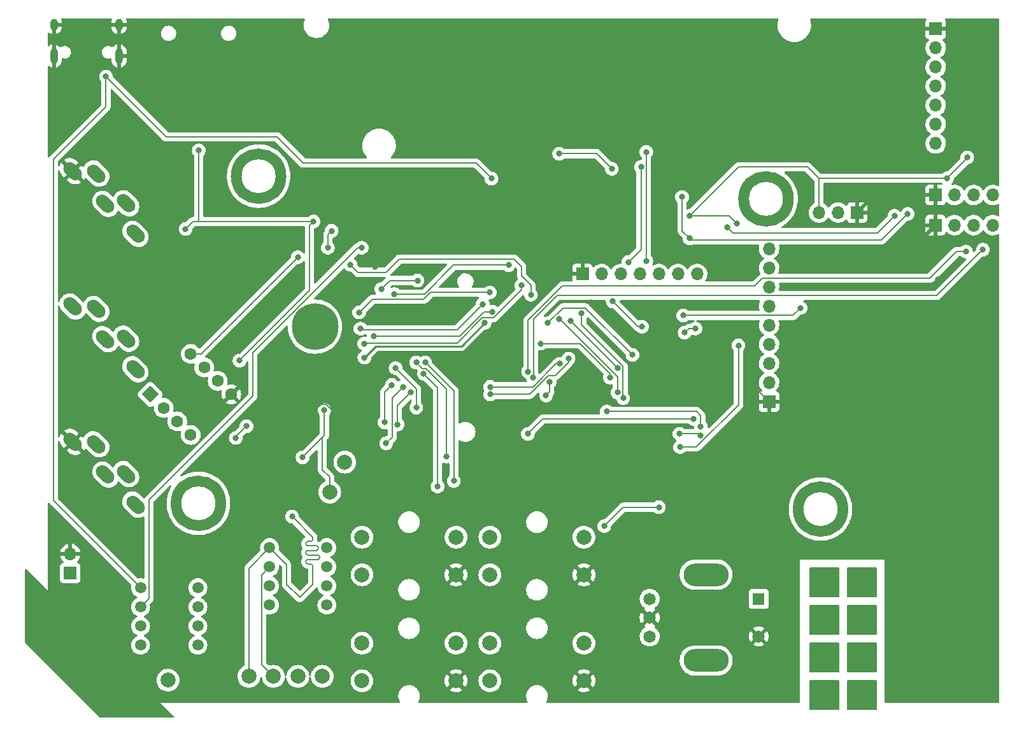
<source format=gbr>
%TF.GenerationSoftware,KiCad,Pcbnew,(6.0.5)*%
%TF.CreationDate,2022-06-20T23:01:54+02:00*%
%TF.ProjectId,clarinoid-devboard,636c6172-696e-46f6-9964-2d646576626f,rev?*%
%TF.SameCoordinates,Original*%
%TF.FileFunction,Copper,L2,Bot*%
%TF.FilePolarity,Positive*%
%FSLAX46Y46*%
G04 Gerber Fmt 4.6, Leading zero omitted, Abs format (unit mm)*
G04 Created by KiCad (PCBNEW (6.0.5)) date 2022-06-20 23:01:54*
%MOMM*%
%LPD*%
G01*
G04 APERTURE LIST*
G04 Aperture macros list*
%AMHorizOval*
0 Thick line with rounded ends*
0 $1 width*
0 $2 $3 position (X,Y) of the first rounded end (center of the circle)*
0 $4 $5 position (X,Y) of the second rounded end (center of the circle)*
0 Add line between two ends*
20,1,$1,$2,$3,$4,$5,0*
0 Add two circle primitives to create the rounded ends*
1,1,$1,$2,$3*
1,1,$1,$4,$5*%
%AMRotRect*
0 Rectangle, with rotation*
0 The origin of the aperture is its center*
0 $1 length*
0 $2 width*
0 $3 Rotation angle, in degrees counterclockwise*
0 Add horizontal line*
21,1,$1,$2,0,0,$3*%
G04 Aperture macros list end*
%TA.AperFunction,EtchedComponent*%
%ADD10C,1.475000*%
%TD*%
%TA.AperFunction,ComponentPad*%
%ADD11R,1.700000X1.700000*%
%TD*%
%TA.AperFunction,ComponentPad*%
%ADD12O,1.700000X1.700000*%
%TD*%
%TA.AperFunction,ComponentPad*%
%ADD13C,2.000000*%
%TD*%
%TA.AperFunction,ComponentPad*%
%ADD14RotRect,1.600000X1.600000X45.000000*%
%TD*%
%TA.AperFunction,ComponentPad*%
%ADD15HorizOval,1.600000X0.000000X0.000000X0.000000X0.000000X0*%
%TD*%
%TA.AperFunction,ComponentPad*%
%ADD16C,6.200000*%
%TD*%
%TA.AperFunction,ComponentPad*%
%ADD17C,1.500000*%
%TD*%
%TA.AperFunction,ComponentPad*%
%ADD18HorizOval,1.700000X0.388909X-0.388909X-0.388909X0.388909X0*%
%TD*%
%TA.AperFunction,ComponentPad*%
%ADD19C,0.300000*%
%TD*%
%TA.AperFunction,ComponentPad*%
%ADD20HorizOval,4.500000X-1.590990X1.590990X1.590990X-1.590990X0*%
%TD*%
%TA.AperFunction,ComponentPad*%
%ADD21O,1.000000X1.600000*%
%TD*%
%TA.AperFunction,ComponentPad*%
%ADD22O,1.000000X2.100000*%
%TD*%
%TA.AperFunction,ComponentPad*%
%ADD23R,1.650000X1.650000*%
%TD*%
%TA.AperFunction,ComponentPad*%
%ADD24C,1.650000*%
%TD*%
%TA.AperFunction,ComponentPad*%
%ADD25O,6.000000X3.000000*%
%TD*%
%TA.AperFunction,ViaPad*%
%ADD26C,0.800000*%
%TD*%
%TA.AperFunction,Conductor*%
%ADD27C,0.200000*%
%TD*%
%TA.AperFunction,Conductor*%
%ADD28C,0.500000*%
%TD*%
%TA.AperFunction,Conductor*%
%ADD29C,0.250000*%
%TD*%
G04 APERTURE END LIST*
D10*
%TO.C,H2*%
X195385804Y-92697034D02*
G75*
G03*
X195385804Y-92697034I-2975000J0D01*
G01*
%TO.C,H4*%
X112673312Y-91934542D02*
G75*
G03*
X112673312Y-91934542I-2975000J0D01*
G01*
%TO.C,H5*%
X188135804Y-51447034D02*
G75*
G03*
X188135804Y-51447034I-2975000J0D01*
G01*
%TO.C,H3*%
X120673312Y-48434542D02*
G75*
G03*
X120673312Y-48434542I-2975000J0D01*
G01*
%TD*%
D11*
%TO.P,J14,1,Pin_1*%
%TO.N,GND*%
X185566565Y-78397523D03*
D12*
%TO.P,J14,2,Pin_2*%
%TO.N,Net-(IC4-Pad1)*%
X185566565Y-75857523D03*
%TO.P,J14,3,Pin_3*%
%TO.N,Net-(IC4-Pad2)*%
X185566565Y-73317523D03*
%TO.P,J14,4,Pin_4*%
%TO.N,Net-(IC4-Pad12)*%
X185566565Y-70777523D03*
%TO.P,J14,5,Pin_5*%
%TO.N,Net-(IC4-Pad13)*%
X185566565Y-68237523D03*
%TO.P,J14,6,Pin_6*%
%TO.N,Net-(IC4-Pad8)*%
X185566565Y-65697523D03*
%TO.P,J14,7,Pin_7*%
%TO.N,Net-(IC4-Pad9)*%
X185566565Y-63157523D03*
%TO.P,J14,8,Pin_8*%
%TO.N,Net-(IC4-Pad10)*%
X185566565Y-60617523D03*
%TO.P,J14,9,Pin_9*%
%TO.N,Net-(IC4-Pad11)*%
X185566565Y-58077523D03*
%TD*%
D11*
%TO.P,J7,1,Pin_1*%
%TO.N,/5v tap input*%
X92660804Y-101197034D03*
D12*
%TO.P,J7,2,Pin_2*%
%TO.N,GND*%
X92660804Y-98657034D03*
%TD*%
D13*
%TO.P,TP4,1,1*%
%TO.N,Net-(R1-Pad1)*%
X122910804Y-114947034D03*
%TD*%
D14*
%TO.P,U8,1,NC*%
%TO.N,unconnected-(U8-Pad1)*%
X103286793Y-77447034D03*
D15*
%TO.P,U8,2,C1*%
%TO.N,Net-(D6-Pad1)*%
X105082844Y-79243085D03*
%TO.P,U8,3,C2*%
%TO.N,Net-(D6-Pad2)*%
X106878895Y-81039136D03*
%TO.P,U8,4,NC*%
%TO.N,unconnected-(U8-Pad4)*%
X108674947Y-82835188D03*
%TO.P,U8,5,GND*%
%TO.N,GND*%
X114063100Y-77447034D03*
%TO.P,U8,6,VO2*%
%TO.N,T00 MIDI IN*%
X112267049Y-75650983D03*
%TO.P,U8,7,VO1*%
%TO.N,unconnected-(U8-Pad7)*%
X110470998Y-73854932D03*
%TO.P,U8,8,VCC*%
%TO.N,Supply+5v*%
X108674947Y-72058880D03*
%TD*%
D16*
%TO.P,H1,1*%
%TO.N,N/C*%
X125198312Y-68434542D03*
%TD*%
D13*
%TO.P,SW4,1,1*%
%TO.N,GND*%
X143948312Y-115534542D03*
%TO.P,SW4,2,2*%
%TO.N,Net-(IC1-Pad6)*%
X131448312Y-115534542D03*
%TO.P,SW4,3*%
%TO.N,N/C*%
X143948312Y-110534542D03*
%TO.P,SW4,4*%
X131448312Y-110534542D03*
%TD*%
D17*
%TO.P,SW8,1*%
%TO.N,+3V3*%
X126780804Y-105447034D03*
%TO.P,SW8,2*%
%TO.N,I2S_LRCK*%
X126780804Y-102907034D03*
%TO.P,SW8,3*%
%TO.N,I2S_DIN*%
X126780804Y-100367034D03*
%TO.P,SW8,4*%
%TO.N,I2S_BCK*%
X126780804Y-97827034D03*
%TO.P,SW8,5*%
%TO.N,Net-(R3-Pad1)*%
X119160804Y-97827034D03*
%TO.P,SW8,6*%
%TO.N,Net-(R2-Pad1)*%
X119160804Y-100367034D03*
%TO.P,SW8,7*%
%TO.N,Net-(R1-Pad1)*%
X119160804Y-102907034D03*
%TO.P,SW8,8*%
%TO.N,Net-(C5-Pad1)*%
X119160804Y-105447034D03*
%TD*%
D13*
%TO.P,SW3,1,1*%
%TO.N,GND*%
X143948312Y-101434542D03*
%TO.P,SW3,2,2*%
%TO.N,Net-(IC1-Pad5)*%
X131448312Y-101434542D03*
%TO.P,SW3,3*%
%TO.N,N/C*%
X143948312Y-96434542D03*
%TO.P,SW3,4*%
X131448312Y-96434542D03*
%TD*%
D18*
%TO.P,J10,1,S-GND*%
%TO.N,unconnected-(J10-Pad1)*%
X92973798Y-65760028D03*
%TO.P,J10,2,Tip*%
%TO.N,Net-(D6-Pad2)*%
X96120423Y-66078226D03*
%TO.P,J10,3*%
%TO.N,unconnected-(J10-Pad3)*%
X97322505Y-70108735D03*
%TO.P,J10,4,Ring*%
%TO.N,Net-(J10-Pad4)*%
X100080221Y-70038024D03*
%TO.P,J10,5*%
%TO.N,unconnected-(J10-Pad5)*%
X101317658Y-74103888D03*
%TD*%
D19*
%TO.P,U5,1,Pin_1*%
%TO.N,GND*%
X194410804Y-100947034D03*
X191410804Y-118947034D03*
X193410804Y-105947034D03*
X191410804Y-107447034D03*
X198410804Y-110947034D03*
X194410804Y-112447034D03*
X193410804Y-118947034D03*
X193410804Y-103947034D03*
X192410804Y-105947034D03*
X199410804Y-100947034D03*
X198410804Y-107447034D03*
X191410804Y-103947034D03*
X197410804Y-118947034D03*
X193410804Y-107447034D03*
X198410804Y-103947034D03*
X198410804Y-105947034D03*
X199410804Y-102447034D03*
X192410804Y-112447034D03*
X192410804Y-118947034D03*
X193410804Y-110947034D03*
X196410804Y-117447034D03*
X197410804Y-102447034D03*
X197410804Y-100947034D03*
X191410804Y-105947034D03*
X194410804Y-105947034D03*
X199410804Y-118947034D03*
X191410804Y-112447034D03*
X196410804Y-108947034D03*
X198410804Y-100947034D03*
X191410804Y-110947034D03*
X197410804Y-117447034D03*
X193410804Y-113947034D03*
X194410804Y-107447034D03*
X194410804Y-108947034D03*
X192410804Y-110947034D03*
X196410804Y-103947034D03*
X199410804Y-112447034D03*
X193410804Y-108947034D03*
X196410804Y-115947034D03*
X199410804Y-110947034D03*
X192410804Y-100947034D03*
X199410804Y-107447034D03*
X199410804Y-108947034D03*
X191410804Y-108947034D03*
X198410804Y-117447034D03*
X194410804Y-110947034D03*
X194410804Y-113947034D03*
X191410804Y-115947034D03*
X194410804Y-117447034D03*
X192410804Y-108947034D03*
X194410804Y-102447034D03*
X198410804Y-118947034D03*
X199410804Y-115947034D03*
X192410804Y-103947034D03*
X197410804Y-103947034D03*
X197410804Y-107447034D03*
X193410804Y-102447034D03*
X193410804Y-115947034D03*
X196410804Y-100947034D03*
X192410804Y-117447034D03*
X197410804Y-112447034D03*
X191410804Y-113947034D03*
X191410804Y-100947034D03*
X197410804Y-110947034D03*
X197410804Y-115947034D03*
X192410804Y-102447034D03*
X198410804Y-115947034D03*
X193410804Y-100947034D03*
X199410804Y-117447034D03*
X196410804Y-110947034D03*
X198410804Y-108947034D03*
X191410804Y-102447034D03*
X197410804Y-113947034D03*
X193410804Y-117447034D03*
X196410804Y-102447034D03*
X192410804Y-115947034D03*
X196410804Y-107447034D03*
X192410804Y-113947034D03*
X197410804Y-105947034D03*
X196410804Y-118947034D03*
X194410804Y-103947034D03*
X194410804Y-118947034D03*
X199410804Y-105947034D03*
X196410804Y-113947034D03*
X196410804Y-112447034D03*
X199410804Y-103947034D03*
X198410804Y-102447034D03*
X193410804Y-112447034D03*
X198410804Y-113947034D03*
X197410804Y-108947034D03*
X199410804Y-113947034D03*
X191410804Y-117447034D03*
X198410804Y-112447034D03*
X194410804Y-115947034D03*
X196410804Y-105947034D03*
X192410804Y-107447034D03*
%TD*%
D11*
%TO.P,J5,1,Pin_1*%
%TO.N,GND*%
X207698312Y-50934542D03*
D12*
%TO.P,J5,2,Pin_2*%
%TO.N,+3V3*%
X210238312Y-50934542D03*
%TO.P,J5,3,Pin_3*%
%TO.N,I2C_SDA*%
X212778312Y-50934542D03*
%TO.P,J5,4,Pin_4*%
%TO.N,I2C_SCL*%
X215318312Y-50934542D03*
%TD*%
D13*
%TO.P,SW2,1,1*%
%TO.N,GND*%
X160948312Y-101434542D03*
%TO.P,SW2,2,2*%
%TO.N,Net-(IC1-Pad4)*%
X148448312Y-101434542D03*
%TO.P,SW2,3*%
%TO.N,N/C*%
X160948312Y-96434542D03*
%TO.P,SW2,4*%
X148448312Y-96434542D03*
%TD*%
%TO.P,TP2,1,1*%
%TO.N,Net-(R2-Pad1)*%
X119660804Y-114947034D03*
%TD*%
D20*
%TO.P,TP7,1,1*%
%TO.N,GND*%
X94160804Y-112947034D03*
%TD*%
D13*
%TO.P,TP1,1,1*%
%TO.N,Net-(R3-Pad1)*%
X116410804Y-114947034D03*
%TD*%
D11*
%TO.P,J4,1,Pin_1*%
%TO.N,GND*%
X207723312Y-28834542D03*
D12*
%TO.P,J4,2,Pin_2*%
%TO.N,+3V3*%
X207723312Y-31374542D03*
%TO.P,J4,3,Pin_3*%
%TO.N,SPI0_MISO*%
X207723312Y-33914542D03*
%TO.P,J4,4,Pin_4*%
%TO.N,SPI0_MOSI*%
X207723312Y-36454542D03*
%TO.P,J4,5,Pin_5*%
%TO.N,SPI0_SCK*%
X207723312Y-38994542D03*
%TO.P,J4,6,Pin_6*%
%TO.N,SPI0_generic0_cs*%
X207723312Y-41534542D03*
%TO.P,J4,7,Pin_7*%
%TO.N,SPI0_generic1_cs*%
X207723312Y-44074542D03*
%TD*%
D18*
%TO.P,J1,1,S-GND*%
%TO.N,GND*%
X92973798Y-83760028D03*
%TO.P,J1,2,Tip*%
%TO.N,Net-(C9-Pad1)*%
X96120423Y-84078226D03*
%TO.P,J1,3*%
%TO.N,unconnected-(J1-Pad3)*%
X97322505Y-88108735D03*
%TO.P,J1,4,Ring*%
%TO.N,Net-(C12-Pad1)*%
X100080221Y-88038024D03*
%TO.P,J1,5*%
%TO.N,unconnected-(J1-Pad5)*%
X101317658Y-92103888D03*
%TD*%
D13*
%TO.P,TP3,1,1*%
%TO.N,Net-(C5-Pad1)*%
X126160804Y-114947034D03*
%TD*%
%TO.P,TP8,1,1*%
%TO.N,A3v3*%
X129160804Y-86447034D03*
%TD*%
D17*
%TO.P,SW9,1*%
%TO.N,USB_Vin5v*%
X102005804Y-103165034D03*
%TO.P,SW9,2*%
%TO.N,Net-(C17-Pad1)*%
X102005804Y-105705034D03*
%TO.P,SW9,3*%
%TO.N,/5v tap input*%
X102005804Y-108245034D03*
%TO.P,SW9,4*%
%TO.N,unconnected-(SW9-Pad4)*%
X102005804Y-110785034D03*
%TO.P,SW9,5*%
%TO.N,unconnected-(SW9-Pad5)*%
X109625804Y-110785034D03*
%TO.P,SW9,6*%
%TO.N,Supply+5v*%
X109625804Y-108245034D03*
%TO.P,SW9,7*%
X109625804Y-105705034D03*
%TO.P,SW9,8*%
X109625804Y-103165034D03*
%TD*%
D13*
%TO.P,TP5,1,1*%
%TO.N,Supply+5v*%
X105660804Y-115447034D03*
%TD*%
D11*
%TO.P,J12,1,GND*%
%TO.N,GND*%
X160760804Y-61447034D03*
D12*
%TO.P,J12,2,VDD*%
%TO.N,+3V3*%
X163300804Y-61447034D03*
%TO.P,J12,3,SCK*%
%TO.N,SPI0_SCK*%
X165840804Y-61447034D03*
%TO.P,J12,4,SDA*%
%TO.N,SPI0_MOSI*%
X168380804Y-61447034D03*
%TO.P,J12,5,RES*%
%TO.N,OLED_RES*%
X170920804Y-61447034D03*
%TO.P,J12,6,DC*%
%TO.N,OLED_DC*%
X173460804Y-61447034D03*
%TO.P,J12,7,CS*%
%TO.N,OLED_CS*%
X176000804Y-61447034D03*
%TD*%
D21*
%TO.P,J2,S1,SHIELD*%
%TO.N,GND*%
X90498304Y-28271568D03*
D22*
X99138304Y-32451568D03*
D21*
X99138304Y-28271568D03*
D22*
X90498304Y-32451568D03*
%TD*%
D13*
%TO.P,SW5,1,1*%
%TO.N,GND*%
X160948312Y-115534542D03*
%TO.P,SW5,2,2*%
%TO.N,Net-(IC1-Pad7)*%
X148448312Y-115534542D03*
%TO.P,SW5,3*%
%TO.N,N/C*%
X160948312Y-110534542D03*
%TO.P,SW5,4*%
X148448312Y-110534542D03*
%TD*%
D11*
%TO.P,J6,1,Pin_1*%
%TO.N,GND*%
X207698312Y-54934542D03*
D12*
%TO.P,J6,2,Pin_2*%
%TO.N,+3V3*%
X210238312Y-54934542D03*
%TO.P,J6,3,Pin_3*%
%TO.N,I2C1_SDA*%
X212778312Y-54934542D03*
%TO.P,J6,4,Pin_4*%
%TO.N,I2C1_SCL*%
X215318312Y-54934542D03*
%TD*%
D18*
%TO.P,J11,1,S-GND*%
%TO.N,GND*%
X92973798Y-47760028D03*
%TO.P,J11,2,Tip*%
%TO.N,Net-(J11-Pad2)*%
X96120423Y-48078226D03*
%TO.P,J11,3*%
%TO.N,unconnected-(J11-Pad3)*%
X97322505Y-52108735D03*
%TO.P,J11,4,Ring*%
%TO.N,Net-(J11-Pad4)*%
X100080221Y-52038024D03*
%TO.P,J11,5*%
%TO.N,unconnected-(J11-Pad5)*%
X101317658Y-56103888D03*
%TD*%
D13*
%TO.P,TP6,1,1*%
%TO.N,D3v3*%
X127160804Y-90447034D03*
%TD*%
D23*
%TO.P,SW7,1,SWGND*%
%TO.N,ENC_SWITCH*%
X184198312Y-104634542D03*
D24*
%TO.P,SW7,2,SW*%
%TO.N,GND*%
X184198312Y-109634542D03*
%TO.P,SW7,A,A*%
%TO.N,ENC_A*%
X169698312Y-104634542D03*
%TO.P,SW7,B,B*%
%TO.N,ENC_B*%
X169698312Y-109634542D03*
%TO.P,SW7,C,GND*%
%TO.N,GND*%
X169698312Y-107134542D03*
D25*
%TO.P,SW7,S1*%
%TO.N,N/C*%
X177198312Y-101434542D03*
%TO.P,SW7,S2*%
X177198312Y-112834542D03*
%TD*%
D11*
%TO.P,U9,1,gnd*%
%TO.N,GND*%
X197273312Y-53259542D03*
D12*
%TO.P,U9,2,Data*%
%TO.N,Net-(U9-Pad2)*%
X194733312Y-53259542D03*
%TO.P,U9,3,+5v*%
%TO.N,+3V3*%
X192193312Y-53259542D03*
%TD*%
D26*
%TO.N,GND*%
X147260804Y-62447034D03*
X137510804Y-60697034D03*
X192760804Y-85447034D03*
X193010804Y-79447034D03*
X193010804Y-73447034D03*
X193510804Y-67447034D03*
X199260804Y-85447034D03*
X199260804Y-73447034D03*
X199510804Y-70697034D03*
%TO.N,A3v3*%
X114669658Y-83232761D03*
X116083872Y-81677126D03*
%TO.N,GND*%
X188410804Y-107447034D03*
X203410804Y-93197034D03*
X136910804Y-67447034D03*
X175910804Y-47947034D03*
X141160804Y-34447034D03*
X163660804Y-85447034D03*
X135650799Y-53972866D03*
X135948312Y-51684542D03*
X126660804Y-48447034D03*
X152448312Y-72684542D03*
X107660804Y-53697034D03*
X204410804Y-81697034D03*
X148660804Y-58447034D03*
X182493312Y-69949542D03*
X171993312Y-86199542D03*
X151993312Y-83949542D03*
X203160804Y-97197034D03*
X199260804Y-67447034D03*
X198621733Y-50051754D03*
X194993312Y-35949542D03*
X177160804Y-98197034D03*
X192493312Y-42699542D03*
X191981304Y-63197034D03*
X119065487Y-84203873D03*
X115910804Y-53197034D03*
X157160804Y-81947034D03*
X191260804Y-76197034D03*
X133760804Y-53347034D03*
X162410804Y-77197034D03*
X198660804Y-94197034D03*
X166243312Y-85949542D03*
X207993312Y-62199542D03*
X133160804Y-94197034D03*
X188410804Y-117447034D03*
X128655426Y-54552412D03*
X159910804Y-57947034D03*
X137410804Y-89197034D03*
X104160804Y-72697034D03*
X193410804Y-97947034D03*
X143198312Y-54684542D03*
X202160804Y-44697034D03*
X94410804Y-77197034D03*
X184660804Y-34697034D03*
X122910804Y-73447034D03*
X205160804Y-78447034D03*
X133160804Y-60447034D03*
X204660804Y-86447034D03*
X171410804Y-71697034D03*
X122910804Y-47947034D03*
X202910804Y-101197034D03*
X92910804Y-50447034D03*
X110910804Y-78697034D03*
X115910804Y-94197034D03*
X95410804Y-92447034D03*
X188410804Y-100947034D03*
X203160804Y-105697034D03*
X112160804Y-104447034D03*
X197410804Y-63197034D03*
X197410804Y-59197034D03*
X132591182Y-56516656D03*
X177160804Y-75697034D03*
X147910804Y-73447034D03*
X161910804Y-65197034D03*
X121410804Y-111197034D03*
X188410804Y-112447034D03*
X104410804Y-86447034D03*
X106910804Y-63947034D03*
X144698312Y-52684542D03*
X203660804Y-89447034D03*
X121660804Y-96947034D03*
X109660804Y-55697034D03*
X187910804Y-45947034D03*
X168243312Y-85949542D03*
X146410804Y-78697034D03*
X202410804Y-110947034D03*
X198760804Y-79447034D03*
X124160804Y-45447034D03*
X159410804Y-90947034D03*
X125660303Y-78740428D03*
X146160804Y-106447034D03*
X198410804Y-97947034D03*
X213910804Y-43197034D03*
X166660804Y-100197034D03*
X111160804Y-66447034D03*
X191010804Y-68947034D03*
X130160804Y-104197034D03*
X118160804Y-55447034D03*
X169160804Y-75697034D03*
X202410804Y-115947034D03*
X114910804Y-91197034D03*
X183410804Y-72697034D03*
X142660804Y-48046534D03*
X144448312Y-54434542D03*
X143198312Y-52684542D03*
X169993312Y-86199542D03*
X186160804Y-86447034D03*
X191981304Y-58947034D03*
X176660804Y-89197034D03*
X153910804Y-61697034D03*
X137443717Y-52179947D03*
X151410804Y-53197034D03*
X143860804Y-53697034D03*
X128328586Y-80880471D03*
%TO.N,D3v3*%
X123547739Y-85829527D03*
X126455444Y-79536277D03*
%TO.N,SPI0_MISO*%
X174160804Y-66947034D03*
X189743312Y-65949542D03*
%TO.N,SPI0_generic0_cs*%
X153493312Y-82699542D03*
X175543812Y-80699542D03*
%TO.N,SPI0_generic1_cs*%
X163993312Y-79699542D03*
X176493312Y-81699542D03*
%TO.N,I2C1_SDA*%
X153524547Y-74426202D03*
X211743312Y-58449542D03*
%TO.N,I2C1_SCL*%
X213993312Y-58199542D03*
X154160804Y-75197034D03*
%TO.N,I2C_SCL*%
X138825471Y-62303212D03*
X174993312Y-56699542D03*
X133993312Y-63449542D03*
X203993312Y-53449542D03*
X173993312Y-51199542D03*
%TO.N,I2C_SDA*%
X202243312Y-53699542D03*
X135739766Y-64100531D03*
X175774144Y-68686793D03*
X174343707Y-69232717D03*
X150942635Y-60250042D03*
X179993312Y-55199542D03*
%TO.N,USB data in +*%
X148425456Y-63884042D03*
X131065048Y-66542789D03*
%TO.N,USB data in -*%
X152660804Y-62947034D03*
X131743312Y-70699542D03*
%TO.N,T01=MIDI OUT*%
X132993312Y-69699542D03*
X148743312Y-66449542D03*
%TO.N,USB_Vin5v*%
X148660804Y-48747034D03*
X97410804Y-35197034D03*
%TO.N,Supply+5v*%
X129910804Y-60197034D03*
X153910804Y-64197034D03*
X122910804Y-59197034D03*
X127410804Y-55697034D03*
X126910804Y-57947034D03*
%TO.N,Net-(R10-Pad2)*%
X164660804Y-47447034D03*
X157660804Y-45447034D03*
%TO.N,T00 MIDI IN*%
X131760804Y-72547034D03*
X147743312Y-67949542D03*
%TO.N,SDIO_MISO*%
X135910804Y-73947034D03*
X138660804Y-79197034D03*
%TO.N,I2S_LRCK*%
X136910804Y-76447034D03*
X134660804Y-83947034D03*
%TO.N,I2S_DIN*%
X136160802Y-81447034D03*
X137910804Y-77197034D03*
%TO.N,I2S_BCK*%
X135410804Y-76197034D03*
X134453042Y-81165552D03*
%TO.N,SPI0_SCK*%
X166861383Y-59852715D03*
X168543812Y-47199542D03*
X164791182Y-65077412D03*
X168660804Y-68447034D03*
%TO.N,SPI0_MOSI*%
X169243312Y-59699542D03*
X156410804Y-75786062D03*
X155910804Y-77584573D03*
X169243312Y-45199542D03*
%TO.N,OLED_RES*%
X158910804Y-72697034D03*
X148493312Y-77449542D03*
%TO.N,OLED_DC*%
X148493312Y-76449542D03*
X157743932Y-73374663D03*
%TO.N,WS2812_DATA*%
X176410804Y-82947034D03*
X167410804Y-72197034D03*
X173660804Y-82697034D03*
X156160804Y-67949542D03*
%TO.N,ENC_A*%
X139850602Y-73197034D03*
X143660804Y-88947034D03*
%TO.N,ENC_B*%
X141493312Y-89697034D03*
X139660804Y-74697034D03*
%TO.N,ENC_SWITCH*%
X138660804Y-73197034D03*
X142660804Y-85697034D03*
%TO.N,GEN_LED1*%
X159160804Y-67697034D03*
X165410804Y-73947034D03*
%TO.N,GEN_LED2*%
X155160804Y-70697034D03*
X164410804Y-75197034D03*
%TO.N,GEN_LED3*%
X160660804Y-66697034D03*
X166166182Y-77941656D03*
%TO.N,GEN_LED4*%
X157660804Y-67447034D03*
X165410804Y-77197034D03*
%TO.N,Net-(SW6-Pad1)*%
X131243312Y-68699542D03*
X147493312Y-65449542D03*
%TO.N,+3V3*%
X107993312Y-55449542D03*
X170910804Y-92447034D03*
X181243312Y-54699542D03*
X109750000Y-45000000D03*
X115160804Y-72947034D03*
X124993312Y-54449542D03*
X209243312Y-48699542D03*
X211910804Y-45947034D03*
X163660804Y-94947034D03*
X181493312Y-70949542D03*
X173743312Y-84449542D03*
X174993312Y-53699542D03*
%TO.N,Net-(R3-Pad1)*%
X122160804Y-93697034D03*
%TO.N,Net-(C17-Pad1)*%
X131410804Y-57947034D03*
%TD*%
D27*
%TO.N,USB data in +*%
X139653578Y-64800031D02*
X140569567Y-63884042D01*
X140569567Y-63884042D02*
X148425456Y-63884042D01*
X131065048Y-66542789D02*
X132807806Y-64800031D01*
X132807806Y-64800031D02*
X139653578Y-64800031D01*
%TO.N,A3v3*%
X114669658Y-83091340D02*
X114669658Y-83232761D01*
X116083872Y-81677126D02*
X114669658Y-83091340D01*
%TO.N,GND*%
X126660804Y-52557790D02*
X128655426Y-54552412D01*
D28*
X207698312Y-54934542D02*
X203435820Y-59197034D01*
D27*
X126660804Y-48447034D02*
X126660804Y-52557790D01*
X137443717Y-50664121D02*
X137443717Y-52179947D01*
X135650799Y-53972866D02*
X130124967Y-48447034D01*
X156710804Y-58447034D02*
X159710804Y-61447034D01*
D28*
X207698312Y-50934542D02*
X199598312Y-50934542D01*
D27*
X134386636Y-53972866D02*
X135650799Y-53972866D01*
X119065487Y-87042351D02*
X119065487Y-84203873D01*
X159710804Y-61447034D02*
X160760804Y-61447034D01*
X148660804Y-58447034D02*
X156710804Y-58447034D01*
X126648853Y-78740428D02*
X128328586Y-80420161D01*
X140061304Y-48046534D02*
X137443717Y-50664121D01*
X132591182Y-56516656D02*
X133160804Y-57086278D01*
X133160804Y-57086278D02*
X133160804Y-60447034D01*
D28*
X199598312Y-50934542D02*
X197273312Y-53259542D01*
D27*
X140124967Y-58447034D02*
X135650799Y-53972866D01*
X165740804Y-85447034D02*
X163660804Y-85447034D01*
X114910804Y-91197034D02*
X119065487Y-87042351D01*
D28*
X203435820Y-59197034D02*
X197410804Y-59197034D01*
D27*
X139660804Y-48447034D02*
X126660804Y-48447034D01*
X142660804Y-48046534D02*
X140061304Y-48046534D01*
X130124967Y-48447034D02*
X126660804Y-48447034D01*
X128328586Y-80420161D02*
X128328586Y-80880471D01*
X182493312Y-75324270D02*
X182493312Y-69949542D01*
X148660804Y-58447034D02*
X140124967Y-58447034D01*
X125660303Y-78740428D02*
X126648853Y-78740428D01*
X137443717Y-52179947D02*
X135650799Y-53972866D01*
X166243312Y-85949542D02*
X165740804Y-85447034D01*
X133760804Y-53347034D02*
X134386636Y-53972866D01*
D28*
X207698312Y-54934542D02*
X207698312Y-50934542D01*
D27*
X140061304Y-48046534D02*
X139660804Y-48447034D01*
X185566565Y-78397523D02*
X182493312Y-75324270D01*
%TO.N,D3v3*%
X126455444Y-79536277D02*
X126455444Y-82921822D01*
X126160804Y-83216462D02*
X126455444Y-82921822D01*
X127160804Y-90447034D02*
X127160804Y-88447034D01*
X126160804Y-87447034D02*
X126160804Y-83216462D01*
X126455444Y-82921822D02*
X123547739Y-85829527D01*
X127160804Y-88447034D02*
X126160804Y-87447034D01*
%TO.N,SPI0_MISO*%
X189743312Y-65949542D02*
X188745820Y-66947034D01*
X188745820Y-66947034D02*
X174160804Y-66947034D01*
%TO.N,SPI0_generic0_cs*%
X155493312Y-80699542D02*
X175543812Y-80699542D01*
X153493312Y-82699542D02*
X155493312Y-80699542D01*
%TO.N,SPI0_generic1_cs*%
X176493312Y-80279542D02*
X176493312Y-81699542D01*
X163993312Y-79699542D02*
X175913312Y-79699542D01*
X175913312Y-79699542D02*
X176493312Y-80279542D01*
%TO.N,I2C1_SDA*%
X184700815Y-62008012D02*
X183658795Y-63050032D01*
X210493312Y-58449542D02*
X206934842Y-62008012D01*
X211743312Y-58449542D02*
X210493312Y-58449542D01*
X153524547Y-67603313D02*
X153524547Y-74426202D01*
X158077828Y-63050032D02*
X153524547Y-67603313D01*
X183658795Y-63050032D02*
X158077828Y-63050032D01*
X206934842Y-62008012D02*
X184700815Y-62008012D01*
%TO.N,I2C1_SCL*%
X213993312Y-58199542D02*
X207885820Y-64307034D01*
X154243312Y-75114526D02*
X154160804Y-75197034D01*
X207885820Y-64307034D02*
X157385820Y-64307034D01*
X157385820Y-64307034D02*
X154243312Y-67449542D01*
X154243312Y-67449542D02*
X154243312Y-75114526D01*
%TO.N,I2C_SCL*%
X173993312Y-55699542D02*
X174993312Y-56699542D01*
X138825471Y-62303212D02*
X135139642Y-62303212D01*
X203993312Y-53449542D02*
X200514842Y-56928012D01*
X175221782Y-56928012D02*
X174993312Y-56699542D01*
X200514842Y-56928012D02*
X175221782Y-56928012D01*
X135139642Y-62303212D02*
X133993312Y-63449542D01*
X173993312Y-51199542D02*
X173993312Y-55699542D01*
%TO.N,I2C_SDA*%
X143638574Y-60250042D02*
X139788085Y-64100531D01*
X202243312Y-53699542D02*
X199993312Y-55949542D01*
X150942635Y-60250042D02*
X143638574Y-60250042D01*
X180743312Y-55949542D02*
X179993312Y-55199542D01*
X199993312Y-55949542D02*
X180743312Y-55949542D01*
X174889631Y-68686793D02*
X174343707Y-69232717D01*
X175774144Y-68686793D02*
X174889631Y-68686793D01*
X139788085Y-64100531D02*
X135739766Y-64100531D01*
%TO.N,USB data in -*%
X148932058Y-67250041D02*
X152660804Y-63521295D01*
X131842334Y-70600520D02*
X144103089Y-70600520D01*
X147453568Y-67250041D02*
X148932058Y-67250041D01*
X131743312Y-70699542D02*
X131842334Y-70600520D01*
X152660804Y-63521295D02*
X152660804Y-62947034D01*
X144103089Y-70600520D02*
X147453568Y-67250041D01*
%TO.N,T01=MIDI OUT*%
X144439074Y-69699542D02*
X132993312Y-69699542D01*
X148743312Y-66449542D02*
X147689074Y-66449542D01*
X147689074Y-66449542D02*
X144439074Y-69699542D01*
%TO.N,USB_Vin5v*%
X146610804Y-46697034D02*
X123660804Y-46697034D01*
X97410804Y-39197034D02*
X90410804Y-46197034D01*
X105410804Y-43197034D02*
X97410804Y-35197034D01*
X90410804Y-91570034D02*
X102005804Y-103165034D01*
X120160804Y-43197034D02*
X105410804Y-43197034D01*
X97410804Y-35197034D02*
X97410804Y-39197034D01*
X148660804Y-48747034D02*
X146610804Y-46697034D01*
X123660804Y-46697034D02*
X120160804Y-43197034D01*
X90410804Y-46197034D02*
X90410804Y-91570034D01*
%TO.N,Supply+5v*%
X127410804Y-55697034D02*
X126910804Y-56197034D01*
X108674947Y-72058880D02*
X110048958Y-72058880D01*
X152660804Y-60447034D02*
X151660804Y-59447034D01*
X153910804Y-64197034D02*
X153910804Y-62947034D01*
X152660804Y-61697034D02*
X152660804Y-60447034D01*
X136410804Y-59447034D02*
X134660804Y-61197034D01*
X110048958Y-72058880D02*
X122910804Y-59197034D01*
X126910804Y-56197034D02*
X126910804Y-57947034D01*
X130910804Y-61197034D02*
X129910804Y-60197034D01*
X153910804Y-62947034D02*
X152660804Y-61697034D01*
X134660804Y-61197034D02*
X130910804Y-61197034D01*
X151660804Y-59447034D02*
X136410804Y-59447034D01*
%TO.N,Net-(R10-Pad2)*%
X157660804Y-45447034D02*
X162660804Y-45447034D01*
X162660804Y-45447034D02*
X164660804Y-47447034D01*
D29*
%TO.N,T00 MIDI IN*%
X133282807Y-71025031D02*
X144667823Y-71025031D01*
X131760804Y-72547034D02*
X133282807Y-71025031D01*
X144667823Y-71025031D02*
X147743312Y-67949542D01*
D27*
%TO.N,SDIO_MISO*%
X135910804Y-73947034D02*
X138660804Y-76697034D01*
X138660804Y-76697034D02*
X138660804Y-79197034D01*
%TO.N,I2S_LRCK*%
X135461301Y-77896537D02*
X135461301Y-83146537D01*
X136910804Y-76447034D02*
X135461301Y-77896537D01*
X135461301Y-83146537D02*
X134660804Y-83947034D01*
%TO.N,I2S_DIN*%
X136160804Y-78947034D02*
X136160804Y-81447032D01*
X137910804Y-77197034D02*
X136160804Y-78947034D01*
X136160804Y-81447032D02*
X136160802Y-81447034D01*
%TO.N,I2S_BCK*%
X135410804Y-76197034D02*
X134453042Y-77154796D01*
X134453042Y-77154796D02*
X134453042Y-81165552D01*
%TO.N,SPI0_SCK*%
X168543812Y-58170286D02*
X166861383Y-59852715D01*
X164791182Y-65079920D02*
X168158296Y-68447034D01*
X168158296Y-68447034D02*
X168660804Y-68447034D01*
X168543812Y-47199542D02*
X168543812Y-58170286D01*
X164791182Y-65077412D02*
X164791182Y-65079920D01*
%TO.N,SPI0_MOSI*%
X156410804Y-75786062D02*
X156410804Y-77084573D01*
X156410804Y-77084573D02*
X155910804Y-77584573D01*
X169243312Y-59699542D02*
X169243312Y-45199542D01*
%TO.N,OLED_RES*%
X153758079Y-77449542D02*
X156235588Y-74972033D01*
X157135805Y-74972033D02*
X158910804Y-73197034D01*
X148493312Y-77449542D02*
X153758079Y-77449542D01*
X156235588Y-74972033D02*
X157135805Y-74972033D01*
X158910804Y-73197034D02*
X158910804Y-72697034D01*
%TO.N,OLED_DC*%
X148493312Y-76449542D02*
X154193086Y-76449542D01*
X157267965Y-73374663D02*
X157743932Y-73374663D01*
X154193086Y-76449542D02*
X157267965Y-73374663D01*
%TO.N,WS2812_DATA*%
X161160804Y-65947034D02*
X167410804Y-72197034D01*
X173660804Y-82697034D02*
X176160804Y-82697034D01*
X176160804Y-82697034D02*
X176410804Y-82947034D01*
X156160804Y-67949542D02*
X158163312Y-65947034D01*
X158163312Y-65947034D02*
X161160804Y-65947034D01*
%TO.N,ENC_A*%
X143660804Y-76968545D02*
X139889293Y-73197034D01*
X143660804Y-88947034D02*
X143660804Y-76968545D01*
X139889293Y-73197034D02*
X139850602Y-73197034D01*
%TO.N,ENC_B*%
X141493312Y-76529542D02*
X139660804Y-74697034D01*
X141493312Y-89697034D02*
X141493312Y-76529542D01*
%TO.N,ENC_SWITCH*%
X139461303Y-73997533D02*
X139950548Y-73997533D01*
X138660804Y-73197034D02*
X139461303Y-73997533D01*
X139950548Y-73997533D02*
X142660804Y-76707789D01*
X142660804Y-76707789D02*
X142660804Y-85697034D01*
%TO.N,GEN_LED1*%
X159160804Y-67697034D02*
X165410804Y-73947034D01*
%TO.N,GEN_LED2*%
X164410804Y-74697034D02*
X164410804Y-75197034D01*
X155160804Y-70697034D02*
X160410804Y-70697034D01*
X160410804Y-70697034D02*
X164410804Y-74697034D01*
%TO.N,GEN_LED3*%
X160660804Y-68197034D02*
X166160804Y-73697034D01*
X160660804Y-66697034D02*
X160660804Y-68197034D01*
X166160804Y-73697034D02*
X166160804Y-77936278D01*
X166160804Y-77936278D02*
X166166182Y-77941656D01*
%TO.N,GEN_LED4*%
X157725798Y-67447034D02*
X165410804Y-75132040D01*
X165410804Y-75132040D02*
X165410804Y-77197034D01*
X157660804Y-67447034D02*
X157725798Y-67447034D01*
%TO.N,Net-(SW6-Pad1)*%
X147493312Y-65449542D02*
X144093802Y-68849052D01*
X144093802Y-68849052D02*
X131392822Y-68849052D01*
X131392822Y-68849052D02*
X131243312Y-68699542D01*
%TO.N,+3V3*%
X209243312Y-48699542D02*
X192193312Y-48699542D01*
X192193312Y-48729542D02*
X190663312Y-47199542D01*
X211910804Y-46032050D02*
X211910804Y-45947034D01*
X124461303Y-54981551D02*
X124461303Y-63646535D01*
X124461303Y-63646535D02*
X115160804Y-72947034D01*
X109750000Y-54449542D02*
X109750000Y-45000000D01*
X181243312Y-54699542D02*
X180243312Y-53699542D01*
X192193312Y-50899542D02*
X192193312Y-48729542D01*
X124993312Y-54449542D02*
X124461303Y-54981551D01*
X190663312Y-47199542D02*
X181493312Y-47199542D01*
X181493312Y-78853771D02*
X181493312Y-70949542D01*
X173743312Y-84449542D02*
X175897541Y-84449542D01*
X175897541Y-84449542D02*
X181493312Y-78853771D01*
X181493312Y-47199542D02*
X174993312Y-53699542D01*
X124993312Y-54449542D02*
X109750000Y-54449542D01*
X180243312Y-53699542D02*
X174993312Y-53699542D01*
X163660804Y-94947034D02*
X166160804Y-92447034D01*
X166160804Y-92447034D02*
X170910804Y-92447034D01*
X124993312Y-54449542D02*
X108993312Y-54449542D01*
X108993312Y-54449542D02*
X107993312Y-55449542D01*
X192193312Y-53259542D02*
X192193312Y-50899542D01*
X209243312Y-48699542D02*
X211910804Y-46032050D01*
X192193312Y-48699542D02*
X192193312Y-50899542D01*
%TO.N,Net-(R2-Pad1)*%
X119160804Y-100367034D02*
X118111293Y-101416545D01*
X118111293Y-101416545D02*
X118111293Y-113397523D01*
X118111293Y-113397523D02*
X119660804Y-114947034D01*
%TO.N,Net-(R3-Pad1)*%
X124259422Y-98197034D02*
X125362186Y-98197034D01*
X124259422Y-98797034D02*
X125562186Y-98797034D01*
X124259422Y-99997034D02*
X124610804Y-99997034D01*
X116410804Y-114947034D02*
X116410804Y-100577034D01*
X124259422Y-99397034D02*
X125562186Y-99397034D01*
X124910804Y-96447034D02*
X124910804Y-96697034D01*
X122160804Y-93697034D02*
X124910804Y-96447034D01*
X124259422Y-97597034D02*
X125362186Y-97597034D01*
X124610804Y-96997034D02*
X124259422Y-96997034D01*
X116410804Y-100577034D02*
X119160804Y-97827034D01*
X124910804Y-100297034D02*
X124910804Y-102697034D01*
X121410804Y-100077034D02*
X119160804Y-97827034D01*
X121410804Y-102697034D02*
X121410804Y-100077034D01*
X124910804Y-102697034D02*
X123160804Y-104447034D01*
X123160804Y-104447034D02*
X121410804Y-102697034D01*
X124610804Y-96997004D02*
G75*
G03*
X124910804Y-96697034I-4J300004D01*
G01*
X125662166Y-97897034D02*
G75*
G03*
X125362186Y-97597034I-299966J34D01*
G01*
X123959434Y-99697034D02*
G75*
G02*
X124259422Y-99397034I299966J34D01*
G01*
X123959434Y-97297034D02*
G75*
G02*
X124259422Y-96997034I299966J34D01*
G01*
X124259422Y-97596978D02*
G75*
G02*
X123959422Y-97297034I-22J299978D01*
G01*
X124259422Y-99996978D02*
G75*
G02*
X123959422Y-99697034I-22J299978D01*
G01*
X125362186Y-98196986D02*
G75*
G03*
X125662186Y-97897034I14J299986D01*
G01*
X125562186Y-99396986D02*
G75*
G03*
X125862186Y-99097034I14J299986D01*
G01*
X123959434Y-98497034D02*
G75*
G02*
X124259422Y-98197034I299966J34D01*
G01*
X125862166Y-99097034D02*
G75*
G03*
X125562186Y-98797034I-299966J34D01*
G01*
X124910766Y-100297034D02*
G75*
G03*
X124610804Y-99997034I-299966J34D01*
G01*
X124259422Y-98796978D02*
G75*
G02*
X123959422Y-98497034I-22J299978D01*
G01*
%TO.N,Net-(C17-Pad1)*%
X103117169Y-91490669D02*
X116910804Y-77697034D01*
X103117169Y-104593669D02*
X103117169Y-91490669D01*
X116910804Y-77697034D02*
X116910804Y-71914414D01*
X116910804Y-71914414D02*
X130878184Y-57947034D01*
X102005804Y-105705034D02*
X103117169Y-104593669D01*
X130878184Y-57947034D02*
X131410804Y-57947034D01*
%TD*%
%TA.AperFunction,Conductor*%
%TO.N,GND*%
G36*
X194852925Y-100467036D02*
G01*
X194899418Y-100520692D01*
X194910804Y-100573034D01*
X194910804Y-104321034D01*
X194890802Y-104389155D01*
X194837146Y-104435648D01*
X194784804Y-104447034D01*
X191036804Y-104447034D01*
X190968683Y-104427032D01*
X190922190Y-104373376D01*
X190910804Y-104321034D01*
X190910804Y-100573034D01*
X190930806Y-100504913D01*
X190984462Y-100458420D01*
X191036804Y-100447034D01*
X194784804Y-100447034D01*
X194852925Y-100467036D01*
G37*
%TD.AperFunction*%
%TD*%
%TA.AperFunction,Conductor*%
%TO.N,GND*%
G36*
X194852925Y-105467036D02*
G01*
X194899418Y-105520692D01*
X194910804Y-105573034D01*
X194910804Y-109321034D01*
X194890802Y-109389155D01*
X194837146Y-109435648D01*
X194784804Y-109447034D01*
X191036804Y-109447034D01*
X190968683Y-109427032D01*
X190922190Y-109373376D01*
X190910804Y-109321034D01*
X190910804Y-105573034D01*
X190930806Y-105504913D01*
X190984462Y-105458420D01*
X191036804Y-105447034D01*
X194784804Y-105447034D01*
X194852925Y-105467036D01*
G37*
%TD.AperFunction*%
%TD*%
%TA.AperFunction,Conductor*%
%TO.N,GND*%
G36*
X194852925Y-110467036D02*
G01*
X194899418Y-110520692D01*
X194910804Y-110573034D01*
X194910804Y-114321034D01*
X194890802Y-114389155D01*
X194837146Y-114435648D01*
X194784804Y-114447034D01*
X191036804Y-114447034D01*
X190968683Y-114427032D01*
X190922190Y-114373376D01*
X190910804Y-114321034D01*
X190910804Y-110573034D01*
X190930806Y-110504913D01*
X190984462Y-110458420D01*
X191036804Y-110447034D01*
X194784804Y-110447034D01*
X194852925Y-110467036D01*
G37*
%TD.AperFunction*%
%TD*%
%TA.AperFunction,Conductor*%
%TO.N,GND*%
G36*
X199852925Y-110467036D02*
G01*
X199899418Y-110520692D01*
X199910804Y-110573034D01*
X199910804Y-114321034D01*
X199890802Y-114389155D01*
X199837146Y-114435648D01*
X199784804Y-114447034D01*
X196036804Y-114447034D01*
X195968683Y-114427032D01*
X195922190Y-114373376D01*
X195910804Y-114321034D01*
X195910804Y-110573034D01*
X195930806Y-110504913D01*
X195984462Y-110458420D01*
X196036804Y-110447034D01*
X199784804Y-110447034D01*
X199852925Y-110467036D01*
G37*
%TD.AperFunction*%
%TD*%
%TA.AperFunction,Conductor*%
%TO.N,GND*%
G36*
X86870316Y-100657000D02*
G01*
X86876899Y-100663129D01*
X106444709Y-120230939D01*
X106478735Y-120293251D01*
X106473670Y-120364066D01*
X106431123Y-120420902D01*
X106364603Y-120445713D01*
X106355614Y-120446034D01*
X96713408Y-120446034D01*
X96645287Y-120426032D01*
X96624313Y-120409129D01*
X86698709Y-110483525D01*
X86664683Y-110421213D01*
X86661804Y-110394430D01*
X86661804Y-100752224D01*
X86681806Y-100684103D01*
X86735462Y-100637610D01*
X86805736Y-100627506D01*
X86870316Y-100657000D01*
G37*
%TD.AperFunction*%
%TD*%
%TA.AperFunction,Conductor*%
%TO.N,GND*%
G36*
X194852925Y-115467036D02*
G01*
X194899418Y-115520692D01*
X194910804Y-115573034D01*
X194910804Y-119321034D01*
X194890802Y-119389155D01*
X194837146Y-119435648D01*
X194784804Y-119447034D01*
X191036804Y-119447034D01*
X190968683Y-119427032D01*
X190922190Y-119373376D01*
X190910804Y-119321034D01*
X190910804Y-115573034D01*
X190930806Y-115504913D01*
X190984462Y-115458420D01*
X191036804Y-115447034D01*
X194784804Y-115447034D01*
X194852925Y-115467036D01*
G37*
%TD.AperFunction*%
%TD*%
%TA.AperFunction,Conductor*%
%TO.N,GND*%
G36*
X199852925Y-115467036D02*
G01*
X199899418Y-115520692D01*
X199910804Y-115573034D01*
X199910804Y-119321034D01*
X199890802Y-119389155D01*
X199837146Y-119435648D01*
X199784804Y-119447034D01*
X196036804Y-119447034D01*
X195968683Y-119427032D01*
X195922190Y-119373376D01*
X195910804Y-119321034D01*
X195910804Y-115573034D01*
X195930806Y-115504913D01*
X195984462Y-115458420D01*
X196036804Y-115447034D01*
X199784804Y-115447034D01*
X199852925Y-115467036D01*
G37*
%TD.AperFunction*%
%TD*%
%TA.AperFunction,Conductor*%
%TO.N,GND*%
G36*
X199852925Y-100467036D02*
G01*
X199899418Y-100520692D01*
X199910804Y-100573034D01*
X199910804Y-104321034D01*
X199890802Y-104389155D01*
X199837146Y-104435648D01*
X199784804Y-104447034D01*
X196036804Y-104447034D01*
X195968683Y-104427032D01*
X195922190Y-104373376D01*
X195910804Y-104321034D01*
X195910804Y-100573034D01*
X195930806Y-100504913D01*
X195984462Y-100458420D01*
X196036804Y-100447034D01*
X199784804Y-100447034D01*
X199852925Y-100467036D01*
G37*
%TD.AperFunction*%
%TD*%
%TA.AperFunction,Conductor*%
%TO.N,GND*%
G36*
X199852925Y-105467036D02*
G01*
X199899418Y-105520692D01*
X199910804Y-105573034D01*
X199910804Y-109321034D01*
X199890802Y-109389155D01*
X199837146Y-109435648D01*
X199784804Y-109447034D01*
X196036804Y-109447034D01*
X195968683Y-109427032D01*
X195922190Y-109373376D01*
X195910804Y-109321034D01*
X195910804Y-105573034D01*
X195930806Y-105504913D01*
X195984462Y-105458420D01*
X196036804Y-105447034D01*
X199784804Y-105447034D01*
X199852925Y-105467036D01*
G37*
%TD.AperFunction*%
%TD*%
%TA.AperFunction,Conductor*%
%TO.N,GND*%
G36*
X98143114Y-27467036D02*
G01*
X98189607Y-27520692D01*
X98199711Y-27590966D01*
X98195095Y-27611132D01*
X98149424Y-27755106D01*
X98146874Y-27767100D01*
X98130697Y-27911329D01*
X98130304Y-27918353D01*
X98130304Y-27999453D01*
X98134779Y-28014692D01*
X98136169Y-28015897D01*
X98143852Y-28017568D01*
X100128189Y-28017568D01*
X100143428Y-28013093D01*
X100144633Y-28011703D01*
X100146304Y-28004020D01*
X100146304Y-27924911D01*
X100146003Y-27918763D01*
X100132492Y-27780965D01*
X100130110Y-27768933D01*
X100081959Y-27609453D01*
X100081418Y-27538458D01*
X100119345Y-27478441D01*
X100183699Y-27448457D01*
X100202581Y-27447034D01*
X123730258Y-27447034D01*
X123798379Y-27467036D01*
X123844872Y-27520692D01*
X123854976Y-27590966D01*
X123844684Y-27625784D01*
X123786946Y-27751028D01*
X123785622Y-27755630D01*
X123732617Y-27939873D01*
X123715289Y-28000103D01*
X123714678Y-28004838D01*
X123714677Y-28004844D01*
X123713036Y-28017568D01*
X123682132Y-28257151D01*
X123682245Y-28261928D01*
X123688069Y-28509033D01*
X123688239Y-28516257D01*
X123698839Y-28576067D01*
X123732478Y-28765875D01*
X123733467Y-28771458D01*
X123816777Y-29016881D01*
X123818978Y-29021117D01*
X123818980Y-29021123D01*
X123841146Y-29063794D01*
X123936251Y-29246879D01*
X123939066Y-29250733D01*
X123939069Y-29250737D01*
X124086318Y-29452294D01*
X124089141Y-29456158D01*
X124092513Y-29459548D01*
X124092515Y-29459550D01*
X124268552Y-29636513D01*
X124268557Y-29636517D01*
X124271926Y-29639904D01*
X124480403Y-29793887D01*
X124484641Y-29796117D01*
X124484643Y-29796118D01*
X124705536Y-29912336D01*
X124705543Y-29912339D01*
X124709772Y-29914564D01*
X124714288Y-29916123D01*
X124714294Y-29916126D01*
X124778195Y-29938191D01*
X124954755Y-29999158D01*
X125054836Y-30017436D01*
X125205745Y-30044997D01*
X125205749Y-30044997D01*
X125209716Y-30045722D01*
X125292646Y-30050068D01*
X125454207Y-30050068D01*
X125456586Y-30049887D01*
X125456587Y-30049887D01*
X125641968Y-30035786D01*
X125641973Y-30035785D01*
X125646735Y-30035423D01*
X125651388Y-30034344D01*
X125651391Y-30034344D01*
X125894555Y-29977981D01*
X125894554Y-29977981D01*
X125899219Y-29976900D01*
X126139946Y-29880860D01*
X126363376Y-29749512D01*
X126367087Y-29746491D01*
X126367091Y-29746488D01*
X126560655Y-29588902D01*
X126564367Y-29585880D01*
X126567576Y-29582335D01*
X126567581Y-29582330D01*
X126735078Y-29397281D01*
X126738294Y-29393728D01*
X126881155Y-29177478D01*
X126884320Y-29170614D01*
X126987656Y-28946460D01*
X126987657Y-28946457D01*
X126989662Y-28942108D01*
X127061319Y-28693033D01*
X127062374Y-28684861D01*
X127093865Y-28440722D01*
X127094476Y-28435985D01*
X127088369Y-28176879D01*
X127059839Y-28015897D01*
X127043975Y-27926382D01*
X127043974Y-27926378D01*
X127043141Y-27921678D01*
X127003543Y-27805026D01*
X126961370Y-27680787D01*
X126961367Y-27680780D01*
X126959831Y-27676255D01*
X126936383Y-27631115D01*
X126922731Y-27561445D01*
X126948914Y-27495453D01*
X127006618Y-27454092D01*
X127048197Y-27447034D01*
X186688448Y-27447034D01*
X186756569Y-27467036D01*
X186803062Y-27520692D01*
X186813166Y-27590966D01*
X186808417Y-27611548D01*
X186746298Y-27805026D01*
X186745557Y-27809145D01*
X186708357Y-28015897D01*
X186693756Y-28097045D01*
X186693567Y-28101212D01*
X186693566Y-28101219D01*
X186684364Y-28303858D01*
X186680296Y-28393448D01*
X186680659Y-28397596D01*
X186680659Y-28397600D01*
X186705791Y-28684861D01*
X186705792Y-28684869D01*
X186706156Y-28689027D01*
X186707070Y-28693116D01*
X186762727Y-28942108D01*
X186770881Y-28978589D01*
X186772323Y-28982509D01*
X186772325Y-28982515D01*
X186869861Y-29247612D01*
X186873333Y-29257048D01*
X186875284Y-29260748D01*
X186875286Y-29260753D01*
X187007981Y-29512430D01*
X187011714Y-29519510D01*
X187183592Y-29761365D01*
X187385946Y-29978364D01*
X187615222Y-30166693D01*
X187867392Y-30323045D01*
X188138026Y-30444673D01*
X188310694Y-30496148D01*
X188418369Y-30528247D01*
X188418371Y-30528247D01*
X188422368Y-30529439D01*
X188426488Y-30530092D01*
X188426490Y-30530092D01*
X188545410Y-30548927D01*
X188715423Y-30575854D01*
X188760450Y-30577899D01*
X188806801Y-30580004D01*
X188806820Y-30580004D01*
X188808220Y-30580068D01*
X188993568Y-30580068D01*
X189214360Y-30565403D01*
X189505214Y-30506756D01*
X189785757Y-30410158D01*
X189789500Y-30408284D01*
X189789504Y-30408282D01*
X190047316Y-30279179D01*
X190047318Y-30279178D01*
X190051060Y-30277304D01*
X190237663Y-30150489D01*
X190293003Y-30112880D01*
X190293006Y-30112878D01*
X190296462Y-30110529D01*
X190517650Y-29912764D01*
X190710740Y-29687482D01*
X190740752Y-29641268D01*
X190870067Y-29442140D01*
X190870069Y-29442137D01*
X190872339Y-29438641D01*
X190876241Y-29430425D01*
X190942671Y-29290522D01*
X190999608Y-29170614D01*
X191013725Y-29126645D01*
X191089030Y-28892098D01*
X191089031Y-28892092D01*
X191090310Y-28888110D01*
X191125410Y-28693033D01*
X191142113Y-28600200D01*
X191142114Y-28600195D01*
X191142852Y-28596091D01*
X191143559Y-28580542D01*
X191156123Y-28303858D01*
X191156123Y-28303853D01*
X191156312Y-28299688D01*
X191154506Y-28279043D01*
X191130817Y-28008275D01*
X191130816Y-28008267D01*
X191130452Y-28004109D01*
X191074793Y-27755106D01*
X191066640Y-27718631D01*
X191066640Y-27718629D01*
X191065727Y-27714547D01*
X191029668Y-27616540D01*
X191024918Y-27545704D01*
X191059219Y-27483543D01*
X191121682Y-27449796D01*
X191147918Y-27447034D01*
X206389376Y-27447034D01*
X206457497Y-27467036D01*
X206503990Y-27520692D01*
X206514094Y-27590966D01*
X206490202Y-27648599D01*
X206428526Y-27730893D01*
X206419988Y-27746488D01*
X206374834Y-27866936D01*
X206371207Y-27882191D01*
X206365681Y-27933056D01*
X206365312Y-27939870D01*
X206365312Y-28562427D01*
X206369787Y-28577666D01*
X206371177Y-28578871D01*
X206378860Y-28580542D01*
X209063196Y-28580542D01*
X209078435Y-28576067D01*
X209079640Y-28574677D01*
X209081311Y-28566994D01*
X209081311Y-27939873D01*
X209080941Y-27933052D01*
X209075417Y-27882190D01*
X209071791Y-27866938D01*
X209026636Y-27746488D01*
X209018098Y-27730893D01*
X208956422Y-27648599D01*
X208931574Y-27582092D01*
X208946627Y-27512710D01*
X208996801Y-27462480D01*
X209057248Y-27447034D01*
X216034804Y-27447034D01*
X216102925Y-27467036D01*
X216149418Y-27520692D01*
X216160804Y-27573034D01*
X216160804Y-49634313D01*
X216140802Y-49702434D01*
X216087146Y-49748927D01*
X216016872Y-49759031D01*
X215973914Y-49744623D01*
X215877101Y-49691180D01*
X215872232Y-49689456D01*
X215872228Y-49689454D01*
X215671399Y-49618337D01*
X215671395Y-49618336D01*
X215666524Y-49616611D01*
X215661431Y-49615704D01*
X215661428Y-49615703D01*
X215451685Y-49578342D01*
X215451679Y-49578341D01*
X215446596Y-49577436D01*
X215372764Y-49576534D01*
X215228393Y-49574770D01*
X215228391Y-49574770D01*
X215223223Y-49574707D01*
X215002403Y-49608497D01*
X214790068Y-49677899D01*
X214759761Y-49693676D01*
X214661895Y-49744622D01*
X214591919Y-49781049D01*
X214587786Y-49784152D01*
X214587783Y-49784154D01*
X214475164Y-49868711D01*
X214413277Y-49915177D01*
X214258941Y-50076680D01*
X214151513Y-50234163D01*
X214096605Y-50279163D01*
X214026080Y-50287334D01*
X213962333Y-50256080D01*
X213941636Y-50231596D01*
X213861134Y-50107159D01*
X213861132Y-50107156D01*
X213858326Y-50102819D01*
X213707982Y-49937593D01*
X213703931Y-49934394D01*
X213703927Y-49934390D01*
X213536726Y-49802342D01*
X213536722Y-49802340D01*
X213532671Y-49799140D01*
X213337101Y-49691180D01*
X213332232Y-49689456D01*
X213332228Y-49689454D01*
X213131399Y-49618337D01*
X213131395Y-49618336D01*
X213126524Y-49616611D01*
X213121431Y-49615704D01*
X213121428Y-49615703D01*
X212911685Y-49578342D01*
X212911679Y-49578341D01*
X212906596Y-49577436D01*
X212832764Y-49576534D01*
X212688393Y-49574770D01*
X212688391Y-49574770D01*
X212683223Y-49574707D01*
X212462403Y-49608497D01*
X212250068Y-49677899D01*
X212219761Y-49693676D01*
X212121895Y-49744622D01*
X212051919Y-49781049D01*
X212047786Y-49784152D01*
X212047783Y-49784154D01*
X211935164Y-49868711D01*
X211873277Y-49915177D01*
X211718941Y-50076680D01*
X211611513Y-50234163D01*
X211556605Y-50279163D01*
X211486080Y-50287334D01*
X211422333Y-50256080D01*
X211401636Y-50231596D01*
X211321134Y-50107159D01*
X211321132Y-50107156D01*
X211318326Y-50102819D01*
X211167982Y-49937593D01*
X211163931Y-49934394D01*
X211163927Y-49934390D01*
X210996726Y-49802342D01*
X210996722Y-49802340D01*
X210992671Y-49799140D01*
X210797101Y-49691180D01*
X210792232Y-49689456D01*
X210792228Y-49689454D01*
X210591399Y-49618337D01*
X210591395Y-49618336D01*
X210586524Y-49616611D01*
X210581431Y-49615704D01*
X210581428Y-49615703D01*
X210371685Y-49578342D01*
X210371679Y-49578341D01*
X210366596Y-49577436D01*
X210292764Y-49576534D01*
X210148393Y-49574770D01*
X210148391Y-49574770D01*
X210143223Y-49574707D01*
X209948040Y-49604574D01*
X209877677Y-49595106D01*
X209823603Y-49549100D01*
X209802986Y-49481163D01*
X209822371Y-49412865D01*
X209844670Y-49386388D01*
X209849219Y-49382292D01*
X209854565Y-49378408D01*
X209865809Y-49365921D01*
X209977933Y-49241394D01*
X209977934Y-49241393D01*
X209982352Y-49236486D01*
X210077839Y-49071098D01*
X210136854Y-48889470D01*
X210151135Y-48753599D01*
X210156126Y-48706107D01*
X210156816Y-48699542D01*
X210156628Y-48697756D01*
X210176128Y-48631346D01*
X210193031Y-48610372D01*
X211910964Y-46892439D01*
X211973276Y-46858413D01*
X211993128Y-46856279D01*
X211993122Y-46856224D01*
X211999689Y-46855534D01*
X212006291Y-46855534D01*
X212012743Y-46854162D01*
X212012748Y-46854162D01*
X212106325Y-46834271D01*
X212193092Y-46815828D01*
X212221213Y-46803308D01*
X212361526Y-46740837D01*
X212361528Y-46740836D01*
X212367556Y-46738152D01*
X212522057Y-46625900D01*
X212541640Y-46604151D01*
X212645425Y-46488886D01*
X212645426Y-46488885D01*
X212649844Y-46483978D01*
X212710992Y-46378067D01*
X212742027Y-46324313D01*
X212742028Y-46324312D01*
X212745331Y-46318590D01*
X212804346Y-46136962D01*
X212806720Y-46114380D01*
X212823618Y-45953599D01*
X212824308Y-45947034D01*
X212808325Y-45794962D01*
X212805036Y-45763669D01*
X212805036Y-45763667D01*
X212804346Y-45757106D01*
X212745331Y-45575478D01*
X212649844Y-45410090D01*
X212636931Y-45395748D01*
X212526479Y-45273079D01*
X212526478Y-45273078D01*
X212522057Y-45268168D01*
X212367556Y-45155916D01*
X212361528Y-45153232D01*
X212361526Y-45153231D01*
X212199123Y-45080925D01*
X212199122Y-45080925D01*
X212193092Y-45078240D01*
X212068618Y-45051782D01*
X212012748Y-45039906D01*
X212012743Y-45039906D01*
X212006291Y-45038534D01*
X211815317Y-45038534D01*
X211808865Y-45039906D01*
X211808860Y-45039906D01*
X211752990Y-45051782D01*
X211628516Y-45078240D01*
X211622486Y-45080925D01*
X211622485Y-45080925D01*
X211460082Y-45153231D01*
X211460080Y-45153232D01*
X211454052Y-45155916D01*
X211299551Y-45268168D01*
X211295130Y-45273078D01*
X211295129Y-45273079D01*
X211184678Y-45395748D01*
X211171764Y-45410090D01*
X211076277Y-45575478D01*
X211017262Y-45757106D01*
X211016572Y-45763667D01*
X211016572Y-45763669D01*
X211013283Y-45794962D01*
X210997300Y-45947034D01*
X210997990Y-45953599D01*
X211004140Y-46012115D01*
X210991368Y-46081953D01*
X210967925Y-46114380D01*
X209328168Y-47754137D01*
X209265856Y-47788163D01*
X209239073Y-47791042D01*
X209147825Y-47791042D01*
X209141373Y-47792414D01*
X209141368Y-47792414D01*
X209059943Y-47809722D01*
X208961024Y-47830748D01*
X208954994Y-47833433D01*
X208954993Y-47833433D01*
X208792590Y-47905739D01*
X208792588Y-47905740D01*
X208786560Y-47908424D01*
X208781219Y-47912304D01*
X208781218Y-47912305D01*
X208746156Y-47937779D01*
X208632059Y-48020676D01*
X208627646Y-48025578D01*
X208627644Y-48025579D01*
X208606238Y-48049353D01*
X208545792Y-48086592D01*
X208512602Y-48091042D01*
X192467551Y-48091042D01*
X192399430Y-48071040D01*
X192378456Y-48054137D01*
X191127627Y-46803308D01*
X191116760Y-46790917D01*
X191102325Y-46772105D01*
X191097299Y-46765555D01*
X191065387Y-46741068D01*
X191065384Y-46741065D01*
X191038602Y-46720514D01*
X190976741Y-46673046D01*
X190976739Y-46673045D01*
X190970188Y-46668018D01*
X190822163Y-46606704D01*
X190813976Y-46605626D01*
X190813975Y-46605626D01*
X190802770Y-46604151D01*
X190771574Y-46600044D01*
X190703197Y-46591042D01*
X190703194Y-46591042D01*
X190703186Y-46591041D01*
X190671501Y-46586870D01*
X190663312Y-46585792D01*
X190631619Y-46589964D01*
X190615176Y-46591042D01*
X181541448Y-46591042D01*
X181525005Y-46589964D01*
X181493312Y-46585792D01*
X181485123Y-46586870D01*
X181453438Y-46591041D01*
X181453429Y-46591042D01*
X181453427Y-46591042D01*
X181453421Y-46591043D01*
X181453419Y-46591043D01*
X181353855Y-46604151D01*
X181342648Y-46605626D01*
X181342646Y-46605627D01*
X181334461Y-46606704D01*
X181186436Y-46668018D01*
X181179885Y-46673045D01*
X181179883Y-46673046D01*
X181118022Y-46720514D01*
X181091240Y-46741065D01*
X181091237Y-46741068D01*
X181059325Y-46765555D01*
X181054295Y-46772110D01*
X181039860Y-46790921D01*
X181028993Y-46803312D01*
X175078168Y-52754137D01*
X175015856Y-52788163D01*
X174989073Y-52791042D01*
X174897825Y-52791042D01*
X174891373Y-52792414D01*
X174891368Y-52792414D01*
X174754009Y-52821611D01*
X174683218Y-52816209D01*
X174626586Y-52773392D01*
X174602092Y-52706754D01*
X174601812Y-52698364D01*
X174601812Y-51929832D01*
X174621814Y-51861711D01*
X174634176Y-51845522D01*
X174727933Y-51741394D01*
X174727934Y-51741393D01*
X174732352Y-51736486D01*
X174827839Y-51571098D01*
X174886854Y-51389470D01*
X174897295Y-51290135D01*
X174906126Y-51206107D01*
X174906816Y-51199542D01*
X174894158Y-51079109D01*
X174887544Y-51016177D01*
X174887544Y-51016175D01*
X174886854Y-51009614D01*
X174827839Y-50827986D01*
X174732352Y-50662598D01*
X174716158Y-50644612D01*
X174608987Y-50525587D01*
X174608986Y-50525586D01*
X174604565Y-50520676D01*
X174501711Y-50445948D01*
X174455406Y-50412305D01*
X174455405Y-50412304D01*
X174450064Y-50408424D01*
X174444036Y-50405740D01*
X174444034Y-50405739D01*
X174281631Y-50333433D01*
X174281630Y-50333433D01*
X174275600Y-50330748D01*
X174182199Y-50310895D01*
X174095256Y-50292414D01*
X174095251Y-50292414D01*
X174088799Y-50291042D01*
X173897825Y-50291042D01*
X173891373Y-50292414D01*
X173891368Y-50292414D01*
X173804424Y-50310895D01*
X173711024Y-50330748D01*
X173704994Y-50333433D01*
X173704993Y-50333433D01*
X173542590Y-50405739D01*
X173542588Y-50405740D01*
X173536560Y-50408424D01*
X173531219Y-50412304D01*
X173531218Y-50412305D01*
X173484913Y-50445948D01*
X173382059Y-50520676D01*
X173377638Y-50525586D01*
X173377637Y-50525587D01*
X173270467Y-50644612D01*
X173254272Y-50662598D01*
X173158785Y-50827986D01*
X173099770Y-51009614D01*
X173099080Y-51016175D01*
X173099080Y-51016177D01*
X173092466Y-51079109D01*
X173079808Y-51199542D01*
X173080498Y-51206107D01*
X173089330Y-51290135D01*
X173099770Y-51389470D01*
X173158785Y-51571098D01*
X173254272Y-51736486D01*
X173258690Y-51741393D01*
X173258691Y-51741394D01*
X173352448Y-51845522D01*
X173383166Y-51909529D01*
X173384812Y-51929832D01*
X173384812Y-55651406D01*
X173383734Y-55667849D01*
X173379562Y-55699542D01*
X173384812Y-55739422D01*
X173384812Y-55739427D01*
X173395564Y-55821098D01*
X173400474Y-55858393D01*
X173461788Y-56006418D01*
X173466815Y-56012969D01*
X173466816Y-56012971D01*
X173534832Y-56101611D01*
X173534838Y-56101617D01*
X173559325Y-56133529D01*
X173565880Y-56138559D01*
X173584691Y-56152994D01*
X173597082Y-56163861D01*
X174043593Y-56610372D01*
X174077619Y-56672684D01*
X174080153Y-56696258D01*
X174079808Y-56699542D01*
X174099770Y-56889470D01*
X174158785Y-57071098D01*
X174162088Y-57076820D01*
X174162089Y-57076821D01*
X174195259Y-57134272D01*
X174254272Y-57236486D01*
X174258690Y-57241393D01*
X174258691Y-57241394D01*
X174377637Y-57373497D01*
X174382059Y-57378408D01*
X174536560Y-57490660D01*
X174542588Y-57493344D01*
X174542590Y-57493345D01*
X174652802Y-57542414D01*
X174711024Y-57568336D01*
X174804425Y-57588189D01*
X174891368Y-57606670D01*
X174891373Y-57606670D01*
X174897825Y-57608042D01*
X175088799Y-57608042D01*
X175095251Y-57606670D01*
X175095256Y-57606670D01*
X175182199Y-57588189D01*
X175275600Y-57568336D01*
X175285108Y-57564103D01*
X175322612Y-57547405D01*
X175373861Y-57536512D01*
X184141055Y-57536512D01*
X184209176Y-57556514D01*
X184255669Y-57610170D01*
X184265773Y-57680444D01*
X184262472Y-57696184D01*
X184247435Y-57750405D01*
X184227554Y-57822093D01*
X184203816Y-58044218D01*
X184204113Y-58049371D01*
X184204113Y-58049374D01*
X184209525Y-58143240D01*
X184216675Y-58267238D01*
X184217812Y-58272284D01*
X184217813Y-58272290D01*
X184237684Y-58360462D01*
X184265787Y-58485162D01*
X184303006Y-58576821D01*
X184328445Y-58639470D01*
X184349831Y-58692139D01*
X184393486Y-58763377D01*
X184439542Y-58838534D01*
X184466552Y-58882611D01*
X184612815Y-59051461D01*
X184784691Y-59194155D01*
X184855160Y-59235334D01*
X184858010Y-59236999D01*
X184906734Y-59288637D01*
X184919805Y-59358420D01*
X184893074Y-59424192D01*
X184852620Y-59457550D01*
X184840172Y-59464030D01*
X184836039Y-59467133D01*
X184836036Y-59467135D01*
X184665665Y-59595053D01*
X184661530Y-59598158D01*
X184507194Y-59759661D01*
X184504280Y-59763933D01*
X184504279Y-59763934D01*
X184431248Y-59870993D01*
X184381308Y-59944203D01*
X184362709Y-59984271D01*
X184292608Y-60135292D01*
X184287253Y-60146828D01*
X184227554Y-60362093D01*
X184203816Y-60584218D01*
X184204113Y-60589371D01*
X184204113Y-60589374D01*
X184215790Y-60791894D01*
X184216675Y-60807238D01*
X184217812Y-60812284D01*
X184217813Y-60812290D01*
X184228237Y-60858542D01*
X184265787Y-61025162D01*
X184319947Y-61158542D01*
X184346687Y-61224395D01*
X184349831Y-61232139D01*
X184352530Y-61236543D01*
X184406507Y-61324626D01*
X184425045Y-61393160D01*
X184403589Y-61460837D01*
X184375780Y-61490422D01*
X184298744Y-61549534D01*
X184298741Y-61549537D01*
X184298736Y-61549541D01*
X184273381Y-61568996D01*
X184273378Y-61568999D01*
X184266828Y-61574025D01*
X184261798Y-61580580D01*
X184247363Y-61599391D01*
X184236496Y-61611782D01*
X183443651Y-62404627D01*
X183381339Y-62438653D01*
X183354556Y-62441532D01*
X177204829Y-62441532D01*
X177136708Y-62421530D01*
X177090215Y-62367874D01*
X177080111Y-62297600D01*
X177102506Y-62242006D01*
X177166239Y-62153311D01*
X177169257Y-62149111D01*
X177173582Y-62140361D01*
X177265940Y-61953487D01*
X177265941Y-61953485D01*
X177268234Y-61948845D01*
X177310181Y-61810783D01*
X177331669Y-61740057D01*
X177331669Y-61740055D01*
X177333174Y-61735103D01*
X177362333Y-61513624D01*
X177363003Y-61486200D01*
X177363878Y-61450399D01*
X177363878Y-61450395D01*
X177363960Y-61447034D01*
X177345656Y-61224395D01*
X177291235Y-61007736D01*
X177202158Y-60802874D01*
X177111138Y-60662178D01*
X177083626Y-60619651D01*
X177083624Y-60619648D01*
X177080818Y-60615311D01*
X176930474Y-60450085D01*
X176926423Y-60446886D01*
X176926419Y-60446882D01*
X176759218Y-60314834D01*
X176759214Y-60314832D01*
X176755163Y-60311632D01*
X176559593Y-60203672D01*
X176554724Y-60201948D01*
X176554720Y-60201946D01*
X176353891Y-60130829D01*
X176353887Y-60130828D01*
X176349016Y-60129103D01*
X176343923Y-60128196D01*
X176343920Y-60128195D01*
X176134177Y-60090834D01*
X176134171Y-60090833D01*
X176129088Y-60089928D01*
X176055256Y-60089026D01*
X175910885Y-60087262D01*
X175910883Y-60087262D01*
X175905715Y-60087199D01*
X175684895Y-60120989D01*
X175472560Y-60190391D01*
X175442247Y-60206171D01*
X175284704Y-60288183D01*
X175274411Y-60293541D01*
X175270278Y-60296644D01*
X175270275Y-60296646D01*
X175099904Y-60424564D01*
X175095769Y-60427669D01*
X174941433Y-60589172D01*
X174834005Y-60746655D01*
X174779097Y-60791655D01*
X174708572Y-60799826D01*
X174644825Y-60768572D01*
X174624128Y-60744088D01*
X174543626Y-60619651D01*
X174543624Y-60619648D01*
X174540818Y-60615311D01*
X174390474Y-60450085D01*
X174386423Y-60446886D01*
X174386419Y-60446882D01*
X174219218Y-60314834D01*
X174219214Y-60314832D01*
X174215163Y-60311632D01*
X174019593Y-60203672D01*
X174014724Y-60201948D01*
X174014720Y-60201946D01*
X173813891Y-60130829D01*
X173813887Y-60130828D01*
X173809016Y-60129103D01*
X173803923Y-60128196D01*
X173803920Y-60128195D01*
X173594177Y-60090834D01*
X173594171Y-60090833D01*
X173589088Y-60089928D01*
X173515256Y-60089026D01*
X173370885Y-60087262D01*
X173370883Y-60087262D01*
X173365715Y-60087199D01*
X173144895Y-60120989D01*
X172932560Y-60190391D01*
X172902247Y-60206171D01*
X172744704Y-60288183D01*
X172734411Y-60293541D01*
X172730278Y-60296644D01*
X172730275Y-60296646D01*
X172559904Y-60424564D01*
X172555769Y-60427669D01*
X172401433Y-60589172D01*
X172294005Y-60746655D01*
X172239097Y-60791655D01*
X172168572Y-60799826D01*
X172104825Y-60768572D01*
X172084128Y-60744088D01*
X172003626Y-60619651D01*
X172003624Y-60619648D01*
X172000818Y-60615311D01*
X171850474Y-60450085D01*
X171846423Y-60446886D01*
X171846419Y-60446882D01*
X171679218Y-60314834D01*
X171679214Y-60314832D01*
X171675163Y-60311632D01*
X171479593Y-60203672D01*
X171474724Y-60201948D01*
X171474720Y-60201946D01*
X171273891Y-60130829D01*
X171273887Y-60130828D01*
X171269016Y-60129103D01*
X171263923Y-60128196D01*
X171263920Y-60128195D01*
X171054177Y-60090834D01*
X171054171Y-60090833D01*
X171049088Y-60089928D01*
X170975256Y-60089026D01*
X170830885Y-60087262D01*
X170830883Y-60087262D01*
X170825715Y-60087199D01*
X170604895Y-60120989D01*
X170392560Y-60190391D01*
X170387972Y-60192779D01*
X170387968Y-60192781D01*
X170227578Y-60276275D01*
X170157918Y-60289988D01*
X170091903Y-60263863D01*
X170050492Y-60206194D01*
X170046833Y-60135292D01*
X170060280Y-60101511D01*
X170074534Y-60076823D01*
X170074535Y-60076820D01*
X170077839Y-60071098D01*
X170136854Y-59889470D01*
X170144024Y-59821256D01*
X170156126Y-59706107D01*
X170156816Y-59699542D01*
X170152953Y-59662787D01*
X170137544Y-59516177D01*
X170137544Y-59516175D01*
X170136854Y-59509614D01*
X170077839Y-59327986D01*
X170074081Y-59321476D01*
X170027421Y-59240660D01*
X169982352Y-59162598D01*
X169942823Y-59118696D01*
X169884176Y-59053562D01*
X169853458Y-58989555D01*
X169851812Y-58969252D01*
X169851812Y-45929832D01*
X169871814Y-45861711D01*
X169884176Y-45845522D01*
X169977933Y-45741394D01*
X169977934Y-45741393D01*
X169982352Y-45736486D01*
X170077839Y-45571098D01*
X170136854Y-45389470D01*
X170138136Y-45377279D01*
X170156126Y-45206107D01*
X170156816Y-45199542D01*
X170156126Y-45192977D01*
X170137544Y-45016177D01*
X170137544Y-45016175D01*
X170136854Y-45009614D01*
X170077839Y-44827986D01*
X170071286Y-44816635D01*
X170000229Y-44693562D01*
X169982352Y-44662598D01*
X169908877Y-44580995D01*
X169858987Y-44525587D01*
X169858986Y-44525586D01*
X169854565Y-44520676D01*
X169700064Y-44408424D01*
X169694036Y-44405740D01*
X169694034Y-44405739D01*
X169531631Y-44333433D01*
X169531630Y-44333433D01*
X169525600Y-44330748D01*
X169430468Y-44310527D01*
X169345256Y-44292414D01*
X169345251Y-44292414D01*
X169338799Y-44291042D01*
X169147825Y-44291042D01*
X169141373Y-44292414D01*
X169141368Y-44292414D01*
X169056156Y-44310527D01*
X168961024Y-44330748D01*
X168954994Y-44333433D01*
X168954993Y-44333433D01*
X168792590Y-44405739D01*
X168792588Y-44405740D01*
X168786560Y-44408424D01*
X168632059Y-44520676D01*
X168627638Y-44525586D01*
X168627637Y-44525587D01*
X168577748Y-44580995D01*
X168504272Y-44662598D01*
X168486395Y-44693562D01*
X168415339Y-44816635D01*
X168408785Y-44827986D01*
X168349770Y-45009614D01*
X168349080Y-45016175D01*
X168349080Y-45016177D01*
X168330498Y-45192977D01*
X168329808Y-45199542D01*
X168330498Y-45206107D01*
X168348489Y-45377279D01*
X168349770Y-45389470D01*
X168408785Y-45571098D01*
X168504272Y-45736486D01*
X168508690Y-45741393D01*
X168508691Y-45741394D01*
X168602448Y-45845522D01*
X168633166Y-45909529D01*
X168634812Y-45929832D01*
X168634812Y-46165042D01*
X168614810Y-46233163D01*
X168561154Y-46279656D01*
X168508812Y-46291042D01*
X168448325Y-46291042D01*
X168441873Y-46292414D01*
X168441868Y-46292414D01*
X168354924Y-46310895D01*
X168261524Y-46330748D01*
X168255494Y-46333433D01*
X168255493Y-46333433D01*
X168093090Y-46405739D01*
X168093088Y-46405740D01*
X168087060Y-46408424D01*
X167932559Y-46520676D01*
X167928138Y-46525586D01*
X167928137Y-46525587D01*
X167831437Y-46632984D01*
X167804772Y-46662598D01*
X167761151Y-46738152D01*
X167717855Y-46813143D01*
X167709285Y-46827986D01*
X167650270Y-47009614D01*
X167649580Y-47016175D01*
X167649580Y-47016177D01*
X167632957Y-47174339D01*
X167630308Y-47199542D01*
X167630998Y-47206107D01*
X167641887Y-47309706D01*
X167650270Y-47389470D01*
X167709285Y-47571098D01*
X167712588Y-47576820D01*
X167712589Y-47576821D01*
X167715154Y-47581264D01*
X167804772Y-47736486D01*
X167809190Y-47741393D01*
X167809191Y-47741394D01*
X167902948Y-47845522D01*
X167933666Y-47909529D01*
X167935312Y-47929832D01*
X167935312Y-57866048D01*
X167915310Y-57934169D01*
X167898411Y-57955139D01*
X166946237Y-58907312D01*
X166883927Y-58941336D01*
X166857144Y-58944215D01*
X166765896Y-58944215D01*
X166759444Y-58945587D01*
X166759439Y-58945587D01*
X166672495Y-58964068D01*
X166579095Y-58983921D01*
X166573065Y-58986606D01*
X166573064Y-58986606D01*
X166410661Y-59058912D01*
X166410659Y-59058913D01*
X166404631Y-59061597D01*
X166399290Y-59065477D01*
X166399289Y-59065478D01*
X166393467Y-59069708D01*
X166250130Y-59173849D01*
X166245709Y-59178759D01*
X166245708Y-59178760D01*
X166130366Y-59306861D01*
X166122343Y-59315771D01*
X166065589Y-59414072D01*
X166041542Y-59455723D01*
X166026856Y-59481159D01*
X165967841Y-59662787D01*
X165967151Y-59669348D01*
X165967151Y-59669350D01*
X165958412Y-59752499D01*
X165947879Y-59852715D01*
X165948569Y-59859280D01*
X165958007Y-59949082D01*
X165945234Y-60018920D01*
X165896732Y-60070767D01*
X165831158Y-60088243D01*
X165795114Y-60087803D01*
X165750884Y-60087262D01*
X165750882Y-60087262D01*
X165745715Y-60087199D01*
X165524895Y-60120989D01*
X165312560Y-60190391D01*
X165282247Y-60206171D01*
X165124704Y-60288183D01*
X165114411Y-60293541D01*
X165110278Y-60296644D01*
X165110275Y-60296646D01*
X164939904Y-60424564D01*
X164935769Y-60427669D01*
X164781433Y-60589172D01*
X164674005Y-60746655D01*
X164619097Y-60791655D01*
X164548572Y-60799826D01*
X164484825Y-60768572D01*
X164464128Y-60744088D01*
X164383626Y-60619651D01*
X164383624Y-60619648D01*
X164380818Y-60615311D01*
X164230474Y-60450085D01*
X164226423Y-60446886D01*
X164226419Y-60446882D01*
X164059218Y-60314834D01*
X164059214Y-60314832D01*
X164055163Y-60311632D01*
X163859593Y-60203672D01*
X163854724Y-60201948D01*
X163854720Y-60201946D01*
X163653891Y-60130829D01*
X163653887Y-60130828D01*
X163649016Y-60129103D01*
X163643923Y-60128196D01*
X163643920Y-60128195D01*
X163434177Y-60090834D01*
X163434171Y-60090833D01*
X163429088Y-60089928D01*
X163355256Y-60089026D01*
X163210885Y-60087262D01*
X163210883Y-60087262D01*
X163205715Y-60087199D01*
X162984895Y-60120989D01*
X162772560Y-60190391D01*
X162742247Y-60206171D01*
X162584704Y-60288183D01*
X162574411Y-60293541D01*
X162570278Y-60296644D01*
X162570275Y-60296646D01*
X162399904Y-60424564D01*
X162395769Y-60427669D01*
X162392197Y-60431407D01*
X162314702Y-60512500D01*
X162253178Y-60547929D01*
X162182266Y-60544472D01*
X162124480Y-60503226D01*
X162105627Y-60469678D01*
X162064128Y-60358980D01*
X162055590Y-60343385D01*
X161979089Y-60241310D01*
X161966528Y-60228749D01*
X161864453Y-60152248D01*
X161848858Y-60143710D01*
X161728410Y-60098556D01*
X161713155Y-60094929D01*
X161662290Y-60089403D01*
X161655476Y-60089034D01*
X161032919Y-60089034D01*
X161017680Y-60093509D01*
X161016475Y-60094899D01*
X161014804Y-60102582D01*
X161014804Y-61575034D01*
X160994802Y-61643155D01*
X160941146Y-61689648D01*
X160888804Y-61701034D01*
X159420920Y-61701034D01*
X159405681Y-61705509D01*
X159404476Y-61706899D01*
X159402805Y-61714582D01*
X159402805Y-62315532D01*
X159382803Y-62383653D01*
X159329147Y-62430146D01*
X159276805Y-62441532D01*
X158125964Y-62441532D01*
X158109521Y-62440454D01*
X158077828Y-62436282D01*
X158069639Y-62437360D01*
X158037954Y-62441531D01*
X158037945Y-62441532D01*
X158037943Y-62441532D01*
X158037937Y-62441533D01*
X158037935Y-62441533D01*
X157938371Y-62454641D01*
X157927164Y-62456116D01*
X157927162Y-62456117D01*
X157918977Y-62457194D01*
X157770952Y-62518508D01*
X157725133Y-62553666D01*
X157675765Y-62591547D01*
X157675749Y-62591561D01*
X157650394Y-62611016D01*
X157650391Y-62611019D01*
X157643841Y-62616045D01*
X157638811Y-62622600D01*
X157624376Y-62641411D01*
X157613509Y-62653802D01*
X153128313Y-67138998D01*
X153115922Y-67149865D01*
X153090560Y-67169326D01*
X153066073Y-67201238D01*
X153066070Y-67201241D01*
X153066064Y-67201249D01*
X153017624Y-67264377D01*
X152993023Y-67296437D01*
X152931709Y-67444462D01*
X152931040Y-67449542D01*
X152916047Y-67563428D01*
X152916047Y-67563433D01*
X152910797Y-67603313D01*
X152913771Y-67625900D01*
X152914969Y-67635003D01*
X152916047Y-67651449D01*
X152916047Y-73695912D01*
X152896045Y-73764033D01*
X152883683Y-73780222D01*
X152794038Y-73879783D01*
X152785507Y-73889258D01*
X152760750Y-73932139D01*
X152700668Y-74036204D01*
X152690020Y-74054646D01*
X152631005Y-74236274D01*
X152630315Y-74242835D01*
X152630315Y-74242837D01*
X152621467Y-74327025D01*
X152611043Y-74426202D01*
X152611733Y-74432767D01*
X152630019Y-74606745D01*
X152631005Y-74616130D01*
X152690020Y-74797758D01*
X152693323Y-74803480D01*
X152693324Y-74803481D01*
X152706024Y-74825478D01*
X152785507Y-74963146D01*
X152789925Y-74968053D01*
X152789926Y-74968054D01*
X152874790Y-75062305D01*
X152913294Y-75105068D01*
X152973698Y-75148954D01*
X153062349Y-75213363D01*
X153067795Y-75217320D01*
X153073821Y-75220003D01*
X153073828Y-75220007D01*
X153191891Y-75272571D01*
X153245987Y-75318551D01*
X153265953Y-75374507D01*
X153267262Y-75386962D01*
X153326277Y-75568590D01*
X153329580Y-75574312D01*
X153329581Y-75574313D01*
X153374458Y-75652042D01*
X153391196Y-75721037D01*
X153367976Y-75788129D01*
X153312168Y-75832016D01*
X153265339Y-75841042D01*
X149224022Y-75841042D01*
X149155901Y-75821040D01*
X149130386Y-75799353D01*
X149108980Y-75775579D01*
X149108978Y-75775578D01*
X149104565Y-75770676D01*
X149054055Y-75733978D01*
X148955406Y-75662305D01*
X148955405Y-75662304D01*
X148950064Y-75658424D01*
X148944036Y-75655740D01*
X148944034Y-75655739D01*
X148781631Y-75583433D01*
X148781630Y-75583433D01*
X148775600Y-75580748D01*
X148682199Y-75560895D01*
X148595256Y-75542414D01*
X148595251Y-75542414D01*
X148588799Y-75541042D01*
X148397825Y-75541042D01*
X148391373Y-75542414D01*
X148391368Y-75542414D01*
X148304425Y-75560895D01*
X148211024Y-75580748D01*
X148204994Y-75583433D01*
X148204993Y-75583433D01*
X148042590Y-75655739D01*
X148042588Y-75655740D01*
X148036560Y-75658424D01*
X147882059Y-75770676D01*
X147877638Y-75775586D01*
X147877637Y-75775587D01*
X147806882Y-75854169D01*
X147754272Y-75912598D01*
X147710651Y-75988152D01*
X147667355Y-76063143D01*
X147658785Y-76077986D01*
X147599770Y-76259614D01*
X147599080Y-76266175D01*
X147599080Y-76266177D01*
X147594239Y-76312240D01*
X147579808Y-76449542D01*
X147580498Y-76456107D01*
X147589125Y-76538184D01*
X147599770Y-76639470D01*
X147658785Y-76821098D01*
X147662088Y-76826820D01*
X147662089Y-76826821D01*
X147696569Y-76886542D01*
X147713307Y-76955537D01*
X147696569Y-77012542D01*
X147672210Y-77054734D01*
X147658785Y-77077986D01*
X147599770Y-77259614D01*
X147599080Y-77266175D01*
X147599080Y-77266177D01*
X147585578Y-77394645D01*
X147579808Y-77449542D01*
X147580498Y-77456107D01*
X147593765Y-77582332D01*
X147599770Y-77639470D01*
X147658785Y-77821098D01*
X147662088Y-77826820D01*
X147662089Y-77826821D01*
X147683274Y-77863514D01*
X147754272Y-77986486D01*
X147758690Y-77991393D01*
X147758691Y-77991394D01*
X147864055Y-78108413D01*
X147882059Y-78128408D01*
X148036560Y-78240660D01*
X148042588Y-78243344D01*
X148042590Y-78243345D01*
X148199515Y-78313212D01*
X148211024Y-78318336D01*
X148304425Y-78338189D01*
X148391368Y-78356670D01*
X148391373Y-78356670D01*
X148397825Y-78358042D01*
X148588799Y-78358042D01*
X148595251Y-78356670D01*
X148595256Y-78356670D01*
X148682199Y-78338189D01*
X148775600Y-78318336D01*
X148787109Y-78313212D01*
X148944034Y-78243345D01*
X148944036Y-78243344D01*
X148950064Y-78240660D01*
X149037013Y-78177488D01*
X149091553Y-78137862D01*
X149104565Y-78128408D01*
X149122905Y-78108040D01*
X149130386Y-78099731D01*
X149190832Y-78062492D01*
X149224022Y-78058042D01*
X153709943Y-78058042D01*
X153726386Y-78059120D01*
X153758079Y-78063292D01*
X153766268Y-78062214D01*
X153797953Y-78058043D01*
X153797963Y-78058042D01*
X153797964Y-78058042D01*
X153897536Y-78044933D01*
X153908743Y-78043458D01*
X153908745Y-78043457D01*
X153916930Y-78042380D01*
X154064955Y-77981066D01*
X154097454Y-77956129D01*
X154160151Y-77908019D01*
X154160154Y-77908016D01*
X154169184Y-77901087D01*
X154192066Y-77883529D01*
X154197920Y-77875900D01*
X154211531Y-77858163D01*
X154222398Y-77845772D01*
X154811596Y-77256574D01*
X154873908Y-77222548D01*
X154944723Y-77227613D01*
X155001559Y-77270160D01*
X155026370Y-77336680D01*
X155020525Y-77384602D01*
X155017262Y-77394645D01*
X155016572Y-77401206D01*
X155016572Y-77401208D01*
X155004238Y-77518560D01*
X154997300Y-77584573D01*
X154997990Y-77591138D01*
X155014209Y-77745450D01*
X155017262Y-77774501D01*
X155076277Y-77956129D01*
X155079580Y-77961851D01*
X155079581Y-77961852D01*
X155096316Y-77990837D01*
X155171764Y-78121517D01*
X155176182Y-78126424D01*
X155176183Y-78126425D01*
X155222160Y-78177488D01*
X155299551Y-78263439D01*
X155454052Y-78375691D01*
X155460080Y-78378375D01*
X155460082Y-78378376D01*
X155497169Y-78394888D01*
X155628516Y-78453367D01*
X155720326Y-78472882D01*
X155808860Y-78491701D01*
X155808865Y-78491701D01*
X155815317Y-78493073D01*
X156006291Y-78493073D01*
X156012743Y-78491701D01*
X156012748Y-78491701D01*
X156101282Y-78472882D01*
X156193092Y-78453367D01*
X156324439Y-78394888D01*
X156361526Y-78378376D01*
X156361528Y-78378375D01*
X156367556Y-78375691D01*
X156522057Y-78263439D01*
X156599448Y-78177488D01*
X156645425Y-78126425D01*
X156645426Y-78126424D01*
X156649844Y-78121517D01*
X156725292Y-77990837D01*
X156742027Y-77961852D01*
X156742028Y-77961851D01*
X156745331Y-77956129D01*
X156804346Y-77774501D01*
X156807400Y-77745450D01*
X156823618Y-77591138D01*
X156824308Y-77584573D01*
X156824878Y-77584633D01*
X156843620Y-77520803D01*
X156849646Y-77512233D01*
X156869278Y-77486648D01*
X156869282Y-77486644D01*
X156942328Y-77391449D01*
X157003642Y-77243424D01*
X157005724Y-77227613D01*
X157007645Y-77213017D01*
X157019304Y-77124458D01*
X157019304Y-77124453D01*
X157023476Y-77092762D01*
X157024554Y-77084573D01*
X157020381Y-77052871D01*
X157019304Y-77036437D01*
X157019304Y-76516352D01*
X157039306Y-76448231D01*
X157051668Y-76432042D01*
X157145425Y-76327914D01*
X157145426Y-76327913D01*
X157149844Y-76323006D01*
X157222987Y-76196319D01*
X157242027Y-76163341D01*
X157242028Y-76163340D01*
X157245331Y-76157618D01*
X157304346Y-75975990D01*
X157309799Y-75924113D01*
X157323618Y-75792627D01*
X157324308Y-75786062D01*
X157310628Y-75655902D01*
X157323400Y-75586064D01*
X157371902Y-75534217D01*
X157387719Y-75526323D01*
X157442681Y-75503557D01*
X157450836Y-75497300D01*
X157537877Y-75430510D01*
X157537880Y-75430507D01*
X157540657Y-75428376D01*
X157569792Y-75406020D01*
X157579599Y-75393240D01*
X157589257Y-75380654D01*
X157600124Y-75368263D01*
X159307038Y-73661349D01*
X159319429Y-73650482D01*
X159338241Y-73636047D01*
X159344791Y-73631021D01*
X159369278Y-73599109D01*
X159369282Y-73599105D01*
X159442328Y-73503910D01*
X159445485Y-73496288D01*
X159445488Y-73496283D01*
X159470257Y-73436485D01*
X159512604Y-73382768D01*
X159522057Y-73375900D01*
X159526479Y-73370989D01*
X159645425Y-73238886D01*
X159645426Y-73238885D01*
X159649844Y-73233978D01*
X159724001Y-73105534D01*
X159742027Y-73074313D01*
X159742028Y-73074312D01*
X159745331Y-73068590D01*
X159804346Y-72886962D01*
X159805543Y-72875579D01*
X159823618Y-72703599D01*
X159824308Y-72697034D01*
X159810051Y-72561389D01*
X159805036Y-72513669D01*
X159805036Y-72513667D01*
X159804346Y-72507106D01*
X159745331Y-72325478D01*
X159740651Y-72317371D01*
X159674964Y-72203599D01*
X159649844Y-72160090D01*
X159548913Y-72047994D01*
X159526479Y-72023079D01*
X159526478Y-72023078D01*
X159522057Y-72018168D01*
X159367556Y-71905916D01*
X159361528Y-71903232D01*
X159361526Y-71903231D01*
X159199123Y-71830925D01*
X159199122Y-71830925D01*
X159193092Y-71828240D01*
X159093190Y-71807005D01*
X159012748Y-71789906D01*
X159012743Y-71789906D01*
X159006291Y-71788534D01*
X158815317Y-71788534D01*
X158808865Y-71789906D01*
X158808860Y-71789906D01*
X158728418Y-71807005D01*
X158628516Y-71828240D01*
X158622486Y-71830925D01*
X158622485Y-71830925D01*
X158460082Y-71903231D01*
X158460080Y-71903232D01*
X158454052Y-71905916D01*
X158299551Y-72018168D01*
X158295130Y-72023078D01*
X158295129Y-72023079D01*
X158272696Y-72047994D01*
X158171764Y-72160090D01*
X158146644Y-72203599D01*
X158080958Y-72317371D01*
X158076277Y-72325478D01*
X158055559Y-72389243D01*
X158053276Y-72396269D01*
X158013203Y-72454874D01*
X157947807Y-72482512D01*
X157907246Y-72480580D01*
X157845876Y-72467535D01*
X157845871Y-72467535D01*
X157839419Y-72466163D01*
X157648445Y-72466163D01*
X157641993Y-72467535D01*
X157641988Y-72467535D01*
X157574032Y-72481980D01*
X157461644Y-72505869D01*
X157455614Y-72508554D01*
X157455613Y-72508554D01*
X157293210Y-72580860D01*
X157293208Y-72580861D01*
X157287180Y-72583545D01*
X157132679Y-72695797D01*
X157071567Y-72763669D01*
X157042241Y-72796239D01*
X156996824Y-72828336D01*
X156968723Y-72839976D01*
X156968718Y-72839979D01*
X156961089Y-72843139D01*
X156921552Y-72873477D01*
X156865902Y-72916178D01*
X156865886Y-72916192D01*
X156840531Y-72935647D01*
X156840528Y-72935650D01*
X156833978Y-72940676D01*
X156828948Y-72947231D01*
X156814513Y-72966042D01*
X156803646Y-72978433D01*
X155097147Y-74684932D01*
X155034835Y-74718958D01*
X154964020Y-74713893D01*
X154906115Y-74669897D01*
X154903149Y-74665815D01*
X154899844Y-74660090D01*
X154884175Y-74642688D01*
X154853459Y-74578682D01*
X154851812Y-74558379D01*
X154851812Y-71715750D01*
X154871814Y-71647629D01*
X154925470Y-71601136D01*
X154995744Y-71591032D01*
X155004008Y-71592503D01*
X155044626Y-71601136D01*
X155065317Y-71605534D01*
X155256291Y-71605534D01*
X155262743Y-71604162D01*
X155262748Y-71604162D01*
X155354857Y-71584583D01*
X155443092Y-71565828D01*
X155467179Y-71555104D01*
X155611526Y-71490837D01*
X155611528Y-71490836D01*
X155617556Y-71488152D01*
X155772057Y-71375900D01*
X155786655Y-71359688D01*
X155797878Y-71347223D01*
X155858324Y-71309984D01*
X155891514Y-71305534D01*
X160106565Y-71305534D01*
X160174686Y-71325536D01*
X160195660Y-71342439D01*
X163547119Y-74693898D01*
X163581145Y-74756210D01*
X163576193Y-74825451D01*
X163576277Y-74825478D01*
X163517262Y-75007106D01*
X163516572Y-75013667D01*
X163516572Y-75013669D01*
X163506558Y-75108951D01*
X163497300Y-75197034D01*
X163497990Y-75203599D01*
X163515297Y-75368263D01*
X163517262Y-75386962D01*
X163576277Y-75568590D01*
X163579580Y-75574312D01*
X163579581Y-75574313D01*
X163597604Y-75605529D01*
X163671764Y-75733978D01*
X163676182Y-75738885D01*
X163676183Y-75738886D01*
X163750155Y-75821040D01*
X163799551Y-75875900D01*
X163863089Y-75922063D01*
X163937313Y-75975990D01*
X163954052Y-75988152D01*
X163960080Y-75990836D01*
X163960082Y-75990837D01*
X164011364Y-76013669D01*
X164128516Y-76065828D01*
X164215283Y-76084271D01*
X164308860Y-76104162D01*
X164308865Y-76104162D01*
X164315317Y-76105534D01*
X164506291Y-76105534D01*
X164512743Y-76104162D01*
X164512748Y-76104162D01*
X164650107Y-76074965D01*
X164720898Y-76080367D01*
X164777530Y-76123184D01*
X164802024Y-76189822D01*
X164802304Y-76198212D01*
X164802304Y-76466744D01*
X164782302Y-76534865D01*
X164769940Y-76551054D01*
X164676183Y-76655182D01*
X164671764Y-76660090D01*
X164647944Y-76701348D01*
X164593572Y-76795523D01*
X164576277Y-76825478D01*
X164517262Y-77007106D01*
X164516572Y-77013667D01*
X164516572Y-77013669D01*
X164504928Y-77124453D01*
X164497300Y-77197034D01*
X164497990Y-77203599D01*
X164509356Y-77311736D01*
X164517262Y-77386962D01*
X164576277Y-77568590D01*
X164671764Y-77733978D01*
X164676182Y-77738885D01*
X164676183Y-77738886D01*
X164795129Y-77870989D01*
X164799551Y-77875900D01*
X164834218Y-77901087D01*
X164937379Y-77976038D01*
X164954052Y-77988152D01*
X164960080Y-77990836D01*
X164960082Y-77990837D01*
X165121023Y-78062492D01*
X165128516Y-78065828D01*
X165134971Y-78067200D01*
X165134974Y-78067201D01*
X165171760Y-78075020D01*
X165189225Y-78078732D01*
X165251699Y-78112460D01*
X165282861Y-78163042D01*
X165331655Y-78313212D01*
X165334958Y-78318934D01*
X165334959Y-78318935D01*
X165357538Y-78358042D01*
X165427142Y-78478600D01*
X165431560Y-78483507D01*
X165431561Y-78483508D01*
X165460968Y-78516168D01*
X165554929Y-78620522D01*
X165709430Y-78732774D01*
X165715458Y-78735458D01*
X165715460Y-78735459D01*
X165858518Y-78799152D01*
X165883894Y-78810450D01*
X166031360Y-78841795D01*
X166093833Y-78875524D01*
X166128155Y-78937673D01*
X166123427Y-79008512D01*
X166081151Y-79065550D01*
X166014750Y-79090677D01*
X166005163Y-79091042D01*
X164724022Y-79091042D01*
X164655901Y-79071040D01*
X164630386Y-79049353D01*
X164608980Y-79025579D01*
X164608978Y-79025578D01*
X164604565Y-79020676D01*
X164557355Y-78986376D01*
X164455406Y-78912305D01*
X164455405Y-78912304D01*
X164450064Y-78908424D01*
X164444036Y-78905740D01*
X164444034Y-78905739D01*
X164281631Y-78833433D01*
X164281630Y-78833433D01*
X164275600Y-78830748D01*
X164167474Y-78807765D01*
X164095256Y-78792414D01*
X164095251Y-78792414D01*
X164088799Y-78791042D01*
X163897825Y-78791042D01*
X163891373Y-78792414D01*
X163891368Y-78792414D01*
X163819150Y-78807765D01*
X163711024Y-78830748D01*
X163704994Y-78833433D01*
X163704993Y-78833433D01*
X163542590Y-78905739D01*
X163542588Y-78905740D01*
X163536560Y-78908424D01*
X163531219Y-78912304D01*
X163531218Y-78912305D01*
X163481155Y-78948678D01*
X163382059Y-79020676D01*
X163377638Y-79025586D01*
X163377637Y-79025587D01*
X163308574Y-79102290D01*
X163254272Y-79162598D01*
X163230600Y-79203599D01*
X163175513Y-79299013D01*
X163158785Y-79327986D01*
X163099770Y-79509614D01*
X163099080Y-79516175D01*
X163099080Y-79516177D01*
X163094232Y-79562305D01*
X163079808Y-79699542D01*
X163080498Y-79706107D01*
X163097828Y-79870989D01*
X163099770Y-79889470D01*
X163107597Y-79913556D01*
X163111674Y-79926105D01*
X163113702Y-79997073D01*
X163077040Y-80057871D01*
X163013328Y-80089196D01*
X162991841Y-80091042D01*
X155541448Y-80091042D01*
X155525005Y-80089964D01*
X155493312Y-80085792D01*
X155485123Y-80086870D01*
X155453438Y-80091041D01*
X155453429Y-80091042D01*
X155453427Y-80091042D01*
X155453421Y-80091043D01*
X155453419Y-80091043D01*
X155353855Y-80104151D01*
X155342648Y-80105626D01*
X155342646Y-80105627D01*
X155334461Y-80106704D01*
X155186436Y-80168018D01*
X155179885Y-80173045D01*
X155179883Y-80173046D01*
X155093075Y-80239657D01*
X155091240Y-80241065D01*
X155091237Y-80241068D01*
X155059325Y-80265555D01*
X155054295Y-80272110D01*
X155039860Y-80290921D01*
X155028993Y-80303312D01*
X153578168Y-81754137D01*
X153515856Y-81788163D01*
X153489073Y-81791042D01*
X153397825Y-81791042D01*
X153391373Y-81792414D01*
X153391368Y-81792414D01*
X153304425Y-81810895D01*
X153211024Y-81830748D01*
X153204994Y-81833433D01*
X153204993Y-81833433D01*
X153042590Y-81905739D01*
X153042588Y-81905740D01*
X153036560Y-81908424D01*
X152882059Y-82020676D01*
X152877638Y-82025586D01*
X152877637Y-82025587D01*
X152774518Y-82140113D01*
X152754272Y-82162598D01*
X152712105Y-82235633D01*
X152667355Y-82313143D01*
X152658785Y-82327986D01*
X152599770Y-82509614D01*
X152599080Y-82516175D01*
X152599080Y-82516177D01*
X152588164Y-82620038D01*
X152579808Y-82699542D01*
X152580498Y-82706107D01*
X152598817Y-82880399D01*
X152599770Y-82889470D01*
X152658785Y-83071098D01*
X152662088Y-83076820D01*
X152662089Y-83076821D01*
X152665911Y-83083440D01*
X152754272Y-83236486D01*
X152758690Y-83241393D01*
X152758691Y-83241394D01*
X152832977Y-83323897D01*
X152882059Y-83378408D01*
X152970805Y-83442886D01*
X153006075Y-83468511D01*
X153036560Y-83490660D01*
X153042588Y-83493344D01*
X153042590Y-83493345D01*
X153201411Y-83564056D01*
X153211024Y-83568336D01*
X153292009Y-83585550D01*
X153391368Y-83606670D01*
X153391373Y-83606670D01*
X153397825Y-83608042D01*
X153588799Y-83608042D01*
X153595251Y-83606670D01*
X153595256Y-83606670D01*
X153694615Y-83585550D01*
X153775600Y-83568336D01*
X153785213Y-83564056D01*
X153944034Y-83493345D01*
X153944036Y-83493344D01*
X153950064Y-83490660D01*
X153980550Y-83468511D01*
X154015819Y-83442886D01*
X154104565Y-83378408D01*
X154153647Y-83323897D01*
X154227933Y-83241394D01*
X154227934Y-83241393D01*
X154232352Y-83236486D01*
X154320713Y-83083440D01*
X154324535Y-83076821D01*
X154324536Y-83076820D01*
X154327839Y-83071098D01*
X154386854Y-82889470D01*
X154387808Y-82880399D01*
X154406126Y-82706107D01*
X154406816Y-82699542D01*
X154406628Y-82697756D01*
X154426128Y-82631346D01*
X154443031Y-82610372D01*
X155708456Y-81344947D01*
X155770768Y-81310921D01*
X155797551Y-81308042D01*
X174813102Y-81308042D01*
X174881223Y-81328044D01*
X174906738Y-81349731D01*
X174932559Y-81378408D01*
X174937898Y-81382287D01*
X175069217Y-81477696D01*
X175087060Y-81490660D01*
X175093088Y-81493344D01*
X175093090Y-81493345D01*
X175204773Y-81543069D01*
X175261524Y-81568336D01*
X175354924Y-81588189D01*
X175441868Y-81606670D01*
X175441873Y-81606670D01*
X175448325Y-81608042D01*
X175456740Y-81608042D01*
X175457750Y-81608339D01*
X175461494Y-81608732D01*
X175461422Y-81609417D01*
X175524861Y-81628044D01*
X175571354Y-81681700D01*
X175582050Y-81720871D01*
X175584620Y-81745322D01*
X175598662Y-81878925D01*
X175599770Y-81889470D01*
X175601809Y-81895745D01*
X175610859Y-81923597D01*
X175612887Y-81994565D01*
X175576224Y-82055363D01*
X175512512Y-82086689D01*
X175491026Y-82088534D01*
X174391514Y-82088534D01*
X174323393Y-82068532D01*
X174297878Y-82046845D01*
X174276472Y-82023071D01*
X174276470Y-82023070D01*
X174272057Y-82018168D01*
X174217129Y-81978260D01*
X174122898Y-81909797D01*
X174122897Y-81909796D01*
X174117556Y-81905916D01*
X174111528Y-81903232D01*
X174111526Y-81903231D01*
X173949123Y-81830925D01*
X173949122Y-81830925D01*
X173943092Y-81828240D01*
X173849692Y-81808387D01*
X173762748Y-81789906D01*
X173762743Y-81789906D01*
X173756291Y-81788534D01*
X173565317Y-81788534D01*
X173558865Y-81789906D01*
X173558860Y-81789906D01*
X173471917Y-81808387D01*
X173378516Y-81828240D01*
X173372486Y-81830925D01*
X173372485Y-81830925D01*
X173210082Y-81903231D01*
X173210080Y-81903232D01*
X173204052Y-81905916D01*
X173049551Y-82018168D01*
X173045130Y-82023078D01*
X173045129Y-82023079D01*
X172949053Y-82129783D01*
X172921764Y-82160090D01*
X172878149Y-82235633D01*
X172833399Y-82313143D01*
X172826277Y-82325478D01*
X172767262Y-82507106D01*
X172766572Y-82513667D01*
X172766572Y-82513669D01*
X172749338Y-82677645D01*
X172747300Y-82697034D01*
X172747990Y-82703599D01*
X172765867Y-82873686D01*
X172767262Y-82886962D01*
X172826277Y-83068590D01*
X172829580Y-83074312D01*
X172829581Y-83074313D01*
X172834851Y-83083440D01*
X172921764Y-83233978D01*
X172926182Y-83238885D01*
X172926183Y-83238886D01*
X172962411Y-83279121D01*
X173049551Y-83375900D01*
X173204052Y-83488152D01*
X173210086Y-83490839D01*
X173213199Y-83492636D01*
X173262191Y-83544020D01*
X173275625Y-83613734D01*
X173249237Y-83679644D01*
X173224257Y-83703690D01*
X173132059Y-83770676D01*
X173127638Y-83775586D01*
X173127637Y-83775587D01*
X173034670Y-83878838D01*
X173004272Y-83912598D01*
X172969566Y-83972711D01*
X172913701Y-84069472D01*
X172908785Y-84077986D01*
X172849770Y-84259614D01*
X172829808Y-84449542D01*
X172830498Y-84456107D01*
X172847828Y-84620989D01*
X172849770Y-84639470D01*
X172908785Y-84821098D01*
X172912088Y-84826820D01*
X172912089Y-84826821D01*
X172935044Y-84866580D01*
X173004272Y-84986486D01*
X173008690Y-84991393D01*
X173008691Y-84991394D01*
X173051754Y-85039220D01*
X173132059Y-85128408D01*
X173157343Y-85146778D01*
X173258503Y-85220275D01*
X173286560Y-85240660D01*
X173292588Y-85243344D01*
X173292590Y-85243345D01*
X173454993Y-85315651D01*
X173461024Y-85318336D01*
X173554425Y-85338189D01*
X173641368Y-85356670D01*
X173641373Y-85356670D01*
X173647825Y-85358042D01*
X173838799Y-85358042D01*
X173845251Y-85356670D01*
X173845256Y-85356670D01*
X173932199Y-85338189D01*
X174025600Y-85318336D01*
X174031631Y-85315651D01*
X174194034Y-85243345D01*
X174194036Y-85243344D01*
X174200064Y-85240660D01*
X174228122Y-85220275D01*
X174332983Y-85144088D01*
X174354565Y-85128408D01*
X174380386Y-85099731D01*
X174440832Y-85062492D01*
X174474022Y-85058042D01*
X175849405Y-85058042D01*
X175865848Y-85059120D01*
X175897541Y-85063292D01*
X175905730Y-85062214D01*
X175937415Y-85058043D01*
X175937425Y-85058042D01*
X175937426Y-85058042D01*
X176036998Y-85044933D01*
X176048205Y-85043458D01*
X176048207Y-85043457D01*
X176056392Y-85042380D01*
X176204417Y-84981066D01*
X176227417Y-84963418D01*
X176299613Y-84908019D01*
X176299616Y-84908016D01*
X176307446Y-84902008D01*
X176331528Y-84883529D01*
X176344534Y-84866580D01*
X176350993Y-84858163D01*
X176361860Y-84845772D01*
X181889546Y-79318086D01*
X181901937Y-79307219D01*
X181920749Y-79292784D01*
X181921521Y-79292192D01*
X184208566Y-79292192D01*
X184208936Y-79299013D01*
X184214460Y-79349875D01*
X184218086Y-79365127D01*
X184263241Y-79485577D01*
X184271779Y-79501172D01*
X184348280Y-79603247D01*
X184360841Y-79615808D01*
X184462916Y-79692309D01*
X184478511Y-79700847D01*
X184598959Y-79746001D01*
X184614214Y-79749628D01*
X184665079Y-79755154D01*
X184671893Y-79755523D01*
X185294450Y-79755523D01*
X185309689Y-79751048D01*
X185310894Y-79749658D01*
X185312565Y-79741975D01*
X185312565Y-79737407D01*
X185820565Y-79737407D01*
X185825040Y-79752646D01*
X185826430Y-79753851D01*
X185834113Y-79755522D01*
X186461234Y-79755522D01*
X186468055Y-79755152D01*
X186518917Y-79749628D01*
X186534169Y-79746002D01*
X186654619Y-79700847D01*
X186670214Y-79692309D01*
X186772289Y-79615808D01*
X186784850Y-79603247D01*
X186861351Y-79501172D01*
X186869889Y-79485577D01*
X186915043Y-79365129D01*
X186918670Y-79349874D01*
X186924196Y-79299009D01*
X186924565Y-79292195D01*
X186924565Y-78669638D01*
X186920090Y-78654399D01*
X186918700Y-78653194D01*
X186911017Y-78651523D01*
X185838680Y-78651523D01*
X185823441Y-78655998D01*
X185822236Y-78657388D01*
X185820565Y-78665071D01*
X185820565Y-79737407D01*
X185312565Y-79737407D01*
X185312565Y-78669638D01*
X185308090Y-78654399D01*
X185306700Y-78653194D01*
X185299017Y-78651523D01*
X184226681Y-78651523D01*
X184211442Y-78655998D01*
X184210237Y-78657388D01*
X184208566Y-78665071D01*
X184208566Y-79292192D01*
X181921521Y-79292192D01*
X181927299Y-79287758D01*
X181951786Y-79255846D01*
X181951792Y-79255840D01*
X182019808Y-79167200D01*
X182019809Y-79167198D01*
X182024836Y-79160647D01*
X182053667Y-79091042D01*
X182086150Y-79012621D01*
X182101812Y-78893656D01*
X182101812Y-78893649D01*
X182107062Y-78853771D01*
X182102890Y-78822078D01*
X182101812Y-78805635D01*
X182101812Y-71679832D01*
X182121814Y-71611711D01*
X182134176Y-71595522D01*
X182227933Y-71491394D01*
X182227934Y-71491393D01*
X182232352Y-71486486D01*
X182321211Y-71332578D01*
X182324535Y-71326821D01*
X182324536Y-71326820D01*
X182327839Y-71321098D01*
X182386854Y-71139470D01*
X182389162Y-71117516D01*
X182406126Y-70956107D01*
X182406816Y-70949542D01*
X182405027Y-70932517D01*
X182387544Y-70766177D01*
X182387544Y-70766175D01*
X182386854Y-70759614D01*
X182327839Y-70577986D01*
X182232352Y-70412598D01*
X182223335Y-70402583D01*
X182108987Y-70275587D01*
X182108986Y-70275586D01*
X182104565Y-70270676D01*
X181950064Y-70158424D01*
X181944036Y-70155740D01*
X181944034Y-70155739D01*
X181781631Y-70083433D01*
X181781630Y-70083433D01*
X181775600Y-70080748D01*
X181682199Y-70060895D01*
X181595256Y-70042414D01*
X181595251Y-70042414D01*
X181588799Y-70041042D01*
X181397825Y-70041042D01*
X181391373Y-70042414D01*
X181391368Y-70042414D01*
X181304425Y-70060895D01*
X181211024Y-70080748D01*
X181204994Y-70083433D01*
X181204993Y-70083433D01*
X181042590Y-70155739D01*
X181042588Y-70155740D01*
X181036560Y-70158424D01*
X180882059Y-70270676D01*
X180877638Y-70275586D01*
X180877637Y-70275587D01*
X180763290Y-70402583D01*
X180754272Y-70412598D01*
X180658785Y-70577986D01*
X180599770Y-70759614D01*
X180599080Y-70766175D01*
X180599080Y-70766177D01*
X180581597Y-70932517D01*
X180579808Y-70949542D01*
X180580498Y-70956107D01*
X180597463Y-71117516D01*
X180599770Y-71139470D01*
X180658785Y-71321098D01*
X180662088Y-71326820D01*
X180662089Y-71326821D01*
X180665413Y-71332578D01*
X180754272Y-71486486D01*
X180758690Y-71491393D01*
X180758691Y-71491394D01*
X180852448Y-71595522D01*
X180883166Y-71659529D01*
X180884812Y-71679832D01*
X180884812Y-78549532D01*
X180864810Y-78617653D01*
X180847907Y-78638627D01*
X177613762Y-81872772D01*
X177551450Y-81906798D01*
X177480635Y-81901733D01*
X177423799Y-81859186D01*
X177398988Y-81792666D01*
X177399357Y-81770506D01*
X177404136Y-81725045D01*
X177406816Y-81699542D01*
X177405908Y-81690898D01*
X177387544Y-81516177D01*
X177387544Y-81516175D01*
X177386854Y-81509614D01*
X177327839Y-81327986D01*
X177317987Y-81310921D01*
X177283292Y-81250828D01*
X177232352Y-81162598D01*
X177212169Y-81140182D01*
X177134176Y-81053562D01*
X177103458Y-80989555D01*
X177101812Y-80969252D01*
X177101812Y-80327678D01*
X177102890Y-80311232D01*
X177105984Y-80287730D01*
X177107062Y-80279542D01*
X177101812Y-80239662D01*
X177101812Y-80239657D01*
X177086150Y-80120692D01*
X177080356Y-80106704D01*
X177024836Y-79972666D01*
X176951790Y-79877471D01*
X176951786Y-79877467D01*
X176946815Y-79870989D01*
X176932328Y-79852108D01*
X176932325Y-79852105D01*
X176927299Y-79845555D01*
X176920744Y-79840525D01*
X176901933Y-79826090D01*
X176889542Y-79815223D01*
X176377627Y-79303308D01*
X176366760Y-79290917D01*
X176352325Y-79272105D01*
X176347299Y-79265555D01*
X176315387Y-79241068D01*
X176315384Y-79241065D01*
X176266558Y-79203599D01*
X176226741Y-79173046D01*
X176226739Y-79173045D01*
X176220188Y-79168018D01*
X176072163Y-79106704D01*
X176063976Y-79105626D01*
X176063975Y-79105626D01*
X176038634Y-79102290D01*
X175953205Y-79091043D01*
X175953203Y-79091043D01*
X175953197Y-79091042D01*
X175953195Y-79091042D01*
X175953186Y-79091041D01*
X175921501Y-79086870D01*
X175913312Y-79085792D01*
X175881619Y-79089964D01*
X175865176Y-79091042D01*
X166327201Y-79091042D01*
X166259080Y-79071040D01*
X166212587Y-79017384D01*
X166202483Y-78947110D01*
X166231977Y-78882530D01*
X166291703Y-78844146D01*
X166301004Y-78841795D01*
X166448470Y-78810450D01*
X166473846Y-78799152D01*
X166616904Y-78735459D01*
X166616906Y-78735458D01*
X166622934Y-78732774D01*
X166777435Y-78620522D01*
X166871396Y-78516168D01*
X166900803Y-78483508D01*
X166900804Y-78483507D01*
X166905222Y-78478600D01*
X166974826Y-78358042D01*
X166997405Y-78318935D01*
X166997406Y-78318934D01*
X167000709Y-78313212D01*
X167059724Y-78131584D01*
X167062160Y-78108413D01*
X167078996Y-77948221D01*
X167079686Y-77941656D01*
X167069608Y-77845772D01*
X167060414Y-77758291D01*
X167060414Y-77758289D01*
X167059724Y-77751728D01*
X167000709Y-77570100D01*
X166905222Y-77404712D01*
X166801666Y-77289702D01*
X166770951Y-77225697D01*
X166769304Y-77205394D01*
X166769304Y-73745178D01*
X166770382Y-73728732D01*
X166773477Y-73705222D01*
X166774555Y-73697034D01*
X166753642Y-73538183D01*
X166692328Y-73390158D01*
X166619282Y-73294963D01*
X166619278Y-73294959D01*
X166616118Y-73290841D01*
X166599820Y-73269600D01*
X166599817Y-73269597D01*
X166594791Y-73263047D01*
X166588236Y-73258017D01*
X166569425Y-73243582D01*
X166557034Y-73232715D01*
X161306209Y-67981890D01*
X161272183Y-67919578D01*
X161269304Y-67892795D01*
X161269304Y-67427324D01*
X161289306Y-67359203D01*
X161301668Y-67343014D01*
X161399768Y-67234063D01*
X161460214Y-67196823D01*
X161531198Y-67198175D01*
X161582499Y-67229278D01*
X166461085Y-72107864D01*
X166495111Y-72170176D01*
X166497645Y-72193750D01*
X166497300Y-72197034D01*
X166497990Y-72203599D01*
X166514488Y-72360565D01*
X166517262Y-72386962D01*
X166576277Y-72568590D01*
X166671764Y-72733978D01*
X166676182Y-72738885D01*
X166676183Y-72738886D01*
X166795129Y-72870989D01*
X166799551Y-72875900D01*
X166954052Y-72988152D01*
X166960080Y-72990836D01*
X166960082Y-72990837D01*
X167120127Y-73062093D01*
X167128516Y-73065828D01*
X167213905Y-73083978D01*
X167308860Y-73104162D01*
X167308865Y-73104162D01*
X167315317Y-73105534D01*
X167506291Y-73105534D01*
X167512743Y-73104162D01*
X167512748Y-73104162D01*
X167607703Y-73083978D01*
X167693092Y-73065828D01*
X167701481Y-73062093D01*
X167861526Y-72990837D01*
X167861528Y-72990836D01*
X167867556Y-72988152D01*
X168022057Y-72875900D01*
X168026479Y-72870989D01*
X168145425Y-72738886D01*
X168145426Y-72738885D01*
X168149844Y-72733978D01*
X168245331Y-72568590D01*
X168304346Y-72386962D01*
X168307121Y-72360565D01*
X168323618Y-72203599D01*
X168324308Y-72197034D01*
X168316652Y-72124192D01*
X168305036Y-72013669D01*
X168305036Y-72013667D01*
X168304346Y-72007106D01*
X168245331Y-71825478D01*
X168241416Y-71818696D01*
X168194931Y-71738183D01*
X168149844Y-71660090D01*
X168121318Y-71628408D01*
X168026479Y-71523079D01*
X168026478Y-71523078D01*
X168022057Y-71518168D01*
X167867556Y-71405916D01*
X167861528Y-71403232D01*
X167861526Y-71403231D01*
X167699123Y-71330925D01*
X167699122Y-71330925D01*
X167693092Y-71328240D01*
X167599691Y-71308387D01*
X167512748Y-71289906D01*
X167512743Y-71289906D01*
X167506291Y-71288534D01*
X167415043Y-71288534D01*
X167346922Y-71268532D01*
X167325948Y-71251629D01*
X161625119Y-65550800D01*
X161614252Y-65538409D01*
X161599817Y-65519597D01*
X161594791Y-65513047D01*
X161562879Y-65488560D01*
X161562876Y-65488557D01*
X161538516Y-65469865D01*
X161474233Y-65420538D01*
X161474231Y-65420537D01*
X161467680Y-65415510D01*
X161319655Y-65354196D01*
X161311468Y-65353118D01*
X161311467Y-65353118D01*
X161300262Y-65351643D01*
X161269066Y-65347536D01*
X161200689Y-65338534D01*
X161200686Y-65338534D01*
X161200678Y-65338533D01*
X161168993Y-65334362D01*
X161160804Y-65333284D01*
X161129111Y-65337456D01*
X161112668Y-65338534D01*
X158211448Y-65338534D01*
X158195005Y-65337456D01*
X158163312Y-65333284D01*
X158155123Y-65334362D01*
X158123438Y-65338533D01*
X158123429Y-65338534D01*
X158123427Y-65338534D01*
X158123421Y-65338535D01*
X158123419Y-65338535D01*
X158023855Y-65351643D01*
X158012648Y-65353118D01*
X158012646Y-65353119D01*
X158004461Y-65354196D01*
X157856436Y-65415510D01*
X157849885Y-65420537D01*
X157849883Y-65420538D01*
X157785600Y-65469865D01*
X157761240Y-65488557D01*
X157761237Y-65488560D01*
X157729325Y-65513047D01*
X157724295Y-65519602D01*
X157709860Y-65538413D01*
X157698993Y-65550804D01*
X156245660Y-67004137D01*
X156183348Y-67038163D01*
X156156565Y-67041042D01*
X156065317Y-67041042D01*
X156058865Y-67042414D01*
X156058860Y-67042414D01*
X155971916Y-67060895D01*
X155878516Y-67080748D01*
X155767992Y-67129956D01*
X155697626Y-67139390D01*
X155633329Y-67109284D01*
X155595515Y-67049195D01*
X155596191Y-66978201D01*
X155627649Y-66925754D01*
X157600964Y-64952439D01*
X157663276Y-64918413D01*
X157690059Y-64915534D01*
X163754755Y-64915534D01*
X163822876Y-64935536D01*
X163869369Y-64989192D01*
X163880065Y-65054705D01*
X163877678Y-65077412D01*
X163878368Y-65083977D01*
X163896285Y-65254444D01*
X163897640Y-65267340D01*
X163956655Y-65448968D01*
X163959958Y-65454690D01*
X163959959Y-65454691D01*
X163990748Y-65508019D01*
X164052142Y-65614356D01*
X164056560Y-65619263D01*
X164056561Y-65619264D01*
X164175507Y-65751367D01*
X164179929Y-65756278D01*
X164259532Y-65814113D01*
X164322745Y-65860040D01*
X164334430Y-65868530D01*
X164340458Y-65871214D01*
X164340460Y-65871215D01*
X164502863Y-65943521D01*
X164508894Y-65946206D01*
X164602295Y-65966059D01*
X164689238Y-65984540D01*
X164689243Y-65984540D01*
X164695695Y-65985912D01*
X164784435Y-65985912D01*
X164852556Y-66005914D01*
X164873530Y-66022817D01*
X167693981Y-68843268D01*
X167704848Y-68855659D01*
X167724309Y-68881021D01*
X167756221Y-68905508D01*
X167756224Y-68905511D01*
X167796976Y-68936781D01*
X167851421Y-68978558D01*
X167921609Y-69007631D01*
X167929482Y-69010892D01*
X167974898Y-69042989D01*
X168049551Y-69125900D01*
X168132025Y-69185821D01*
X168184212Y-69223737D01*
X168204052Y-69238152D01*
X168210080Y-69240836D01*
X168210082Y-69240837D01*
X168301849Y-69281694D01*
X168378516Y-69315828D01*
X168471917Y-69335681D01*
X168558860Y-69354162D01*
X168558865Y-69354162D01*
X168565317Y-69355534D01*
X168756291Y-69355534D01*
X168762743Y-69354162D01*
X168762748Y-69354162D01*
X168849691Y-69335681D01*
X168943092Y-69315828D01*
X169019759Y-69281694D01*
X169111526Y-69240837D01*
X169111528Y-69240836D01*
X169117556Y-69238152D01*
X169137397Y-69223737D01*
X169189583Y-69185821D01*
X169272057Y-69125900D01*
X169276479Y-69120989D01*
X169395425Y-68988886D01*
X169395426Y-68988885D01*
X169399844Y-68983978D01*
X169472553Y-68858042D01*
X169492027Y-68824313D01*
X169492028Y-68824312D01*
X169495331Y-68818590D01*
X169554346Y-68636962D01*
X169566591Y-68520462D01*
X169573618Y-68453599D01*
X169574308Y-68447034D01*
X169565429Y-68362551D01*
X169555036Y-68263669D01*
X169555036Y-68263667D01*
X169554346Y-68257106D01*
X169495331Y-68075478D01*
X169399844Y-67910090D01*
X169359321Y-67865084D01*
X169276479Y-67773079D01*
X169276478Y-67773078D01*
X169272057Y-67768168D01*
X169117556Y-67655916D01*
X169111528Y-67653232D01*
X169111526Y-67653231D01*
X168949123Y-67580925D01*
X168949122Y-67580925D01*
X168943092Y-67578240D01*
X168841341Y-67556612D01*
X168762748Y-67539906D01*
X168762743Y-67539906D01*
X168756291Y-67538534D01*
X168565317Y-67538534D01*
X168558865Y-67539906D01*
X168558860Y-67539906D01*
X168480267Y-67556612D01*
X168378516Y-67578240D01*
X168372487Y-67580924D01*
X168372485Y-67580925D01*
X168368779Y-67582575D01*
X168301570Y-67612499D01*
X168299544Y-67613401D01*
X168229177Y-67622835D01*
X168164880Y-67592729D01*
X168159200Y-67587389D01*
X165740901Y-65169090D01*
X165706875Y-65106778D01*
X165704208Y-65081964D01*
X165704686Y-65077412D01*
X165702299Y-65054705D01*
X165715070Y-64984868D01*
X165763571Y-64933021D01*
X165827609Y-64915534D01*
X184234350Y-64915534D01*
X184302471Y-64935536D01*
X184348964Y-64989192D01*
X184359068Y-65059466D01*
X184348638Y-65094584D01*
X184301440Y-65196264D01*
X184287253Y-65226828D01*
X184227554Y-65442093D01*
X184203816Y-65664218D01*
X184204113Y-65669371D01*
X184204113Y-65669374D01*
X184210492Y-65780003D01*
X184216675Y-65887238D01*
X184217812Y-65892284D01*
X184217813Y-65892290D01*
X184237684Y-65980462D01*
X184265787Y-66105162D01*
X184267731Y-66109949D01*
X184267732Y-66109953D01*
X184290137Y-66165131D01*
X184297233Y-66235772D01*
X184265010Y-66299035D01*
X184203701Y-66334835D01*
X184173394Y-66338534D01*
X174891514Y-66338534D01*
X174823393Y-66318532D01*
X174797878Y-66296845D01*
X174776472Y-66273071D01*
X174776470Y-66273070D01*
X174772057Y-66268168D01*
X174677316Y-66199334D01*
X174622898Y-66159797D01*
X174622897Y-66159796D01*
X174617556Y-66155916D01*
X174611528Y-66153232D01*
X174611526Y-66153231D01*
X174449123Y-66080925D01*
X174449122Y-66080925D01*
X174443092Y-66078240D01*
X174349692Y-66058387D01*
X174262748Y-66039906D01*
X174262743Y-66039906D01*
X174256291Y-66038534D01*
X174065317Y-66038534D01*
X174058865Y-66039906D01*
X174058860Y-66039906D01*
X173971916Y-66058387D01*
X173878516Y-66078240D01*
X173872486Y-66080925D01*
X173872485Y-66080925D01*
X173710082Y-66153231D01*
X173710080Y-66153232D01*
X173704052Y-66155916D01*
X173698711Y-66159796D01*
X173698710Y-66159797D01*
X173648647Y-66196170D01*
X173549551Y-66268168D01*
X173545130Y-66273078D01*
X173545129Y-66273079D01*
X173488786Y-66335655D01*
X173421764Y-66410090D01*
X173384523Y-66474593D01*
X173336130Y-66558413D01*
X173326277Y-66575478D01*
X173267262Y-66757106D01*
X173266572Y-66763667D01*
X173266572Y-66763669D01*
X173256653Y-66858042D01*
X173247300Y-66947034D01*
X173247990Y-66953599D01*
X173266526Y-67129956D01*
X173267262Y-67136962D01*
X173326277Y-67318590D01*
X173329580Y-67324312D01*
X173329581Y-67324313D01*
X173349725Y-67359203D01*
X173421764Y-67483978D01*
X173426182Y-67488885D01*
X173426183Y-67488886D01*
X173536586Y-67611501D01*
X173549551Y-67625900D01*
X173636477Y-67689056D01*
X173695278Y-67731777D01*
X173704052Y-67738152D01*
X173710080Y-67740836D01*
X173710082Y-67740837D01*
X173848423Y-67802430D01*
X173878516Y-67815828D01*
X173948709Y-67830748D01*
X174058860Y-67854162D01*
X174058865Y-67854162D01*
X174065317Y-67855534D01*
X174256291Y-67855534D01*
X174262743Y-67854162D01*
X174262748Y-67854162D01*
X174372899Y-67830748D01*
X174443092Y-67815828D01*
X174473185Y-67802430D01*
X174611526Y-67740837D01*
X174611528Y-67740836D01*
X174617556Y-67738152D01*
X174626331Y-67731777D01*
X174759528Y-67635003D01*
X174772057Y-67625900D01*
X174784124Y-67612499D01*
X174797878Y-67597223D01*
X174858324Y-67559984D01*
X174891514Y-67555534D01*
X175527844Y-67555534D01*
X175595965Y-67575536D01*
X175642458Y-67629192D01*
X175652562Y-67699466D01*
X175623068Y-67764046D01*
X175563342Y-67802430D01*
X175554041Y-67804781D01*
X175491856Y-67817999D01*
X175485826Y-67820684D01*
X175485825Y-67820684D01*
X175323422Y-67892990D01*
X175323420Y-67892991D01*
X175317392Y-67895675D01*
X175312051Y-67899555D01*
X175312050Y-67899556D01*
X175249523Y-67944985D01*
X175162891Y-68007927D01*
X175158478Y-68012829D01*
X175158476Y-68012830D01*
X175137070Y-68036604D01*
X175076624Y-68073843D01*
X175043434Y-68078293D01*
X174937767Y-68078293D01*
X174921324Y-68077215D01*
X174889631Y-68073043D01*
X174881442Y-68074121D01*
X174849757Y-68078292D01*
X174849748Y-68078293D01*
X174849746Y-68078293D01*
X174849740Y-68078294D01*
X174849738Y-68078294D01*
X174750174Y-68091402D01*
X174738967Y-68092877D01*
X174738965Y-68092878D01*
X174730780Y-68093955D01*
X174582755Y-68155269D01*
X174576204Y-68160296D01*
X174576202Y-68160297D01*
X174511425Y-68210003D01*
X174487559Y-68228316D01*
X174487556Y-68228319D01*
X174455644Y-68252806D01*
X174450618Y-68259356D01*
X174450615Y-68259359D01*
X174438675Y-68274920D01*
X174381337Y-68316788D01*
X174338712Y-68324217D01*
X174248220Y-68324217D01*
X174241768Y-68325589D01*
X174241763Y-68325589D01*
X174175115Y-68339756D01*
X174061419Y-68363923D01*
X174055389Y-68366608D01*
X174055388Y-68366608D01*
X173892985Y-68438914D01*
X173892983Y-68438915D01*
X173886955Y-68441599D01*
X173732454Y-68553851D01*
X173728033Y-68558761D01*
X173728032Y-68558762D01*
X173612753Y-68686793D01*
X173604667Y-68695773D01*
X173577201Y-68743345D01*
X173517153Y-68847352D01*
X173509180Y-68861161D01*
X173450165Y-69042789D01*
X173449475Y-69049350D01*
X173449475Y-69049352D01*
X173441560Y-69124660D01*
X173430203Y-69232717D01*
X173430893Y-69239282D01*
X173447470Y-69396999D01*
X173450165Y-69422645D01*
X173509180Y-69604273D01*
X173512483Y-69609995D01*
X173512484Y-69609996D01*
X173516845Y-69617550D01*
X173604667Y-69769661D01*
X173609085Y-69774568D01*
X173609086Y-69774569D01*
X173698109Y-69873439D01*
X173732454Y-69911583D01*
X173817590Y-69973438D01*
X173877263Y-70016793D01*
X173886955Y-70023835D01*
X173892983Y-70026519D01*
X173892985Y-70026520D01*
X174014784Y-70080748D01*
X174061419Y-70101511D01*
X174154820Y-70121364D01*
X174241763Y-70139845D01*
X174241768Y-70139845D01*
X174248220Y-70141217D01*
X174439194Y-70141217D01*
X174445646Y-70139845D01*
X174445651Y-70139845D01*
X174532594Y-70121364D01*
X174625995Y-70101511D01*
X174672630Y-70080748D01*
X174794429Y-70026520D01*
X174794431Y-70026519D01*
X174800459Y-70023835D01*
X174810152Y-70016793D01*
X174869824Y-69973438D01*
X174954960Y-69911583D01*
X174989305Y-69873439D01*
X175078328Y-69774569D01*
X175078329Y-69774568D01*
X175082747Y-69769661D01*
X175170569Y-69617550D01*
X175174930Y-69609996D01*
X175174931Y-69609995D01*
X175178234Y-69604273D01*
X175188448Y-69572839D01*
X175228522Y-69514235D01*
X175293919Y-69486599D01*
X175359527Y-69496671D01*
X175437104Y-69531210D01*
X175481913Y-69551160D01*
X175491856Y-69555587D01*
X175558290Y-69569708D01*
X175672200Y-69593921D01*
X175672205Y-69593921D01*
X175678657Y-69595293D01*
X175869631Y-69595293D01*
X175876083Y-69593921D01*
X175876088Y-69593921D01*
X175989998Y-69569708D01*
X176056432Y-69555587D01*
X176062463Y-69552902D01*
X176224866Y-69480596D01*
X176224868Y-69480595D01*
X176230896Y-69477911D01*
X176385397Y-69365659D01*
X176503699Y-69234271D01*
X176508765Y-69228645D01*
X176508766Y-69228644D01*
X176513184Y-69223737D01*
X176599954Y-69073448D01*
X176605367Y-69064072D01*
X176605368Y-69064071D01*
X176608671Y-69058349D01*
X176667686Y-68876721D01*
X176669322Y-68861161D01*
X176686958Y-68693358D01*
X176687648Y-68686793D01*
X176686958Y-68680228D01*
X176668376Y-68503428D01*
X176668376Y-68503426D01*
X176667686Y-68496865D01*
X176608671Y-68315237D01*
X176600315Y-68300763D01*
X176565716Y-68240837D01*
X176513184Y-68149849D01*
X176497930Y-68132907D01*
X176389819Y-68012838D01*
X176389818Y-68012837D01*
X176385397Y-68007927D01*
X176253785Y-67912305D01*
X176236238Y-67899556D01*
X176236237Y-67899555D01*
X176230896Y-67895675D01*
X176224868Y-67892991D01*
X176224866Y-67892990D01*
X176062463Y-67820684D01*
X176062462Y-67820684D01*
X176056432Y-67817999D01*
X175994247Y-67804781D01*
X175931773Y-67771052D01*
X175897452Y-67708903D01*
X175902180Y-67638064D01*
X175944456Y-67581026D01*
X176010857Y-67555899D01*
X176020444Y-67555534D01*
X184187932Y-67555534D01*
X184256053Y-67575536D01*
X184302546Y-67629192D01*
X184312650Y-67699466D01*
X184302220Y-67734584D01*
X184290602Y-67759614D01*
X184287253Y-67766828D01*
X184227554Y-67982093D01*
X184203816Y-68204218D01*
X184204113Y-68209371D01*
X184204113Y-68209374D01*
X184214710Y-68393160D01*
X184216675Y-68427238D01*
X184217812Y-68432284D01*
X184217813Y-68432290D01*
X184237684Y-68520462D01*
X184265787Y-68645162D01*
X184305655Y-68743345D01*
X184332605Y-68809715D01*
X184349831Y-68852139D01*
X184382537Y-68905511D01*
X184447115Y-69010892D01*
X184466552Y-69042611D01*
X184612815Y-69211461D01*
X184784691Y-69354155D01*
X184795974Y-69360748D01*
X184858010Y-69396999D01*
X184906734Y-69448637D01*
X184919805Y-69518420D01*
X184893074Y-69584192D01*
X184852620Y-69617550D01*
X184840172Y-69624030D01*
X184836039Y-69627133D01*
X184836036Y-69627135D01*
X184667940Y-69753345D01*
X184661530Y-69758158D01*
X184620175Y-69801433D01*
X184514224Y-69912305D01*
X184507194Y-69919661D01*
X184504280Y-69923933D01*
X184504279Y-69923934D01*
X184423458Y-70042414D01*
X184381308Y-70104203D01*
X184365568Y-70138113D01*
X184301755Y-70275587D01*
X184287253Y-70306828D01*
X184227554Y-70522093D01*
X184203816Y-70744218D01*
X184204113Y-70749371D01*
X184204113Y-70749374D01*
X184214212Y-70924514D01*
X184216675Y-70967238D01*
X184217812Y-70972284D01*
X184217813Y-70972290D01*
X184226427Y-71010510D01*
X184265787Y-71185162D01*
X184349831Y-71392139D01*
X184352530Y-71396543D01*
X184463744Y-71578028D01*
X184466552Y-71582611D01*
X184612815Y-71751461D01*
X184784691Y-71894155D01*
X184855160Y-71935334D01*
X184858010Y-71936999D01*
X184906734Y-71988637D01*
X184919805Y-72058420D01*
X184893074Y-72124192D01*
X184852620Y-72157550D01*
X184848304Y-72159797D01*
X184840172Y-72164030D01*
X184836039Y-72167133D01*
X184836036Y-72167135D01*
X184669356Y-72292282D01*
X184661530Y-72298158D01*
X184657958Y-72301896D01*
X184511769Y-72454874D01*
X184507194Y-72459661D01*
X184504280Y-72463933D01*
X184504279Y-72463934D01*
X184451412Y-72541434D01*
X184381308Y-72644203D01*
X184348407Y-72715083D01*
X184290434Y-72839976D01*
X184287253Y-72846828D01*
X184227554Y-73062093D01*
X184227005Y-73067230D01*
X184226335Y-73073504D01*
X184203816Y-73284218D01*
X184204113Y-73289371D01*
X184204113Y-73289374D01*
X184212595Y-73436485D01*
X184216675Y-73507238D01*
X184217812Y-73512284D01*
X184217813Y-73512290D01*
X184237378Y-73599105D01*
X184265787Y-73725162D01*
X184349831Y-73932139D01*
X184384156Y-73988152D01*
X184428755Y-74060931D01*
X184466552Y-74122611D01*
X184612815Y-74291461D01*
X184742351Y-74399004D01*
X184775112Y-74426202D01*
X184784691Y-74434155D01*
X184843375Y-74468447D01*
X184858010Y-74476999D01*
X184906734Y-74528637D01*
X184919805Y-74598420D01*
X184893074Y-74664192D01*
X184852620Y-74697550D01*
X184840172Y-74704030D01*
X184836039Y-74707133D01*
X184836036Y-74707135D01*
X184671495Y-74830676D01*
X184661530Y-74838158D01*
X184636559Y-74864289D01*
X184542089Y-74963146D01*
X184507194Y-74999661D01*
X184381308Y-75184203D01*
X184360858Y-75228260D01*
X184292326Y-75375900D01*
X184287253Y-75386828D01*
X184227554Y-75602093D01*
X184203816Y-75824218D01*
X184204113Y-75829371D01*
X184204113Y-75829374D01*
X184212567Y-75975990D01*
X184216675Y-76047238D01*
X184217812Y-76052284D01*
X184217813Y-76052290D01*
X184233790Y-76123184D01*
X184265787Y-76265162D01*
X184349831Y-76472139D01*
X184352530Y-76476543D01*
X184463225Y-76657181D01*
X184466552Y-76662611D01*
X184612815Y-76831461D01*
X184616790Y-76834761D01*
X184616796Y-76834767D01*
X184621990Y-76839079D01*
X184661624Y-76897983D01*
X184663120Y-76968964D01*
X184626004Y-77029485D01*
X184585733Y-77054003D01*
X184478511Y-77094199D01*
X184462916Y-77102737D01*
X184360841Y-77179238D01*
X184348280Y-77191799D01*
X184271779Y-77293874D01*
X184263241Y-77309469D01*
X184218087Y-77429917D01*
X184214460Y-77445172D01*
X184208934Y-77496037D01*
X184208565Y-77502851D01*
X184208565Y-78125408D01*
X184213040Y-78140647D01*
X184214430Y-78141852D01*
X184222113Y-78143523D01*
X186906449Y-78143523D01*
X186921688Y-78139048D01*
X186922893Y-78137658D01*
X186924564Y-78129975D01*
X186924564Y-77502854D01*
X186924194Y-77496033D01*
X186918670Y-77445171D01*
X186915044Y-77429919D01*
X186869889Y-77309469D01*
X186861351Y-77293874D01*
X186784850Y-77191799D01*
X186772289Y-77179238D01*
X186670214Y-77102737D01*
X186654619Y-77094199D01*
X186544378Y-77052871D01*
X186487614Y-77010229D01*
X186462914Y-76943668D01*
X186478122Y-76874319D01*
X186499669Y-76845638D01*
X186600995Y-76744667D01*
X186601005Y-76744655D01*
X186604661Y-76741012D01*
X186615729Y-76725610D01*
X186732000Y-76563800D01*
X186735018Y-76559600D01*
X186744157Y-76541110D01*
X186831701Y-76363976D01*
X186831702Y-76363974D01*
X186833995Y-76359334D01*
X186882948Y-76198212D01*
X186897430Y-76150546D01*
X186897430Y-76150544D01*
X186898935Y-76145592D01*
X186928094Y-75924113D01*
X186928176Y-75920763D01*
X186929639Y-75860888D01*
X186929639Y-75860884D01*
X186929721Y-75857523D01*
X186911417Y-75634884D01*
X186856996Y-75418225D01*
X186767919Y-75213363D01*
X186697860Y-75105068D01*
X186649387Y-75030140D01*
X186649385Y-75030137D01*
X186646579Y-75025800D01*
X186496235Y-74860574D01*
X186492184Y-74857375D01*
X186492180Y-74857371D01*
X186324979Y-74725323D01*
X186324975Y-74725321D01*
X186320924Y-74722121D01*
X186279618Y-74699319D01*
X186229649Y-74648887D01*
X186214877Y-74579444D01*
X186239993Y-74513039D01*
X186267345Y-74486432D01*
X186311168Y-74455173D01*
X186446425Y-74358696D01*
X186479787Y-74325451D01*
X186561186Y-74244335D01*
X186604661Y-74201012D01*
X186615619Y-74185763D01*
X186732000Y-74023800D01*
X186735018Y-74019600D01*
X186749234Y-73990837D01*
X186831701Y-73823976D01*
X186831702Y-73823974D01*
X186833995Y-73819334D01*
X186898935Y-73605592D01*
X186928094Y-73384113D01*
X186928381Y-73372378D01*
X186929639Y-73320888D01*
X186929639Y-73320884D01*
X186929721Y-73317523D01*
X186911417Y-73094884D01*
X186856996Y-72878225D01*
X186767919Y-72673363D01*
X186700138Y-72568590D01*
X186649387Y-72490140D01*
X186649385Y-72490137D01*
X186646579Y-72485800D01*
X186496235Y-72320574D01*
X186492184Y-72317375D01*
X186492180Y-72317371D01*
X186324979Y-72185323D01*
X186324975Y-72185321D01*
X186320924Y-72182121D01*
X186279618Y-72159319D01*
X186229649Y-72108887D01*
X186214877Y-72039444D01*
X186239993Y-71973039D01*
X186267345Y-71946432D01*
X186324146Y-71905916D01*
X186446425Y-71818696D01*
X186456262Y-71808894D01*
X186570116Y-71695436D01*
X186604661Y-71661012D01*
X186614524Y-71647287D01*
X186732000Y-71483800D01*
X186735018Y-71479600D01*
X186746472Y-71456426D01*
X186831701Y-71283976D01*
X186831702Y-71283974D01*
X186833995Y-71279334D01*
X186883159Y-71117516D01*
X186897430Y-71070546D01*
X186897430Y-71070544D01*
X186898935Y-71065592D01*
X186928094Y-70844113D01*
X186929721Y-70777523D01*
X186911417Y-70554884D01*
X186856996Y-70338225D01*
X186767919Y-70133363D01*
X186711948Y-70046845D01*
X186649387Y-69950140D01*
X186649385Y-69950137D01*
X186646579Y-69945800D01*
X186496235Y-69780574D01*
X186492184Y-69777375D01*
X186492180Y-69777371D01*
X186324979Y-69645323D01*
X186324975Y-69645321D01*
X186320924Y-69642121D01*
X186279618Y-69619319D01*
X186229649Y-69568887D01*
X186214877Y-69499444D01*
X186239993Y-69433039D01*
X186267345Y-69406432D01*
X186331392Y-69360748D01*
X186446425Y-69278696D01*
X186604661Y-69121012D01*
X186664159Y-69038212D01*
X186732000Y-68943800D01*
X186735018Y-68939600D01*
X186763038Y-68882907D01*
X186831701Y-68743976D01*
X186831702Y-68743974D01*
X186833995Y-68739334D01*
X186874173Y-68607094D01*
X186897430Y-68530546D01*
X186897430Y-68530544D01*
X186898935Y-68525592D01*
X186928094Y-68304113D01*
X186928482Y-68288246D01*
X186929639Y-68240888D01*
X186929639Y-68240884D01*
X186929721Y-68237523D01*
X186911417Y-68014884D01*
X186856996Y-67798225D01*
X186854668Y-67792869D01*
X186837671Y-67753781D01*
X186828103Y-67731776D01*
X186819282Y-67661331D01*
X186849948Y-67597299D01*
X186910365Y-67560011D01*
X186943652Y-67555534D01*
X188697684Y-67555534D01*
X188714127Y-67556612D01*
X188745820Y-67560784D01*
X188754009Y-67559706D01*
X188785694Y-67555535D01*
X188785704Y-67555534D01*
X188785705Y-67555534D01*
X188885277Y-67542425D01*
X188896484Y-67540950D01*
X188896486Y-67540949D01*
X188904671Y-67539872D01*
X189052696Y-67478558D01*
X189061715Y-67471638D01*
X189147892Y-67405511D01*
X189147895Y-67405508D01*
X189173254Y-67386049D01*
X189179807Y-67381021D01*
X189196549Y-67359203D01*
X189199272Y-67355655D01*
X189210139Y-67343264D01*
X189658456Y-66894947D01*
X189720768Y-66860921D01*
X189747551Y-66858042D01*
X189838799Y-66858042D01*
X189845251Y-66856670D01*
X189845256Y-66856670D01*
X189932200Y-66838189D01*
X190025600Y-66818336D01*
X190031631Y-66815651D01*
X190194034Y-66743345D01*
X190194036Y-66743344D01*
X190200064Y-66740660D01*
X190354565Y-66628408D01*
X190397228Y-66581026D01*
X190477933Y-66491394D01*
X190477934Y-66491393D01*
X190482352Y-66486486D01*
X190540626Y-66385552D01*
X190574535Y-66326821D01*
X190574536Y-66326820D01*
X190577839Y-66321098D01*
X190636854Y-66139470D01*
X190639957Y-66109953D01*
X190656126Y-65956107D01*
X190656816Y-65949542D01*
X190650268Y-65887238D01*
X190637544Y-65766177D01*
X190637544Y-65766175D01*
X190636854Y-65759614D01*
X190577839Y-65577986D01*
X190562146Y-65550804D01*
X190503725Y-65449617D01*
X190482352Y-65412598D01*
X190415666Y-65338535D01*
X190358987Y-65275587D01*
X190358986Y-65275586D01*
X190354565Y-65270676D01*
X190224876Y-65176451D01*
X190205406Y-65162305D01*
X190205405Y-65162304D01*
X190200064Y-65158424D01*
X190194034Y-65155739D01*
X190188311Y-65152435D01*
X190189233Y-65150837D01*
X190141965Y-65110664D01*
X190121314Y-65042737D01*
X190140664Y-64974429D01*
X190193874Y-64927425D01*
X190247308Y-64915534D01*
X207837684Y-64915534D01*
X207854127Y-64916612D01*
X207885820Y-64920784D01*
X207894009Y-64919706D01*
X207925694Y-64915535D01*
X207925704Y-64915534D01*
X207925705Y-64915534D01*
X207948394Y-64912547D01*
X208025277Y-64902425D01*
X208036484Y-64900950D01*
X208036486Y-64900949D01*
X208044671Y-64899872D01*
X208192696Y-64838558D01*
X208235188Y-64805953D01*
X208287892Y-64765511D01*
X208287895Y-64765508D01*
X208313257Y-64746047D01*
X208319807Y-64741021D01*
X208339278Y-64715647D01*
X208350136Y-64703267D01*
X213908456Y-59144947D01*
X213970768Y-59110921D01*
X213997551Y-59108042D01*
X214088799Y-59108042D01*
X214095251Y-59106670D01*
X214095256Y-59106670D01*
X214182200Y-59088189D01*
X214275600Y-59068336D01*
X214281631Y-59065651D01*
X214444034Y-58993345D01*
X214444036Y-58993344D01*
X214450064Y-58990660D01*
X214459340Y-58983921D01*
X214546578Y-58920538D01*
X214604565Y-58878408D01*
X214697709Y-58774961D01*
X214727933Y-58741394D01*
X214727934Y-58741393D01*
X214732352Y-58736486D01*
X214827839Y-58571098D01*
X214886854Y-58389470D01*
X214893290Y-58328240D01*
X214906126Y-58206107D01*
X214906816Y-58199542D01*
X214900990Y-58144113D01*
X214887544Y-58016177D01*
X214887544Y-58016175D01*
X214886854Y-58009614D01*
X214827839Y-57827986D01*
X214732352Y-57662598D01*
X214710407Y-57638225D01*
X214608987Y-57525587D01*
X214608986Y-57525586D01*
X214604565Y-57520676D01*
X214505469Y-57448678D01*
X214455406Y-57412305D01*
X214455405Y-57412304D01*
X214450064Y-57408424D01*
X214444036Y-57405740D01*
X214444034Y-57405739D01*
X214281631Y-57333433D01*
X214281630Y-57333433D01*
X214275600Y-57330748D01*
X214182199Y-57310895D01*
X214095256Y-57292414D01*
X214095251Y-57292414D01*
X214088799Y-57291042D01*
X213897825Y-57291042D01*
X213891373Y-57292414D01*
X213891368Y-57292414D01*
X213804425Y-57310895D01*
X213711024Y-57330748D01*
X213704994Y-57333433D01*
X213704993Y-57333433D01*
X213542590Y-57405739D01*
X213542588Y-57405740D01*
X213536560Y-57408424D01*
X213531219Y-57412304D01*
X213531218Y-57412305D01*
X213481155Y-57448678D01*
X213382059Y-57520676D01*
X213377638Y-57525586D01*
X213377637Y-57525587D01*
X213276218Y-57638225D01*
X213254272Y-57662598D01*
X213158785Y-57827986D01*
X213099770Y-58009614D01*
X213099080Y-58016175D01*
X213099080Y-58016177D01*
X213085634Y-58144113D01*
X213079808Y-58199542D01*
X213079996Y-58201328D01*
X213060496Y-58267738D01*
X213043593Y-58288712D01*
X212865098Y-58467207D01*
X212802786Y-58501233D01*
X212731971Y-58496168D01*
X212675135Y-58453621D01*
X212650693Y-58391283D01*
X212637544Y-58266176D01*
X212637543Y-58266173D01*
X212636854Y-58259614D01*
X212577839Y-58077986D01*
X212563594Y-58053312D01*
X212506024Y-57953599D01*
X212482352Y-57912598D01*
X212429290Y-57853666D01*
X212358987Y-57775587D01*
X212358986Y-57775586D01*
X212354565Y-57770676D01*
X212252036Y-57696184D01*
X212205406Y-57662305D01*
X212205405Y-57662304D01*
X212200064Y-57658424D01*
X212194036Y-57655740D01*
X212194034Y-57655739D01*
X212031631Y-57583433D01*
X212031630Y-57583433D01*
X212025600Y-57580748D01*
X211911589Y-57556514D01*
X211845256Y-57542414D01*
X211845251Y-57542414D01*
X211838799Y-57541042D01*
X211647825Y-57541042D01*
X211641373Y-57542414D01*
X211641368Y-57542414D01*
X211575035Y-57556514D01*
X211461024Y-57580748D01*
X211454994Y-57583433D01*
X211454993Y-57583433D01*
X211292590Y-57655739D01*
X211292588Y-57655740D01*
X211286560Y-57658424D01*
X211281219Y-57662304D01*
X211281218Y-57662305D01*
X211234588Y-57696184D01*
X211132059Y-57770676D01*
X211127646Y-57775578D01*
X211127644Y-57775579D01*
X211106238Y-57799353D01*
X211045792Y-57836592D01*
X211012602Y-57841042D01*
X210541456Y-57841042D01*
X210525010Y-57839964D01*
X210501500Y-57836869D01*
X210493312Y-57835791D01*
X210334461Y-57856704D01*
X210186436Y-57918018D01*
X210148622Y-57947034D01*
X210091249Y-57991057D01*
X210091233Y-57991071D01*
X210065878Y-58010526D01*
X210065875Y-58010529D01*
X210059325Y-58015555D01*
X210054295Y-58022110D01*
X210039860Y-58040921D01*
X210028993Y-58053312D01*
X206719698Y-61362607D01*
X206657386Y-61396633D01*
X206630603Y-61399512D01*
X186898344Y-61399512D01*
X186830223Y-61379510D01*
X186783730Y-61325854D01*
X186773626Y-61255580D01*
X186785387Y-61217685D01*
X186831701Y-61123975D01*
X186833995Y-61119334D01*
X186877440Y-60976339D01*
X186897430Y-60910546D01*
X186897430Y-60910544D01*
X186898935Y-60905592D01*
X186928094Y-60684113D01*
X186929209Y-60638495D01*
X186929639Y-60620888D01*
X186929639Y-60620884D01*
X186929721Y-60617523D01*
X186911417Y-60394884D01*
X186856996Y-60178225D01*
X186767919Y-59973363D01*
X186701693Y-59870993D01*
X186649387Y-59790140D01*
X186649385Y-59790137D01*
X186646579Y-59785800D01*
X186496235Y-59620574D01*
X186492184Y-59617375D01*
X186492180Y-59617371D01*
X186324979Y-59485323D01*
X186324975Y-59485321D01*
X186320924Y-59482121D01*
X186279618Y-59459319D01*
X186229649Y-59408887D01*
X186214877Y-59339444D01*
X186239993Y-59273039D01*
X186267345Y-59246432D01*
X186336493Y-59197109D01*
X186446425Y-59118696D01*
X186457117Y-59108042D01*
X186576018Y-58989555D01*
X186604661Y-58961012D01*
X186661228Y-58882291D01*
X186732000Y-58783800D01*
X186735018Y-58779600D01*
X186753901Y-58741394D01*
X186831701Y-58583976D01*
X186831702Y-58583974D01*
X186833995Y-58579334D01*
X186873429Y-58449542D01*
X186897430Y-58370546D01*
X186897430Y-58370544D01*
X186898935Y-58365592D01*
X186928094Y-58144113D01*
X186929721Y-58077523D01*
X186911417Y-57854884D01*
X186909747Y-57848235D01*
X186870807Y-57693207D01*
X186873611Y-57622266D01*
X186914324Y-57564103D01*
X186980020Y-57537184D01*
X186993011Y-57536512D01*
X200466706Y-57536512D01*
X200483149Y-57537590D01*
X200514842Y-57541762D01*
X200523031Y-57540684D01*
X200554716Y-57536513D01*
X200554726Y-57536512D01*
X200554727Y-57536512D01*
X200654299Y-57523403D01*
X200665506Y-57521928D01*
X200665508Y-57521927D01*
X200673693Y-57520850D01*
X200821718Y-57459536D01*
X200879094Y-57415510D01*
X200916914Y-57386489D01*
X200916917Y-57386486D01*
X200927444Y-57378408D01*
X200948829Y-57361999D01*
X200955133Y-57353784D01*
X200968294Y-57336633D01*
X200979161Y-57324242D01*
X202474192Y-55829211D01*
X206340313Y-55829211D01*
X206340683Y-55836032D01*
X206346207Y-55886894D01*
X206349833Y-55902146D01*
X206394988Y-56022596D01*
X206403526Y-56038191D01*
X206480027Y-56140266D01*
X206492588Y-56152827D01*
X206594663Y-56229328D01*
X206610258Y-56237866D01*
X206730706Y-56283020D01*
X206745961Y-56286647D01*
X206796826Y-56292173D01*
X206803640Y-56292542D01*
X207426197Y-56292542D01*
X207441436Y-56288067D01*
X207442641Y-56286677D01*
X207444312Y-56278994D01*
X207444312Y-55206657D01*
X207439837Y-55191418D01*
X207438447Y-55190213D01*
X207430764Y-55188542D01*
X206358428Y-55188542D01*
X206343189Y-55193017D01*
X206341984Y-55194407D01*
X206340313Y-55202090D01*
X206340313Y-55829211D01*
X202474192Y-55829211D01*
X203640976Y-54662427D01*
X206340312Y-54662427D01*
X206344787Y-54677666D01*
X206346177Y-54678871D01*
X206353860Y-54680542D01*
X207426197Y-54680542D01*
X207441436Y-54676067D01*
X207442641Y-54674677D01*
X207444312Y-54666994D01*
X207444312Y-53594658D01*
X207439837Y-53579419D01*
X207438447Y-53578214D01*
X207430764Y-53576543D01*
X206803643Y-53576543D01*
X206796822Y-53576913D01*
X206745960Y-53582437D01*
X206730708Y-53586063D01*
X206610258Y-53631218D01*
X206594663Y-53639756D01*
X206492588Y-53716257D01*
X206480027Y-53728818D01*
X206403526Y-53830893D01*
X206394988Y-53846488D01*
X206349834Y-53966936D01*
X206346207Y-53982191D01*
X206340681Y-54033056D01*
X206340312Y-54039870D01*
X206340312Y-54662427D01*
X203640976Y-54662427D01*
X203908456Y-54394947D01*
X203970768Y-54360921D01*
X203997551Y-54358042D01*
X204088799Y-54358042D01*
X204095251Y-54356670D01*
X204095256Y-54356670D01*
X204182200Y-54338189D01*
X204275600Y-54318336D01*
X204315178Y-54300715D01*
X204444034Y-54243345D01*
X204444036Y-54243344D01*
X204450064Y-54240660D01*
X204459011Y-54234160D01*
X204555925Y-54163747D01*
X204604565Y-54128408D01*
X204623698Y-54107159D01*
X204727933Y-53991394D01*
X204727934Y-53991393D01*
X204732352Y-53986486D01*
X204806310Y-53858387D01*
X204824535Y-53826821D01*
X204824536Y-53826820D01*
X204827839Y-53821098D01*
X204886854Y-53639470D01*
X204887722Y-53631218D01*
X204906126Y-53456107D01*
X204906816Y-53449542D01*
X204893439Y-53322263D01*
X204887544Y-53266177D01*
X204887544Y-53266175D01*
X204886854Y-53259614D01*
X204827839Y-53077986D01*
X204821872Y-53067650D01*
X204775555Y-52987427D01*
X204732352Y-52912598D01*
X204714196Y-52892433D01*
X204608987Y-52775587D01*
X204608986Y-52775586D01*
X204604565Y-52770676D01*
X204450064Y-52658424D01*
X204444036Y-52655740D01*
X204444034Y-52655739D01*
X204281631Y-52583433D01*
X204281630Y-52583433D01*
X204275600Y-52580748D01*
X204174037Y-52559160D01*
X204095256Y-52542414D01*
X204095251Y-52542414D01*
X204088799Y-52541042D01*
X203897825Y-52541042D01*
X203891373Y-52542414D01*
X203891368Y-52542414D01*
X203812587Y-52559160D01*
X203711024Y-52580748D01*
X203704994Y-52583433D01*
X203704993Y-52583433D01*
X203542590Y-52655739D01*
X203542588Y-52655740D01*
X203536560Y-52658424D01*
X203382059Y-52770676D01*
X203377638Y-52775586D01*
X203377637Y-52775587D01*
X203272429Y-52892433D01*
X203254272Y-52912598D01*
X203197742Y-53010510D01*
X203164753Y-53067650D01*
X203158785Y-53077986D01*
X203156744Y-53084266D01*
X203154622Y-53089033D01*
X203108641Y-53143128D01*
X203040713Y-53163776D01*
X202972405Y-53144422D01*
X202945880Y-53122092D01*
X202917925Y-53091044D01*
X202854565Y-53020676D01*
X202755469Y-52948678D01*
X202705406Y-52912305D01*
X202705405Y-52912304D01*
X202700064Y-52908424D01*
X202694036Y-52905740D01*
X202694034Y-52905739D01*
X202531631Y-52833433D01*
X202531630Y-52833433D01*
X202525600Y-52830748D01*
X202432199Y-52810895D01*
X202345256Y-52792414D01*
X202345251Y-52792414D01*
X202338799Y-52791042D01*
X202147825Y-52791042D01*
X202141373Y-52792414D01*
X202141368Y-52792414D01*
X202054425Y-52810895D01*
X201961024Y-52830748D01*
X201954994Y-52833433D01*
X201954993Y-52833433D01*
X201792590Y-52905739D01*
X201792588Y-52905740D01*
X201786560Y-52908424D01*
X201781219Y-52912304D01*
X201781218Y-52912305D01*
X201731155Y-52948678D01*
X201632059Y-53020676D01*
X201504272Y-53162598D01*
X201408785Y-53327986D01*
X201349770Y-53509614D01*
X201349080Y-53516175D01*
X201349080Y-53516177D01*
X201334616Y-53653799D01*
X201329808Y-53699542D01*
X201329996Y-53701328D01*
X201310496Y-53767738D01*
X201293593Y-53788712D01*
X199778168Y-55304137D01*
X199715856Y-55338163D01*
X199689073Y-55341042D01*
X187328662Y-55341042D01*
X187260541Y-55321040D01*
X187214048Y-55267384D01*
X187203944Y-55197110D01*
X187233438Y-55132530D01*
X187266234Y-55105595D01*
X187422514Y-55016454D01*
X187422513Y-55016454D01*
X187425093Y-55014983D01*
X187427508Y-55013286D01*
X187427517Y-55013280D01*
X187748392Y-54787765D01*
X187750818Y-54786060D01*
X187763081Y-54775587D01*
X188004134Y-54569708D01*
X188053554Y-54527499D01*
X188171663Y-54405620D01*
X188328541Y-54243735D01*
X188328549Y-54243725D01*
X188330613Y-54241596D01*
X188369967Y-54192475D01*
X188495778Y-54035437D01*
X188579537Y-53930889D01*
X188649071Y-53825034D01*
X188796490Y-53600610D01*
X188796494Y-53600603D01*
X188798116Y-53598134D01*
X188799957Y-53594658D01*
X188944181Y-53322263D01*
X188984409Y-53246286D01*
X189136765Y-52878468D01*
X189154257Y-52821611D01*
X189252956Y-52500782D01*
X189252956Y-52500780D01*
X189253829Y-52497944D01*
X189254806Y-52493230D01*
X189333961Y-52111006D01*
X189333962Y-52111001D01*
X189334564Y-52108093D01*
X189335053Y-52103666D01*
X189377980Y-51714832D01*
X189377981Y-51714820D01*
X189378251Y-51712373D01*
X189386590Y-51447034D01*
X189367836Y-51049352D01*
X189367418Y-51046414D01*
X189312159Y-50658142D01*
X189312157Y-50658133D01*
X189311740Y-50655201D01*
X189279840Y-50522328D01*
X189219492Y-50270958D01*
X189219490Y-50270951D01*
X189218800Y-50268077D01*
X189089840Y-49891418D01*
X189004511Y-49702434D01*
X188927231Y-49531277D01*
X188927228Y-49531270D01*
X188926007Y-49528567D01*
X188728753Y-49182745D01*
X188727056Y-49180330D01*
X188727050Y-49180321D01*
X188501535Y-48859446D01*
X188499830Y-48857020D01*
X188442743Y-48790179D01*
X188289173Y-48610372D01*
X188241269Y-48554284D01*
X188142894Y-48458952D01*
X187957505Y-48279297D01*
X187957495Y-48279289D01*
X187955366Y-48277225D01*
X187909947Y-48240837D01*
X187809172Y-48160101D01*
X187649744Y-48032375D01*
X187609088Y-47974174D01*
X187606351Y-47903230D01*
X187642404Y-47842069D01*
X187705800Y-47810108D01*
X187728526Y-47808042D01*
X190359073Y-47808042D01*
X190427194Y-47828044D01*
X190448168Y-47844947D01*
X191547907Y-48944686D01*
X191581933Y-49006998D01*
X191584812Y-49033781D01*
X191584812Y-51968220D01*
X191564810Y-52036341D01*
X191516995Y-52079981D01*
X191466919Y-52106049D01*
X191462786Y-52109152D01*
X191462783Y-52109154D01*
X191292412Y-52237072D01*
X191288277Y-52240177D01*
X191133941Y-52401680D01*
X191008055Y-52586222D01*
X190974540Y-52658424D01*
X190922435Y-52770676D01*
X190914000Y-52788847D01*
X190854301Y-53004112D01*
X190830563Y-53226237D01*
X190830860Y-53231390D01*
X190830860Y-53231393D01*
X190834292Y-53290917D01*
X190843422Y-53449257D01*
X190844559Y-53454303D01*
X190844560Y-53454309D01*
X190858918Y-53518017D01*
X190892534Y-53667181D01*
X190941198Y-53787026D01*
X190960655Y-53834943D01*
X190976578Y-53874158D01*
X191015451Y-53937593D01*
X191090603Y-54060230D01*
X191093299Y-54064630D01*
X191239562Y-54233480D01*
X191411438Y-54376174D01*
X191604312Y-54488880D01*
X191609137Y-54490722D01*
X191609138Y-54490723D01*
X191644266Y-54504137D01*
X191813004Y-54568572D01*
X191818072Y-54569603D01*
X191818075Y-54569604D01*
X191921294Y-54590604D01*
X192031909Y-54613109D01*
X192037084Y-54613299D01*
X192037086Y-54613299D01*
X192249985Y-54621106D01*
X192249989Y-54621106D01*
X192255149Y-54621295D01*
X192260269Y-54620639D01*
X192260271Y-54620639D01*
X192471600Y-54593567D01*
X192471601Y-54593567D01*
X192476728Y-54592910D01*
X192481678Y-54591425D01*
X192685741Y-54530203D01*
X192685746Y-54530201D01*
X192690696Y-54528716D01*
X192891306Y-54430438D01*
X193073172Y-54300715D01*
X193094800Y-54279163D01*
X193213348Y-54161028D01*
X193231408Y-54143031D01*
X193239126Y-54132291D01*
X193361765Y-53961619D01*
X193363088Y-53962570D01*
X193409957Y-53919399D01*
X193479892Y-53907167D01*
X193545338Y-53934686D01*
X193573187Y-53966536D01*
X193633299Y-54064630D01*
X193779562Y-54233480D01*
X193951438Y-54376174D01*
X194144312Y-54488880D01*
X194149137Y-54490722D01*
X194149138Y-54490723D01*
X194184266Y-54504137D01*
X194353004Y-54568572D01*
X194358072Y-54569603D01*
X194358075Y-54569604D01*
X194461294Y-54590604D01*
X194571909Y-54613109D01*
X194577084Y-54613299D01*
X194577086Y-54613299D01*
X194789985Y-54621106D01*
X194789989Y-54621106D01*
X194795149Y-54621295D01*
X194800269Y-54620639D01*
X194800271Y-54620639D01*
X195011600Y-54593567D01*
X195011601Y-54593567D01*
X195016728Y-54592910D01*
X195021678Y-54591425D01*
X195225741Y-54530203D01*
X195225746Y-54530201D01*
X195230696Y-54528716D01*
X195431306Y-54430438D01*
X195613172Y-54300715D01*
X195634800Y-54279163D01*
X195721791Y-54192475D01*
X195784163Y-54158559D01*
X195854970Y-54163747D01*
X195911731Y-54206393D01*
X195928713Y-54237496D01*
X195969988Y-54347596D01*
X195978526Y-54363191D01*
X196055027Y-54465266D01*
X196067588Y-54477827D01*
X196169663Y-54554328D01*
X196185258Y-54562866D01*
X196305706Y-54608020D01*
X196320961Y-54611647D01*
X196371826Y-54617173D01*
X196378640Y-54617542D01*
X197001197Y-54617542D01*
X197016436Y-54613067D01*
X197017641Y-54611677D01*
X197019312Y-54603994D01*
X197019312Y-54599426D01*
X197527312Y-54599426D01*
X197531787Y-54614665D01*
X197533177Y-54615870D01*
X197540860Y-54617541D01*
X198167981Y-54617541D01*
X198174802Y-54617171D01*
X198225664Y-54611647D01*
X198240916Y-54608021D01*
X198361366Y-54562866D01*
X198376961Y-54554328D01*
X198479036Y-54477827D01*
X198491597Y-54465266D01*
X198568098Y-54363191D01*
X198576636Y-54347596D01*
X198621790Y-54227148D01*
X198625417Y-54211893D01*
X198630943Y-54161028D01*
X198631312Y-54154214D01*
X198631312Y-53531657D01*
X198626837Y-53516418D01*
X198625447Y-53515213D01*
X198617764Y-53513542D01*
X197545427Y-53513542D01*
X197530188Y-53518017D01*
X197528983Y-53519407D01*
X197527312Y-53527090D01*
X197527312Y-54599426D01*
X197019312Y-54599426D01*
X197019312Y-52987427D01*
X197527312Y-52987427D01*
X197531787Y-53002666D01*
X197533177Y-53003871D01*
X197540860Y-53005542D01*
X198613196Y-53005542D01*
X198628435Y-53001067D01*
X198629640Y-52999677D01*
X198631311Y-52991994D01*
X198631311Y-52364873D01*
X198630941Y-52358052D01*
X198625417Y-52307190D01*
X198621791Y-52291938D01*
X198576636Y-52171488D01*
X198568098Y-52155893D01*
X198491597Y-52053818D01*
X198479036Y-52041257D01*
X198376961Y-51964756D01*
X198361366Y-51956218D01*
X198240918Y-51911064D01*
X198225663Y-51907437D01*
X198174798Y-51901911D01*
X198167984Y-51901542D01*
X197545427Y-51901542D01*
X197530188Y-51906017D01*
X197528983Y-51907407D01*
X197527312Y-51915090D01*
X197527312Y-52987427D01*
X197019312Y-52987427D01*
X197019312Y-51919658D01*
X197014837Y-51904419D01*
X197013447Y-51903214D01*
X197005764Y-51901543D01*
X196378643Y-51901543D01*
X196371822Y-51901913D01*
X196320960Y-51907437D01*
X196305708Y-51911063D01*
X196185258Y-51956218D01*
X196169663Y-51964756D01*
X196067588Y-52041257D01*
X196055027Y-52053818D01*
X195978526Y-52155893D01*
X195969988Y-52171488D01*
X195928609Y-52281864D01*
X195885967Y-52338629D01*
X195819405Y-52363328D01*
X195750056Y-52348120D01*
X195717433Y-52322433D01*
X195666463Y-52266418D01*
X195666457Y-52266412D01*
X195662982Y-52262593D01*
X195658931Y-52259394D01*
X195658927Y-52259390D01*
X195491726Y-52127342D01*
X195491722Y-52127340D01*
X195487671Y-52124140D01*
X195448351Y-52102434D01*
X195407682Y-52079984D01*
X195292101Y-52016180D01*
X195287232Y-52014456D01*
X195287228Y-52014454D01*
X195086399Y-51943337D01*
X195086395Y-51943336D01*
X195081524Y-51941611D01*
X195076431Y-51940704D01*
X195076428Y-51940703D01*
X194866685Y-51903342D01*
X194866679Y-51903341D01*
X194861596Y-51902436D01*
X194787764Y-51901534D01*
X194643393Y-51899770D01*
X194643391Y-51899770D01*
X194638223Y-51899707D01*
X194417403Y-51933497D01*
X194205068Y-52002899D01*
X194006919Y-52106049D01*
X194002786Y-52109152D01*
X194002783Y-52109154D01*
X193832412Y-52237072D01*
X193828277Y-52240177D01*
X193673941Y-52401680D01*
X193566513Y-52559163D01*
X193511605Y-52604163D01*
X193441080Y-52612334D01*
X193377333Y-52581080D01*
X193356636Y-52556596D01*
X193276134Y-52432159D01*
X193276132Y-52432156D01*
X193273326Y-52427819D01*
X193122982Y-52262593D01*
X193118931Y-52259394D01*
X193118927Y-52259390D01*
X192951726Y-52127342D01*
X192951722Y-52127340D01*
X192947671Y-52124140D01*
X192866919Y-52079563D01*
X192816948Y-52029130D01*
X192801812Y-51969254D01*
X192801812Y-51829211D01*
X206340313Y-51829211D01*
X206340683Y-51836032D01*
X206346207Y-51886894D01*
X206349833Y-51902146D01*
X206394988Y-52022596D01*
X206403526Y-52038191D01*
X206480027Y-52140266D01*
X206492588Y-52152827D01*
X206594663Y-52229328D01*
X206610258Y-52237866D01*
X206730706Y-52283020D01*
X206745961Y-52286647D01*
X206796826Y-52292173D01*
X206803640Y-52292542D01*
X207426197Y-52292542D01*
X207441436Y-52288067D01*
X207442641Y-52286677D01*
X207444312Y-52278994D01*
X207444312Y-51206657D01*
X207439837Y-51191418D01*
X207438447Y-51190213D01*
X207430764Y-51188542D01*
X206358428Y-51188542D01*
X206343189Y-51193017D01*
X206341984Y-51194407D01*
X206340313Y-51202090D01*
X206340313Y-51829211D01*
X192801812Y-51829211D01*
X192801812Y-50662427D01*
X206340312Y-50662427D01*
X206344787Y-50677666D01*
X206346177Y-50678871D01*
X206353860Y-50680542D01*
X207426197Y-50680542D01*
X207441436Y-50676067D01*
X207442641Y-50674677D01*
X207444312Y-50666994D01*
X207444312Y-49594658D01*
X207439837Y-49579419D01*
X207438447Y-49578214D01*
X207430764Y-49576543D01*
X206803643Y-49576543D01*
X206796822Y-49576913D01*
X206745960Y-49582437D01*
X206730708Y-49586063D01*
X206610258Y-49631218D01*
X206594663Y-49639756D01*
X206492588Y-49716257D01*
X206480027Y-49728818D01*
X206403526Y-49830893D01*
X206394988Y-49846488D01*
X206349834Y-49966936D01*
X206346207Y-49982191D01*
X206340681Y-50033056D01*
X206340312Y-50039870D01*
X206340312Y-50662427D01*
X192801812Y-50662427D01*
X192801812Y-49434042D01*
X192821814Y-49365921D01*
X192875470Y-49319428D01*
X192927812Y-49308042D01*
X208512602Y-49308042D01*
X208580723Y-49328044D01*
X208606237Y-49349730D01*
X208621094Y-49366230D01*
X208651812Y-49430238D01*
X208643049Y-49500691D01*
X208597587Y-49555223D01*
X208527459Y-49576542D01*
X207970427Y-49576542D01*
X207955188Y-49581017D01*
X207953983Y-49582407D01*
X207952312Y-49590090D01*
X207952312Y-52274426D01*
X207956787Y-52289665D01*
X207958177Y-52290870D01*
X207965860Y-52292541D01*
X208592981Y-52292541D01*
X208599802Y-52292171D01*
X208650664Y-52286647D01*
X208665916Y-52283021D01*
X208786366Y-52237866D01*
X208801961Y-52229328D01*
X208904036Y-52152827D01*
X208916597Y-52140266D01*
X208993098Y-52038191D01*
X209001636Y-52022596D01*
X209042537Y-51913494D01*
X209085179Y-51856730D01*
X209151740Y-51832030D01*
X209221089Y-51847238D01*
X209255756Y-51875226D01*
X209281177Y-51904573D01*
X209281181Y-51904577D01*
X209284562Y-51908480D01*
X209417298Y-52018679D01*
X209448614Y-52044678D01*
X209456438Y-52051174D01*
X209649312Y-52163880D01*
X209858004Y-52243572D01*
X209863072Y-52244603D01*
X209863075Y-52244604D01*
X209970265Y-52266412D01*
X210076909Y-52288109D01*
X210082084Y-52288299D01*
X210082086Y-52288299D01*
X210294985Y-52296106D01*
X210294989Y-52296106D01*
X210300149Y-52296295D01*
X210305269Y-52295639D01*
X210305271Y-52295639D01*
X210516600Y-52268567D01*
X210516601Y-52268567D01*
X210521728Y-52267910D01*
X210526721Y-52266412D01*
X210730741Y-52205203D01*
X210730746Y-52205201D01*
X210735696Y-52203716D01*
X210936306Y-52105438D01*
X211118172Y-51975715D01*
X211129170Y-51964756D01*
X211232575Y-51861711D01*
X211276408Y-51818031D01*
X211323768Y-51752123D01*
X211406765Y-51636619D01*
X211408088Y-51637570D01*
X211454957Y-51594399D01*
X211524892Y-51582167D01*
X211590338Y-51609686D01*
X211618187Y-51641536D01*
X211678299Y-51739630D01*
X211824562Y-51908480D01*
X211957298Y-52018679D01*
X211988614Y-52044678D01*
X211996438Y-52051174D01*
X212189312Y-52163880D01*
X212398004Y-52243572D01*
X212403072Y-52244603D01*
X212403075Y-52244604D01*
X212510265Y-52266412D01*
X212616909Y-52288109D01*
X212622084Y-52288299D01*
X212622086Y-52288299D01*
X212834985Y-52296106D01*
X212834989Y-52296106D01*
X212840149Y-52296295D01*
X212845269Y-52295639D01*
X212845271Y-52295639D01*
X213056600Y-52268567D01*
X213056601Y-52268567D01*
X213061728Y-52267910D01*
X213066721Y-52266412D01*
X213270741Y-52205203D01*
X213270746Y-52205201D01*
X213275696Y-52203716D01*
X213476306Y-52105438D01*
X213658172Y-51975715D01*
X213669170Y-51964756D01*
X213772575Y-51861711D01*
X213816408Y-51818031D01*
X213863768Y-51752123D01*
X213946765Y-51636619D01*
X213948088Y-51637570D01*
X213994957Y-51594399D01*
X214064892Y-51582167D01*
X214130338Y-51609686D01*
X214158187Y-51641536D01*
X214218299Y-51739630D01*
X214364562Y-51908480D01*
X214497298Y-52018679D01*
X214528614Y-52044678D01*
X214536438Y-52051174D01*
X214729312Y-52163880D01*
X214938004Y-52243572D01*
X214943072Y-52244603D01*
X214943075Y-52244604D01*
X215050265Y-52266412D01*
X215156909Y-52288109D01*
X215162084Y-52288299D01*
X215162086Y-52288299D01*
X215374985Y-52296106D01*
X215374989Y-52296106D01*
X215380149Y-52296295D01*
X215385269Y-52295639D01*
X215385271Y-52295639D01*
X215596600Y-52268567D01*
X215596601Y-52268567D01*
X215601728Y-52267910D01*
X215606721Y-52266412D01*
X215810741Y-52205203D01*
X215810746Y-52205201D01*
X215815696Y-52203716D01*
X215877740Y-52173321D01*
X215979372Y-52123532D01*
X216049346Y-52111525D01*
X216114703Y-52139255D01*
X216154693Y-52197918D01*
X216160804Y-52236683D01*
X216160804Y-53634313D01*
X216140802Y-53702434D01*
X216087146Y-53748927D01*
X216016872Y-53759031D01*
X215973914Y-53744623D01*
X215877101Y-53691180D01*
X215872232Y-53689456D01*
X215872228Y-53689454D01*
X215671399Y-53618337D01*
X215671395Y-53618336D01*
X215666524Y-53616611D01*
X215661431Y-53615704D01*
X215661428Y-53615703D01*
X215451685Y-53578342D01*
X215451679Y-53578341D01*
X215446596Y-53577436D01*
X215372764Y-53576534D01*
X215228393Y-53574770D01*
X215228391Y-53574770D01*
X215223223Y-53574707D01*
X215002403Y-53608497D01*
X214790068Y-53677899D01*
X214759761Y-53693676D01*
X214629755Y-53761353D01*
X214591919Y-53781049D01*
X214587786Y-53784152D01*
X214587783Y-53784154D01*
X214422271Y-53908424D01*
X214413277Y-53915177D01*
X214258941Y-54076680D01*
X214151513Y-54234163D01*
X214096605Y-54279163D01*
X214026080Y-54287334D01*
X213962333Y-54256080D01*
X213941636Y-54231596D01*
X213861134Y-54107159D01*
X213861132Y-54107156D01*
X213858326Y-54102819D01*
X213707982Y-53937593D01*
X213703931Y-53934394D01*
X213703927Y-53934390D01*
X213536726Y-53802342D01*
X213536722Y-53802340D01*
X213532671Y-53799140D01*
X213518002Y-53791042D01*
X213475145Y-53767384D01*
X213337101Y-53691180D01*
X213332232Y-53689456D01*
X213332228Y-53689454D01*
X213131399Y-53618337D01*
X213131395Y-53618336D01*
X213126524Y-53616611D01*
X213121431Y-53615704D01*
X213121428Y-53615703D01*
X212911685Y-53578342D01*
X212911679Y-53578341D01*
X212906596Y-53577436D01*
X212832764Y-53576534D01*
X212688393Y-53574770D01*
X212688391Y-53574770D01*
X212683223Y-53574707D01*
X212462403Y-53608497D01*
X212250068Y-53677899D01*
X212219761Y-53693676D01*
X212089755Y-53761353D01*
X212051919Y-53781049D01*
X212047786Y-53784152D01*
X212047783Y-53784154D01*
X211882271Y-53908424D01*
X211873277Y-53915177D01*
X211718941Y-54076680D01*
X211611513Y-54234163D01*
X211556605Y-54279163D01*
X211486080Y-54287334D01*
X211422333Y-54256080D01*
X211401636Y-54231596D01*
X211321134Y-54107159D01*
X211321132Y-54107156D01*
X211318326Y-54102819D01*
X211167982Y-53937593D01*
X211163931Y-53934394D01*
X211163927Y-53934390D01*
X210996726Y-53802342D01*
X210996722Y-53802340D01*
X210992671Y-53799140D01*
X210978002Y-53791042D01*
X210935145Y-53767384D01*
X210797101Y-53691180D01*
X210792232Y-53689456D01*
X210792228Y-53689454D01*
X210591399Y-53618337D01*
X210591395Y-53618336D01*
X210586524Y-53616611D01*
X210581431Y-53615704D01*
X210581428Y-53615703D01*
X210371685Y-53578342D01*
X210371679Y-53578341D01*
X210366596Y-53577436D01*
X210292764Y-53576534D01*
X210148393Y-53574770D01*
X210148391Y-53574770D01*
X210143223Y-53574707D01*
X209922403Y-53608497D01*
X209710068Y-53677899D01*
X209679761Y-53693676D01*
X209549755Y-53761353D01*
X209511919Y-53781049D01*
X209507786Y-53784152D01*
X209507783Y-53784154D01*
X209342271Y-53908424D01*
X209333277Y-53915177D01*
X209329705Y-53918915D01*
X209252210Y-54000008D01*
X209190686Y-54035437D01*
X209119774Y-54031980D01*
X209061988Y-53990734D01*
X209043135Y-53957186D01*
X209001636Y-53846488D01*
X208993098Y-53830893D01*
X208916597Y-53728818D01*
X208904036Y-53716257D01*
X208801961Y-53639756D01*
X208786366Y-53631218D01*
X208665918Y-53586064D01*
X208650663Y-53582437D01*
X208599798Y-53576911D01*
X208592984Y-53576542D01*
X207970427Y-53576542D01*
X207955188Y-53581017D01*
X207953983Y-53582407D01*
X207952312Y-53590090D01*
X207952312Y-56274426D01*
X207956787Y-56289665D01*
X207958177Y-56290870D01*
X207965860Y-56292541D01*
X208592981Y-56292541D01*
X208599802Y-56292171D01*
X208650664Y-56286647D01*
X208665916Y-56283021D01*
X208786366Y-56237866D01*
X208801961Y-56229328D01*
X208904036Y-56152827D01*
X208916597Y-56140266D01*
X208993098Y-56038191D01*
X209001636Y-56022596D01*
X209042537Y-55913494D01*
X209085179Y-55856730D01*
X209151740Y-55832030D01*
X209221089Y-55847238D01*
X209255756Y-55875226D01*
X209281177Y-55904573D01*
X209281181Y-55904577D01*
X209284562Y-55908480D01*
X209456438Y-56051174D01*
X209649312Y-56163880D01*
X209654137Y-56165722D01*
X209654138Y-56165723D01*
X209660921Y-56168313D01*
X209858004Y-56243572D01*
X209863072Y-56244603D01*
X209863075Y-56244604D01*
X209970329Y-56266425D01*
X210076909Y-56288109D01*
X210082084Y-56288299D01*
X210082086Y-56288299D01*
X210294985Y-56296106D01*
X210294989Y-56296106D01*
X210300149Y-56296295D01*
X210305269Y-56295639D01*
X210305271Y-56295639D01*
X210516600Y-56268567D01*
X210516601Y-56268567D01*
X210521728Y-56267910D01*
X210559716Y-56256513D01*
X210730741Y-56205203D01*
X210730746Y-56205201D01*
X210735696Y-56203716D01*
X210936306Y-56105438D01*
X211118172Y-55975715D01*
X211276408Y-55818031D01*
X211292991Y-55794954D01*
X211406765Y-55636619D01*
X211408088Y-55637570D01*
X211454957Y-55594399D01*
X211524892Y-55582167D01*
X211590338Y-55609686D01*
X211618187Y-55641536D01*
X211678299Y-55739630D01*
X211824562Y-55908480D01*
X211996438Y-56051174D01*
X212189312Y-56163880D01*
X212194137Y-56165722D01*
X212194138Y-56165723D01*
X212200921Y-56168313D01*
X212398004Y-56243572D01*
X212403072Y-56244603D01*
X212403075Y-56244604D01*
X212510329Y-56266425D01*
X212616909Y-56288109D01*
X212622084Y-56288299D01*
X212622086Y-56288299D01*
X212834985Y-56296106D01*
X212834989Y-56296106D01*
X212840149Y-56296295D01*
X212845269Y-56295639D01*
X212845271Y-56295639D01*
X213056600Y-56268567D01*
X213056601Y-56268567D01*
X213061728Y-56267910D01*
X213099716Y-56256513D01*
X213270741Y-56205203D01*
X213270746Y-56205201D01*
X213275696Y-56203716D01*
X213476306Y-56105438D01*
X213658172Y-55975715D01*
X213816408Y-55818031D01*
X213832991Y-55794954D01*
X213946765Y-55636619D01*
X213948088Y-55637570D01*
X213994957Y-55594399D01*
X214064892Y-55582167D01*
X214130338Y-55609686D01*
X214158187Y-55641536D01*
X214218299Y-55739630D01*
X214364562Y-55908480D01*
X214536438Y-56051174D01*
X214729312Y-56163880D01*
X214734137Y-56165722D01*
X214734138Y-56165723D01*
X214740921Y-56168313D01*
X214938004Y-56243572D01*
X214943072Y-56244603D01*
X214943075Y-56244604D01*
X215050329Y-56266425D01*
X215156909Y-56288109D01*
X215162084Y-56288299D01*
X215162086Y-56288299D01*
X215374985Y-56296106D01*
X215374989Y-56296106D01*
X215380149Y-56296295D01*
X215385269Y-56295639D01*
X215385271Y-56295639D01*
X215596600Y-56268567D01*
X215596601Y-56268567D01*
X215601728Y-56267910D01*
X215639716Y-56256513D01*
X215810741Y-56205203D01*
X215810746Y-56205201D01*
X215815696Y-56203716D01*
X215862843Y-56180619D01*
X215979372Y-56123532D01*
X216049346Y-56111525D01*
X216114703Y-56139255D01*
X216154693Y-56197918D01*
X216160804Y-56236683D01*
X216160804Y-118321034D01*
X216140802Y-118389155D01*
X216087146Y-118435648D01*
X216034804Y-118447034D01*
X201036804Y-118447034D01*
X200968683Y-118427032D01*
X200922190Y-118373376D01*
X200910804Y-118321034D01*
X200910804Y-99447034D01*
X189660804Y-99447034D01*
X189660804Y-118321034D01*
X189640802Y-118389155D01*
X189587146Y-118435648D01*
X189534804Y-118447034D01*
X156045573Y-118447034D01*
X155977452Y-118427032D01*
X155930959Y-118373376D01*
X155920855Y-118303102D01*
X155935264Y-118260141D01*
X156007818Y-118128708D01*
X156010317Y-118124181D01*
X156023473Y-118087031D01*
X156087277Y-117906853D01*
X156087278Y-117906849D01*
X156089003Y-117901978D01*
X156089911Y-117896882D01*
X156129435Y-117674998D01*
X156129436Y-117674992D01*
X156130341Y-117669909D01*
X156133221Y-117434203D01*
X156097565Y-117201193D01*
X156024332Y-116977135D01*
X155973635Y-116879747D01*
X155917876Y-116772635D01*
X155917875Y-116772634D01*
X155915487Y-116768046D01*
X155914861Y-116767212D01*
X160080472Y-116767212D01*
X160086199Y-116774862D01*
X160257354Y-116879747D01*
X160266149Y-116884229D01*
X160476300Y-116971276D01*
X160485685Y-116974325D01*
X160706866Y-117027427D01*
X160716613Y-117028970D01*
X160943382Y-117046817D01*
X160953242Y-117046817D01*
X161180011Y-117028970D01*
X161189758Y-117027427D01*
X161410939Y-116974325D01*
X161420324Y-116971276D01*
X161630475Y-116884229D01*
X161639270Y-116879747D01*
X161806757Y-116777110D01*
X161816219Y-116766652D01*
X161812436Y-116757876D01*
X160961124Y-115906564D01*
X160947180Y-115898950D01*
X160945347Y-115899081D01*
X160938732Y-115903332D01*
X160087232Y-116754832D01*
X160080472Y-116767212D01*
X155914861Y-116767212D01*
X155908484Y-116758718D01*
X155777059Y-116583677D01*
X155777057Y-116583674D01*
X155773954Y-116579542D01*
X155649070Y-116460199D01*
X155607272Y-116420256D01*
X155607271Y-116420255D01*
X155603535Y-116416685D01*
X155408804Y-116283849D01*
X155404120Y-116281675D01*
X155404117Y-116281673D01*
X155199684Y-116186778D01*
X155199679Y-116186776D01*
X155194993Y-116184601D01*
X154967844Y-116121607D01*
X154962707Y-116121058D01*
X154778749Y-116101398D01*
X154778741Y-116101398D01*
X154775414Y-116101042D01*
X154638555Y-116101042D01*
X154635982Y-116101254D01*
X154635971Y-116101254D01*
X154468533Y-116115020D01*
X154468527Y-116115021D01*
X154463382Y-116115444D01*
X154234761Y-116172869D01*
X154018589Y-116266864D01*
X153820671Y-116394902D01*
X153816848Y-116398381D01*
X153816845Y-116398383D01*
X153650145Y-116550069D01*
X153646323Y-116553547D01*
X153643124Y-116557598D01*
X153643120Y-116557602D01*
X153553398Y-116671210D01*
X153500227Y-116738536D01*
X153497731Y-116743057D01*
X153497730Y-116743059D01*
X153489551Y-116757876D01*
X153386307Y-116944903D01*
X153384583Y-116949772D01*
X153384581Y-116949776D01*
X153309347Y-117162231D01*
X153307621Y-117167106D01*
X153306714Y-117172199D01*
X153306713Y-117172202D01*
X153283441Y-117302853D01*
X153266283Y-117399175D01*
X153263403Y-117634881D01*
X153299059Y-117867891D01*
X153372292Y-118091949D01*
X153461261Y-118262856D01*
X153474973Y-118332513D01*
X153448848Y-118398528D01*
X153391180Y-118439940D01*
X153349497Y-118447034D01*
X139045573Y-118447034D01*
X138977452Y-118427032D01*
X138930959Y-118373376D01*
X138920855Y-118303102D01*
X138935264Y-118260141D01*
X139007818Y-118128708D01*
X139010317Y-118124181D01*
X139023473Y-118087031D01*
X139087277Y-117906853D01*
X139087278Y-117906849D01*
X139089003Y-117901978D01*
X139089911Y-117896882D01*
X139129435Y-117674998D01*
X139129436Y-117674992D01*
X139130341Y-117669909D01*
X139133221Y-117434203D01*
X139097565Y-117201193D01*
X139024332Y-116977135D01*
X138973635Y-116879747D01*
X138917876Y-116772635D01*
X138917875Y-116772634D01*
X138915487Y-116768046D01*
X138914861Y-116767212D01*
X143080472Y-116767212D01*
X143086199Y-116774862D01*
X143257354Y-116879747D01*
X143266149Y-116884229D01*
X143476300Y-116971276D01*
X143485685Y-116974325D01*
X143706866Y-117027427D01*
X143716613Y-117028970D01*
X143943382Y-117046817D01*
X143953242Y-117046817D01*
X144180011Y-117028970D01*
X144189758Y-117027427D01*
X144410939Y-116974325D01*
X144420324Y-116971276D01*
X144630475Y-116884229D01*
X144639270Y-116879747D01*
X144806757Y-116777110D01*
X144816219Y-116766652D01*
X144812436Y-116757876D01*
X143961124Y-115906564D01*
X143947180Y-115898950D01*
X143945347Y-115899081D01*
X143938732Y-115903332D01*
X143087232Y-116754832D01*
X143080472Y-116767212D01*
X138914861Y-116767212D01*
X138908484Y-116758718D01*
X138777059Y-116583677D01*
X138777057Y-116583674D01*
X138773954Y-116579542D01*
X138649070Y-116460199D01*
X138607272Y-116420256D01*
X138607271Y-116420255D01*
X138603535Y-116416685D01*
X138408804Y-116283849D01*
X138404120Y-116281675D01*
X138404117Y-116281673D01*
X138199684Y-116186778D01*
X138199679Y-116186776D01*
X138194993Y-116184601D01*
X137967844Y-116121607D01*
X137962707Y-116121058D01*
X137778749Y-116101398D01*
X137778741Y-116101398D01*
X137775414Y-116101042D01*
X137638555Y-116101042D01*
X137635982Y-116101254D01*
X137635971Y-116101254D01*
X137468533Y-116115020D01*
X137468527Y-116115021D01*
X137463382Y-116115444D01*
X137234761Y-116172869D01*
X137018589Y-116266864D01*
X136820671Y-116394902D01*
X136816848Y-116398381D01*
X136816845Y-116398383D01*
X136650145Y-116550069D01*
X136646323Y-116553547D01*
X136643124Y-116557598D01*
X136643120Y-116557602D01*
X136553398Y-116671210D01*
X136500227Y-116738536D01*
X136497731Y-116743057D01*
X136497730Y-116743059D01*
X136489551Y-116757876D01*
X136386307Y-116944903D01*
X136384583Y-116949772D01*
X136384581Y-116949776D01*
X136309347Y-117162231D01*
X136307621Y-117167106D01*
X136306714Y-117172199D01*
X136306713Y-117172202D01*
X136283441Y-117302853D01*
X136266283Y-117399175D01*
X136263403Y-117634881D01*
X136299059Y-117867891D01*
X136372292Y-118091949D01*
X136461261Y-118262856D01*
X136474973Y-118332513D01*
X136448848Y-118398528D01*
X136391180Y-118439940D01*
X136349497Y-118447034D01*
X103910804Y-118447034D01*
X100910804Y-115447034D01*
X104147639Y-115447034D01*
X104166269Y-115683745D01*
X104167423Y-115688552D01*
X104167424Y-115688558D01*
X104188433Y-115776066D01*
X104221699Y-115914628D01*
X104223592Y-115919199D01*
X104223593Y-115919201D01*
X104307205Y-116121058D01*
X104312564Y-116133997D01*
X104315150Y-116138217D01*
X104434045Y-116332236D01*
X104434049Y-116332242D01*
X104436628Y-116336450D01*
X104590835Y-116517003D01*
X104771388Y-116671210D01*
X104775596Y-116673789D01*
X104775602Y-116673793D01*
X104940532Y-116774862D01*
X104973841Y-116795274D01*
X104978411Y-116797167D01*
X104978415Y-116797169D01*
X105188637Y-116884245D01*
X105193210Y-116886139D01*
X105273413Y-116905394D01*
X105419280Y-116940414D01*
X105419286Y-116940415D01*
X105424093Y-116941569D01*
X105660804Y-116960199D01*
X105897515Y-116941569D01*
X105902322Y-116940415D01*
X105902328Y-116940414D01*
X106048195Y-116905394D01*
X106128398Y-116886139D01*
X106132971Y-116884245D01*
X106343193Y-116797169D01*
X106343197Y-116797167D01*
X106347767Y-116795274D01*
X106381076Y-116774862D01*
X106546006Y-116673793D01*
X106546012Y-116673789D01*
X106550220Y-116671210D01*
X106730773Y-116517003D01*
X106884980Y-116336450D01*
X106887559Y-116332242D01*
X106887563Y-116332236D01*
X107006458Y-116138217D01*
X107009044Y-116133997D01*
X107014404Y-116121058D01*
X107098015Y-115919201D01*
X107098016Y-115919199D01*
X107099909Y-115914628D01*
X107133175Y-115776066D01*
X107154184Y-115688558D01*
X107154185Y-115688552D01*
X107155339Y-115683745D01*
X107173969Y-115447034D01*
X107155339Y-115210323D01*
X107148959Y-115183745D01*
X107115291Y-115043512D01*
X107099909Y-114979440D01*
X107086486Y-114947034D01*
X114897639Y-114947034D01*
X114916269Y-115183745D01*
X114917423Y-115188552D01*
X114917424Y-115188558D01*
X114944843Y-115302765D01*
X114971699Y-115414628D01*
X114973592Y-115419199D01*
X114973593Y-115419201D01*
X115026676Y-115547354D01*
X115062564Y-115633997D01*
X115065150Y-115638217D01*
X115184045Y-115832236D01*
X115184049Y-115832242D01*
X115186628Y-115836450D01*
X115340835Y-116017003D01*
X115521388Y-116171210D01*
X115525596Y-116173789D01*
X115525602Y-116173793D01*
X115701646Y-116281673D01*
X115723841Y-116295274D01*
X115728411Y-116297167D01*
X115728415Y-116297169D01*
X115823249Y-116336450D01*
X115943210Y-116386139D01*
X115994210Y-116398383D01*
X116169280Y-116440414D01*
X116169286Y-116440415D01*
X116174093Y-116441569D01*
X116410804Y-116460199D01*
X116647515Y-116441569D01*
X116652322Y-116440415D01*
X116652328Y-116440414D01*
X116827398Y-116398383D01*
X116878398Y-116386139D01*
X116998359Y-116336450D01*
X117093193Y-116297169D01*
X117093197Y-116297167D01*
X117097767Y-116295274D01*
X117119962Y-116281673D01*
X117296006Y-116173793D01*
X117296012Y-116173789D01*
X117300220Y-116171210D01*
X117480773Y-116017003D01*
X117634980Y-115836450D01*
X117637559Y-115832242D01*
X117637563Y-115832236D01*
X117756458Y-115638217D01*
X117759044Y-115633997D01*
X117794933Y-115547354D01*
X117848015Y-115419201D01*
X117848016Y-115419199D01*
X117849909Y-115414628D01*
X117876765Y-115302765D01*
X117904184Y-115188558D01*
X117904185Y-115188552D01*
X117905339Y-115183745D01*
X117910192Y-115122083D01*
X117935478Y-115055742D01*
X117992616Y-115013602D01*
X118063466Y-115009043D01*
X118125533Y-115043512D01*
X118159113Y-115106066D01*
X118161416Y-115122083D01*
X118166269Y-115183745D01*
X118167423Y-115188552D01*
X118167424Y-115188558D01*
X118194843Y-115302765D01*
X118221699Y-115414628D01*
X118223592Y-115419199D01*
X118223593Y-115419201D01*
X118276676Y-115547354D01*
X118312564Y-115633997D01*
X118315150Y-115638217D01*
X118434045Y-115832236D01*
X118434049Y-115832242D01*
X118436628Y-115836450D01*
X118590835Y-116017003D01*
X118771388Y-116171210D01*
X118775596Y-116173789D01*
X118775602Y-116173793D01*
X118951646Y-116281673D01*
X118973841Y-116295274D01*
X118978411Y-116297167D01*
X118978415Y-116297169D01*
X119073249Y-116336450D01*
X119193210Y-116386139D01*
X119244210Y-116398383D01*
X119419280Y-116440414D01*
X119419286Y-116440415D01*
X119424093Y-116441569D01*
X119660804Y-116460199D01*
X119897515Y-116441569D01*
X119902322Y-116440415D01*
X119902328Y-116440414D01*
X120077398Y-116398383D01*
X120128398Y-116386139D01*
X120248359Y-116336450D01*
X120343193Y-116297169D01*
X120343197Y-116297167D01*
X120347767Y-116295274D01*
X120369962Y-116281673D01*
X120546006Y-116173793D01*
X120546012Y-116173789D01*
X120550220Y-116171210D01*
X120730773Y-116017003D01*
X120884980Y-115836450D01*
X120887559Y-115832242D01*
X120887563Y-115832236D01*
X121006458Y-115638217D01*
X121009044Y-115633997D01*
X121044933Y-115547354D01*
X121098015Y-115419201D01*
X121098016Y-115419199D01*
X121099909Y-115414628D01*
X121126765Y-115302765D01*
X121154184Y-115188558D01*
X121154185Y-115188552D01*
X121155339Y-115183745D01*
X121160192Y-115122083D01*
X121185478Y-115055742D01*
X121242616Y-115013602D01*
X121313466Y-115009043D01*
X121375533Y-115043512D01*
X121409113Y-115106066D01*
X121411416Y-115122083D01*
X121416269Y-115183745D01*
X121417423Y-115188552D01*
X121417424Y-115188558D01*
X121444843Y-115302765D01*
X121471699Y-115414628D01*
X121473592Y-115419199D01*
X121473593Y-115419201D01*
X121526676Y-115547354D01*
X121562564Y-115633997D01*
X121565150Y-115638217D01*
X121684045Y-115832236D01*
X121684049Y-115832242D01*
X121686628Y-115836450D01*
X121840835Y-116017003D01*
X122021388Y-116171210D01*
X122025596Y-116173789D01*
X122025602Y-116173793D01*
X122201646Y-116281673D01*
X122223841Y-116295274D01*
X122228411Y-116297167D01*
X122228415Y-116297169D01*
X122323249Y-116336450D01*
X122443210Y-116386139D01*
X122494210Y-116398383D01*
X122669280Y-116440414D01*
X122669286Y-116440415D01*
X122674093Y-116441569D01*
X122910804Y-116460199D01*
X123147515Y-116441569D01*
X123152322Y-116440415D01*
X123152328Y-116440414D01*
X123327398Y-116398383D01*
X123378398Y-116386139D01*
X123498359Y-116336450D01*
X123593193Y-116297169D01*
X123593197Y-116297167D01*
X123597767Y-116295274D01*
X123619962Y-116281673D01*
X123796006Y-116173793D01*
X123796012Y-116173789D01*
X123800220Y-116171210D01*
X123980773Y-116017003D01*
X124134980Y-115836450D01*
X124137559Y-115832242D01*
X124137563Y-115832236D01*
X124256458Y-115638217D01*
X124259044Y-115633997D01*
X124294933Y-115547354D01*
X124348015Y-115419201D01*
X124348016Y-115419199D01*
X124349909Y-115414628D01*
X124376765Y-115302765D01*
X124404184Y-115188558D01*
X124404185Y-115188552D01*
X124405339Y-115183745D01*
X124410192Y-115122083D01*
X124435478Y-115055742D01*
X124492616Y-115013602D01*
X124563466Y-115009043D01*
X124625533Y-115043512D01*
X124659113Y-115106066D01*
X124661416Y-115122083D01*
X124666269Y-115183745D01*
X124667423Y-115188552D01*
X124667424Y-115188558D01*
X124694843Y-115302765D01*
X124721699Y-115414628D01*
X124723592Y-115419199D01*
X124723593Y-115419201D01*
X124776676Y-115547354D01*
X124812564Y-115633997D01*
X124815150Y-115638217D01*
X124934045Y-115832236D01*
X124934049Y-115832242D01*
X124936628Y-115836450D01*
X125090835Y-116017003D01*
X125271388Y-116171210D01*
X125275596Y-116173789D01*
X125275602Y-116173793D01*
X125451646Y-116281673D01*
X125473841Y-116295274D01*
X125478411Y-116297167D01*
X125478415Y-116297169D01*
X125573249Y-116336450D01*
X125693210Y-116386139D01*
X125744210Y-116398383D01*
X125919280Y-116440414D01*
X125919286Y-116440415D01*
X125924093Y-116441569D01*
X126160804Y-116460199D01*
X126397515Y-116441569D01*
X126402322Y-116440415D01*
X126402328Y-116440414D01*
X126577398Y-116398383D01*
X126628398Y-116386139D01*
X126748359Y-116336450D01*
X126843193Y-116297169D01*
X126843197Y-116297167D01*
X126847767Y-116295274D01*
X126869962Y-116281673D01*
X127046006Y-116173793D01*
X127046012Y-116173789D01*
X127050220Y-116171210D01*
X127230773Y-116017003D01*
X127384980Y-115836450D01*
X127387559Y-115832242D01*
X127387563Y-115832236D01*
X127506458Y-115638217D01*
X127509044Y-115633997D01*
X127544933Y-115547354D01*
X127550240Y-115534542D01*
X129935147Y-115534542D01*
X129953777Y-115771253D01*
X129954931Y-115776060D01*
X129954932Y-115776066D01*
X129969429Y-115836450D01*
X130009207Y-116002136D01*
X130011100Y-116006707D01*
X130011101Y-116006709D01*
X130098084Y-116216705D01*
X130100072Y-116221505D01*
X130102658Y-116225725D01*
X130221553Y-116419744D01*
X130221557Y-116419750D01*
X130224136Y-116423958D01*
X130378343Y-116604511D01*
X130558896Y-116758718D01*
X130563104Y-116761297D01*
X130563110Y-116761301D01*
X130756396Y-116879747D01*
X130761349Y-116882782D01*
X130765919Y-116884675D01*
X130765923Y-116884677D01*
X130976145Y-116971753D01*
X130980718Y-116973647D01*
X131015732Y-116982053D01*
X131206788Y-117027922D01*
X131206794Y-117027923D01*
X131211601Y-117029077D01*
X131448312Y-117047707D01*
X131685023Y-117029077D01*
X131689830Y-117027923D01*
X131689836Y-117027922D01*
X131880892Y-116982053D01*
X131915906Y-116973647D01*
X131920479Y-116971753D01*
X132130701Y-116884677D01*
X132130705Y-116884675D01*
X132135275Y-116882782D01*
X132140228Y-116879747D01*
X132333514Y-116761301D01*
X132333520Y-116761297D01*
X132337728Y-116758718D01*
X132518281Y-116604511D01*
X132672488Y-116423958D01*
X132675067Y-116419750D01*
X132675071Y-116419744D01*
X132793966Y-116225725D01*
X132796552Y-116221505D01*
X132798541Y-116216705D01*
X132885523Y-116006709D01*
X132885524Y-116006707D01*
X132887417Y-116002136D01*
X132927195Y-115836450D01*
X132941692Y-115776066D01*
X132941693Y-115776060D01*
X132942847Y-115771253D01*
X132961089Y-115539472D01*
X142436037Y-115539472D01*
X142453884Y-115766241D01*
X142455427Y-115775988D01*
X142508529Y-115997169D01*
X142511578Y-116006554D01*
X142598625Y-116216705D01*
X142603107Y-116225500D01*
X142705744Y-116392987D01*
X142716202Y-116402449D01*
X142724978Y-116398666D01*
X143576290Y-115547354D01*
X143582668Y-115535674D01*
X144312720Y-115535674D01*
X144312851Y-115537507D01*
X144317102Y-115544122D01*
X145168602Y-116395622D01*
X145180982Y-116402382D01*
X145188632Y-116396655D01*
X145293517Y-116225500D01*
X145297999Y-116216705D01*
X145385046Y-116006554D01*
X145388095Y-115997169D01*
X145441197Y-115775988D01*
X145442740Y-115766241D01*
X145460587Y-115539472D01*
X145460587Y-115534542D01*
X146935147Y-115534542D01*
X146953777Y-115771253D01*
X146954931Y-115776060D01*
X146954932Y-115776066D01*
X146969429Y-115836450D01*
X147009207Y-116002136D01*
X147011100Y-116006707D01*
X147011101Y-116006709D01*
X147098084Y-116216705D01*
X147100072Y-116221505D01*
X147102658Y-116225725D01*
X147221553Y-116419744D01*
X147221557Y-116419750D01*
X147224136Y-116423958D01*
X147378343Y-116604511D01*
X147558896Y-116758718D01*
X147563104Y-116761297D01*
X147563110Y-116761301D01*
X147756396Y-116879747D01*
X147761349Y-116882782D01*
X147765919Y-116884675D01*
X147765923Y-116884677D01*
X147976145Y-116971753D01*
X147980718Y-116973647D01*
X148015732Y-116982053D01*
X148206788Y-117027922D01*
X148206794Y-117027923D01*
X148211601Y-117029077D01*
X148448312Y-117047707D01*
X148685023Y-117029077D01*
X148689830Y-117027923D01*
X148689836Y-117027922D01*
X148880892Y-116982053D01*
X148915906Y-116973647D01*
X148920479Y-116971753D01*
X149130701Y-116884677D01*
X149130705Y-116884675D01*
X149135275Y-116882782D01*
X149140228Y-116879747D01*
X149333514Y-116761301D01*
X149333520Y-116761297D01*
X149337728Y-116758718D01*
X149518281Y-116604511D01*
X149672488Y-116423958D01*
X149675067Y-116419750D01*
X149675071Y-116419744D01*
X149793966Y-116225725D01*
X149796552Y-116221505D01*
X149798541Y-116216705D01*
X149885523Y-116006709D01*
X149885524Y-116006707D01*
X149887417Y-116002136D01*
X149927195Y-115836450D01*
X149941692Y-115776066D01*
X149941693Y-115776060D01*
X149942847Y-115771253D01*
X149961089Y-115539472D01*
X159436037Y-115539472D01*
X159453884Y-115766241D01*
X159455427Y-115775988D01*
X159508529Y-115997169D01*
X159511578Y-116006554D01*
X159598625Y-116216705D01*
X159603107Y-116225500D01*
X159705744Y-116392987D01*
X159716202Y-116402449D01*
X159724978Y-116398666D01*
X160576290Y-115547354D01*
X160582668Y-115535674D01*
X161312720Y-115535674D01*
X161312851Y-115537507D01*
X161317102Y-115544122D01*
X162168602Y-116395622D01*
X162180982Y-116402382D01*
X162188632Y-116396655D01*
X162293517Y-116225500D01*
X162297999Y-116216705D01*
X162385046Y-116006554D01*
X162388095Y-115997169D01*
X162441197Y-115775988D01*
X162442740Y-115766241D01*
X162460587Y-115539472D01*
X162460587Y-115529612D01*
X162442740Y-115302843D01*
X162441197Y-115293096D01*
X162388095Y-115071915D01*
X162385046Y-115062530D01*
X162297999Y-114852379D01*
X162293517Y-114843584D01*
X162190880Y-114676097D01*
X162180422Y-114666635D01*
X162171646Y-114670418D01*
X161320334Y-115521730D01*
X161312720Y-115535674D01*
X160582668Y-115535674D01*
X160583904Y-115533410D01*
X160583773Y-115531577D01*
X160579522Y-115524962D01*
X159728022Y-114673462D01*
X159715642Y-114666702D01*
X159707992Y-114672429D01*
X159603107Y-114843584D01*
X159598625Y-114852379D01*
X159511578Y-115062530D01*
X159508529Y-115071915D01*
X159455427Y-115293096D01*
X159453884Y-115302843D01*
X159436037Y-115529612D01*
X159436037Y-115539472D01*
X149961089Y-115539472D01*
X149961477Y-115534542D01*
X149942847Y-115297831D01*
X149915458Y-115183745D01*
X149888572Y-115071760D01*
X149887417Y-115066948D01*
X149885523Y-115062375D01*
X149798447Y-114852153D01*
X149798445Y-114852149D01*
X149796552Y-114847579D01*
X149784211Y-114827440D01*
X149675071Y-114649340D01*
X149675067Y-114649334D01*
X149672488Y-114645126D01*
X149518281Y-114464573D01*
X149337728Y-114310366D01*
X149333520Y-114307787D01*
X149333514Y-114307783D01*
X149324782Y-114302432D01*
X160080405Y-114302432D01*
X160084188Y-114311208D01*
X160935500Y-115162520D01*
X160949444Y-115170134D01*
X160951277Y-115170003D01*
X160957892Y-115165752D01*
X161809392Y-114314252D01*
X161816152Y-114301872D01*
X161810425Y-114294222D01*
X161639270Y-114189337D01*
X161630475Y-114184855D01*
X161420324Y-114097808D01*
X161410939Y-114094759D01*
X161189758Y-114041657D01*
X161180011Y-114040114D01*
X160953242Y-114022267D01*
X160943382Y-114022267D01*
X160716613Y-114040114D01*
X160706866Y-114041657D01*
X160485685Y-114094759D01*
X160476300Y-114097808D01*
X160266149Y-114184855D01*
X160257354Y-114189337D01*
X160089867Y-114291974D01*
X160080405Y-114302432D01*
X149324782Y-114302432D01*
X149139495Y-114188888D01*
X149135275Y-114186302D01*
X149130705Y-114184409D01*
X149130701Y-114184407D01*
X148920479Y-114097331D01*
X148920477Y-114097330D01*
X148915906Y-114095437D01*
X148815460Y-114071322D01*
X148689836Y-114041162D01*
X148689830Y-114041161D01*
X148685023Y-114040007D01*
X148448312Y-114021377D01*
X148211601Y-114040007D01*
X148206794Y-114041161D01*
X148206788Y-114041162D01*
X148081164Y-114071322D01*
X147980718Y-114095437D01*
X147976147Y-114097330D01*
X147976145Y-114097331D01*
X147765923Y-114184407D01*
X147765919Y-114184409D01*
X147761349Y-114186302D01*
X147757129Y-114188888D01*
X147563110Y-114307783D01*
X147563104Y-114307787D01*
X147558896Y-114310366D01*
X147378343Y-114464573D01*
X147224136Y-114645126D01*
X147221557Y-114649334D01*
X147221553Y-114649340D01*
X147112413Y-114827440D01*
X147100072Y-114847579D01*
X147098179Y-114852149D01*
X147098177Y-114852153D01*
X147011101Y-115062375D01*
X147009207Y-115066948D01*
X147008052Y-115071760D01*
X146981167Y-115183745D01*
X146953777Y-115297831D01*
X146935147Y-115534542D01*
X145460587Y-115534542D01*
X145460587Y-115529612D01*
X145442740Y-115302843D01*
X145441197Y-115293096D01*
X145388095Y-115071915D01*
X145385046Y-115062530D01*
X145297999Y-114852379D01*
X145293517Y-114843584D01*
X145190880Y-114676097D01*
X145180422Y-114666635D01*
X145171646Y-114670418D01*
X144320334Y-115521730D01*
X144312720Y-115535674D01*
X143582668Y-115535674D01*
X143583904Y-115533410D01*
X143583773Y-115531577D01*
X143579522Y-115524962D01*
X142728022Y-114673462D01*
X142715642Y-114666702D01*
X142707992Y-114672429D01*
X142603107Y-114843584D01*
X142598625Y-114852379D01*
X142511578Y-115062530D01*
X142508529Y-115071915D01*
X142455427Y-115293096D01*
X142453884Y-115302843D01*
X142436037Y-115529612D01*
X142436037Y-115539472D01*
X132961089Y-115539472D01*
X132961477Y-115534542D01*
X132942847Y-115297831D01*
X132915458Y-115183745D01*
X132888572Y-115071760D01*
X132887417Y-115066948D01*
X132885523Y-115062375D01*
X132798447Y-114852153D01*
X132798445Y-114852149D01*
X132796552Y-114847579D01*
X132784211Y-114827440D01*
X132675071Y-114649340D01*
X132675067Y-114649334D01*
X132672488Y-114645126D01*
X132518281Y-114464573D01*
X132337728Y-114310366D01*
X132333520Y-114307787D01*
X132333514Y-114307783D01*
X132324782Y-114302432D01*
X143080405Y-114302432D01*
X143084188Y-114311208D01*
X143935500Y-115162520D01*
X143949444Y-115170134D01*
X143951277Y-115170003D01*
X143957892Y-115165752D01*
X144809392Y-114314252D01*
X144816152Y-114301872D01*
X144810425Y-114294222D01*
X144639270Y-114189337D01*
X144630475Y-114184855D01*
X144420324Y-114097808D01*
X144410939Y-114094759D01*
X144189758Y-114041657D01*
X144180011Y-114040114D01*
X143953242Y-114022267D01*
X143943382Y-114022267D01*
X143716613Y-114040114D01*
X143706866Y-114041657D01*
X143485685Y-114094759D01*
X143476300Y-114097808D01*
X143266149Y-114184855D01*
X143257354Y-114189337D01*
X143089867Y-114291974D01*
X143080405Y-114302432D01*
X132324782Y-114302432D01*
X132139495Y-114188888D01*
X132135275Y-114186302D01*
X132130705Y-114184409D01*
X132130701Y-114184407D01*
X131920479Y-114097331D01*
X131920477Y-114097330D01*
X131915906Y-114095437D01*
X131815460Y-114071322D01*
X131689836Y-114041162D01*
X131689830Y-114041161D01*
X131685023Y-114040007D01*
X131448312Y-114021377D01*
X131211601Y-114040007D01*
X131206794Y-114041161D01*
X131206788Y-114041162D01*
X131081164Y-114071322D01*
X130980718Y-114095437D01*
X130976147Y-114097330D01*
X130976145Y-114097331D01*
X130765923Y-114184407D01*
X130765919Y-114184409D01*
X130761349Y-114186302D01*
X130757129Y-114188888D01*
X130563110Y-114307783D01*
X130563104Y-114307787D01*
X130558896Y-114310366D01*
X130378343Y-114464573D01*
X130224136Y-114645126D01*
X130221557Y-114649334D01*
X130221553Y-114649340D01*
X130112413Y-114827440D01*
X130100072Y-114847579D01*
X130098179Y-114852149D01*
X130098177Y-114852153D01*
X130011101Y-115062375D01*
X130009207Y-115066948D01*
X130008052Y-115071760D01*
X129981167Y-115183745D01*
X129953777Y-115297831D01*
X129935147Y-115534542D01*
X127550240Y-115534542D01*
X127598015Y-115419201D01*
X127598016Y-115419199D01*
X127599909Y-115414628D01*
X127626765Y-115302765D01*
X127654184Y-115188558D01*
X127654185Y-115188552D01*
X127655339Y-115183745D01*
X127673969Y-114947034D01*
X127655339Y-114710323D01*
X127646490Y-114673462D01*
X127601064Y-114484252D01*
X127599909Y-114479440D01*
X127592422Y-114461365D01*
X127510939Y-114264645D01*
X127510937Y-114264641D01*
X127509044Y-114260071D01*
X127503744Y-114251422D01*
X127387563Y-114061832D01*
X127387559Y-114061826D01*
X127384980Y-114057618D01*
X127230773Y-113877065D01*
X127050220Y-113722858D01*
X127046012Y-113720279D01*
X127046006Y-113720275D01*
X126851987Y-113601380D01*
X126847767Y-113598794D01*
X126843197Y-113596901D01*
X126843193Y-113596899D01*
X126632971Y-113509823D01*
X126632969Y-113509822D01*
X126628398Y-113507929D01*
X126520825Y-113482103D01*
X126402328Y-113453654D01*
X126402322Y-113453653D01*
X126397515Y-113452499D01*
X126160804Y-113433869D01*
X125924093Y-113452499D01*
X125919286Y-113453653D01*
X125919280Y-113453654D01*
X125800783Y-113482103D01*
X125693210Y-113507929D01*
X125688639Y-113509822D01*
X125688637Y-113509823D01*
X125478415Y-113596899D01*
X125478411Y-113596901D01*
X125473841Y-113598794D01*
X125469621Y-113601380D01*
X125275602Y-113720275D01*
X125275596Y-113720279D01*
X125271388Y-113722858D01*
X125090835Y-113877065D01*
X124936628Y-114057618D01*
X124934049Y-114061826D01*
X124934045Y-114061832D01*
X124817864Y-114251422D01*
X124812564Y-114260071D01*
X124810671Y-114264641D01*
X124810669Y-114264645D01*
X124729186Y-114461365D01*
X124721699Y-114479440D01*
X124720544Y-114484252D01*
X124675119Y-114673462D01*
X124666269Y-114710323D01*
X124665881Y-114715257D01*
X124661416Y-114771985D01*
X124636130Y-114838326D01*
X124578992Y-114880466D01*
X124508142Y-114885025D01*
X124446075Y-114850556D01*
X124412495Y-114788002D01*
X124410192Y-114771985D01*
X124405727Y-114715257D01*
X124405339Y-114710323D01*
X124396490Y-114673462D01*
X124351064Y-114484252D01*
X124349909Y-114479440D01*
X124342422Y-114461365D01*
X124260939Y-114264645D01*
X124260937Y-114264641D01*
X124259044Y-114260071D01*
X124253744Y-114251422D01*
X124137563Y-114061832D01*
X124137559Y-114061826D01*
X124134980Y-114057618D01*
X123980773Y-113877065D01*
X123800220Y-113722858D01*
X123796012Y-113720279D01*
X123796006Y-113720275D01*
X123601987Y-113601380D01*
X123597767Y-113598794D01*
X123593197Y-113596901D01*
X123593193Y-113596899D01*
X123382971Y-113509823D01*
X123382969Y-113509822D01*
X123378398Y-113507929D01*
X123270825Y-113482103D01*
X123152328Y-113453654D01*
X123152322Y-113453653D01*
X123147515Y-113452499D01*
X122910804Y-113433869D01*
X122674093Y-113452499D01*
X122669286Y-113453653D01*
X122669280Y-113453654D01*
X122550783Y-113482103D01*
X122443210Y-113507929D01*
X122438639Y-113509822D01*
X122438637Y-113509823D01*
X122228415Y-113596899D01*
X122228411Y-113596901D01*
X122223841Y-113598794D01*
X122219621Y-113601380D01*
X122025602Y-113720275D01*
X122025596Y-113720279D01*
X122021388Y-113722858D01*
X121840835Y-113877065D01*
X121686628Y-114057618D01*
X121684049Y-114061826D01*
X121684045Y-114061832D01*
X121567864Y-114251422D01*
X121562564Y-114260071D01*
X121560671Y-114264641D01*
X121560669Y-114264645D01*
X121479186Y-114461365D01*
X121471699Y-114479440D01*
X121470544Y-114484252D01*
X121425119Y-114673462D01*
X121416269Y-114710323D01*
X121415881Y-114715257D01*
X121411416Y-114771985D01*
X121386130Y-114838326D01*
X121328992Y-114880466D01*
X121258142Y-114885025D01*
X121196075Y-114850556D01*
X121162495Y-114788002D01*
X121160192Y-114771985D01*
X121155727Y-114715257D01*
X121155339Y-114710323D01*
X121146490Y-114673462D01*
X121101064Y-114484252D01*
X121099909Y-114479440D01*
X121092422Y-114461365D01*
X121010939Y-114264645D01*
X121010937Y-114264641D01*
X121009044Y-114260071D01*
X121003744Y-114251422D01*
X120887563Y-114061832D01*
X120887559Y-114061826D01*
X120884980Y-114057618D01*
X120730773Y-113877065D01*
X120550220Y-113722858D01*
X120546012Y-113720279D01*
X120546006Y-113720275D01*
X120351987Y-113601380D01*
X120347767Y-113598794D01*
X120343197Y-113596901D01*
X120343193Y-113596899D01*
X120132971Y-113509823D01*
X120132969Y-113509822D01*
X120128398Y-113507929D01*
X120020825Y-113482103D01*
X119902328Y-113453654D01*
X119902322Y-113453653D01*
X119897515Y-113452499D01*
X119660804Y-113433869D01*
X119424093Y-113452499D01*
X119419286Y-113453653D01*
X119419280Y-113453654D01*
X119300783Y-113482103D01*
X119193210Y-113507929D01*
X119188636Y-113509824D01*
X119183929Y-113511353D01*
X119183234Y-113509213D01*
X119121927Y-113515798D01*
X119055216Y-113480897D01*
X118756698Y-113182379D01*
X118722672Y-113120067D01*
X118719793Y-113093284D01*
X118719793Y-112764275D01*
X173686134Y-112764275D01*
X173695937Y-113045000D01*
X173696699Y-113049323D01*
X173696700Y-113049330D01*
X173720476Y-113184166D01*
X173744714Y-113321629D01*
X173831515Y-113588777D01*
X173833443Y-113592730D01*
X173833445Y-113592735D01*
X173879977Y-113688138D01*
X173954652Y-113841244D01*
X173957107Y-113844883D01*
X173957110Y-113844889D01*
X173978813Y-113877065D01*
X174111727Y-114074118D01*
X174114672Y-114077389D01*
X174114673Y-114077390D01*
X174133172Y-114097935D01*
X174299683Y-114282864D01*
X174303045Y-114285685D01*
X174303046Y-114285686D01*
X174333462Y-114311208D01*
X174514862Y-114463421D01*
X174753076Y-114612273D01*
X175009687Y-114726524D01*
X175279702Y-114803949D01*
X175284052Y-114804560D01*
X175284055Y-114804561D01*
X175387002Y-114819029D01*
X175557864Y-114843042D01*
X178768458Y-114843042D01*
X178770644Y-114842889D01*
X178770648Y-114842889D01*
X178974139Y-114828660D01*
X178974144Y-114828659D01*
X178978524Y-114828353D01*
X179253282Y-114769951D01*
X179257411Y-114768448D01*
X179257415Y-114768447D01*
X179513093Y-114675388D01*
X179513097Y-114675386D01*
X179517238Y-114673879D01*
X179765254Y-114542006D01*
X179851369Y-114479440D01*
X179988941Y-114379489D01*
X179988944Y-114379486D01*
X179992504Y-114376900D01*
X180194564Y-114181773D01*
X180367500Y-113960424D01*
X180369696Y-113956620D01*
X180369701Y-113956613D01*
X180505747Y-113720973D01*
X180507948Y-113717161D01*
X180613174Y-113456718D01*
X180646856Y-113321629D01*
X180680065Y-113188435D01*
X180680066Y-113188430D01*
X180681129Y-113184166D01*
X180710490Y-112904809D01*
X180700687Y-112624084D01*
X180676920Y-112489291D01*
X180652672Y-112351778D01*
X180651910Y-112347455D01*
X180565109Y-112080307D01*
X180549285Y-112047862D01*
X180466968Y-111879090D01*
X180441972Y-111827840D01*
X180439517Y-111824201D01*
X180439514Y-111824195D01*
X180359247Y-111705195D01*
X180284897Y-111594966D01*
X180096941Y-111386220D01*
X179881762Y-111205663D01*
X179643548Y-111056811D01*
X179411012Y-110953279D01*
X179390951Y-110944347D01*
X179390949Y-110944346D01*
X179386937Y-110942560D01*
X179116922Y-110865135D01*
X179112572Y-110864524D01*
X179112569Y-110864523D01*
X179009622Y-110850055D01*
X178838760Y-110826042D01*
X175628166Y-110826042D01*
X175625980Y-110826195D01*
X175625976Y-110826195D01*
X175422485Y-110840424D01*
X175422480Y-110840425D01*
X175418100Y-110840731D01*
X175143342Y-110899133D01*
X175139213Y-110900636D01*
X175139209Y-110900637D01*
X174883531Y-110993696D01*
X174883527Y-110993698D01*
X174879386Y-110995205D01*
X174631370Y-111127078D01*
X174627811Y-111129664D01*
X174627809Y-111129665D01*
X174500590Y-111222095D01*
X174404120Y-111292184D01*
X174202060Y-111487311D01*
X174029124Y-111708660D01*
X174026928Y-111712464D01*
X174026923Y-111712471D01*
X173913106Y-111909609D01*
X173888676Y-111951923D01*
X173783450Y-112212366D01*
X173782385Y-112216639D01*
X173782384Y-112216641D01*
X173748691Y-112351778D01*
X173715495Y-112484918D01*
X173686134Y-112764275D01*
X118719793Y-112764275D01*
X118719793Y-110534542D01*
X129935147Y-110534542D01*
X129953777Y-110771253D01*
X129954931Y-110776060D01*
X129954932Y-110776066D01*
X129984259Y-110898220D01*
X130009207Y-111002136D01*
X130011100Y-111006707D01*
X130011101Y-111006709D01*
X130096052Y-111211799D01*
X130100072Y-111221505D01*
X130102658Y-111225725D01*
X130221553Y-111419744D01*
X130221557Y-111419750D01*
X130224136Y-111423958D01*
X130378343Y-111604511D01*
X130558896Y-111758718D01*
X130563104Y-111761297D01*
X130563110Y-111761301D01*
X130755324Y-111879090D01*
X130761349Y-111882782D01*
X130765919Y-111884675D01*
X130765923Y-111884677D01*
X130919068Y-111948111D01*
X130980718Y-111973647D01*
X131060921Y-111992902D01*
X131206788Y-112027922D01*
X131206794Y-112027923D01*
X131211601Y-112029077D01*
X131448312Y-112047707D01*
X131685023Y-112029077D01*
X131689830Y-112027923D01*
X131689836Y-112027922D01*
X131835703Y-111992902D01*
X131915906Y-111973647D01*
X131977556Y-111948111D01*
X132130701Y-111884677D01*
X132130705Y-111884675D01*
X132135275Y-111882782D01*
X132141300Y-111879090D01*
X132333514Y-111761301D01*
X132333520Y-111761297D01*
X132337728Y-111758718D01*
X132518281Y-111604511D01*
X132672488Y-111423958D01*
X132675067Y-111419750D01*
X132675071Y-111419744D01*
X132793966Y-111225725D01*
X132796552Y-111221505D01*
X132800573Y-111211799D01*
X132885523Y-111006709D01*
X132885524Y-111006707D01*
X132887417Y-111002136D01*
X132912365Y-110898220D01*
X132941692Y-110776066D01*
X132941693Y-110776060D01*
X132942847Y-110771253D01*
X132961477Y-110534542D01*
X142435147Y-110534542D01*
X142453777Y-110771253D01*
X142454931Y-110776060D01*
X142454932Y-110776066D01*
X142484259Y-110898220D01*
X142509207Y-111002136D01*
X142511100Y-111006707D01*
X142511101Y-111006709D01*
X142596052Y-111211799D01*
X142600072Y-111221505D01*
X142602658Y-111225725D01*
X142721553Y-111419744D01*
X142721557Y-111419750D01*
X142724136Y-111423958D01*
X142878343Y-111604511D01*
X143058896Y-111758718D01*
X143063104Y-111761297D01*
X143063110Y-111761301D01*
X143255324Y-111879090D01*
X143261349Y-111882782D01*
X143265919Y-111884675D01*
X143265923Y-111884677D01*
X143419068Y-111948111D01*
X143480718Y-111973647D01*
X143560921Y-111992902D01*
X143706788Y-112027922D01*
X143706794Y-112027923D01*
X143711601Y-112029077D01*
X143948312Y-112047707D01*
X144185023Y-112029077D01*
X144189830Y-112027923D01*
X144189836Y-112027922D01*
X144335703Y-111992902D01*
X144415906Y-111973647D01*
X144477556Y-111948111D01*
X144630701Y-111884677D01*
X144630705Y-111884675D01*
X144635275Y-111882782D01*
X144641300Y-111879090D01*
X144833514Y-111761301D01*
X144833520Y-111761297D01*
X144837728Y-111758718D01*
X145018281Y-111604511D01*
X145172488Y-111423958D01*
X145175067Y-111419750D01*
X145175071Y-111419744D01*
X145293966Y-111225725D01*
X145296552Y-111221505D01*
X145300573Y-111211799D01*
X145385523Y-111006709D01*
X145385524Y-111006707D01*
X145387417Y-111002136D01*
X145412365Y-110898220D01*
X145441692Y-110776066D01*
X145441693Y-110776060D01*
X145442847Y-110771253D01*
X145461477Y-110534542D01*
X146935147Y-110534542D01*
X146953777Y-110771253D01*
X146954931Y-110776060D01*
X146954932Y-110776066D01*
X146984259Y-110898220D01*
X147009207Y-111002136D01*
X147011100Y-111006707D01*
X147011101Y-111006709D01*
X147096052Y-111211799D01*
X147100072Y-111221505D01*
X147102658Y-111225725D01*
X147221553Y-111419744D01*
X147221557Y-111419750D01*
X147224136Y-111423958D01*
X147378343Y-111604511D01*
X147558896Y-111758718D01*
X147563104Y-111761297D01*
X147563110Y-111761301D01*
X147755324Y-111879090D01*
X147761349Y-111882782D01*
X147765919Y-111884675D01*
X147765923Y-111884677D01*
X147919068Y-111948111D01*
X147980718Y-111973647D01*
X148060921Y-111992902D01*
X148206788Y-112027922D01*
X148206794Y-112027923D01*
X148211601Y-112029077D01*
X148448312Y-112047707D01*
X148685023Y-112029077D01*
X148689830Y-112027923D01*
X148689836Y-112027922D01*
X148835703Y-111992902D01*
X148915906Y-111973647D01*
X148977556Y-111948111D01*
X149130701Y-111884677D01*
X149130705Y-111884675D01*
X149135275Y-111882782D01*
X149141300Y-111879090D01*
X149333514Y-111761301D01*
X149333520Y-111761297D01*
X149337728Y-111758718D01*
X149518281Y-111604511D01*
X149672488Y-111423958D01*
X149675067Y-111419750D01*
X149675071Y-111419744D01*
X149793966Y-111225725D01*
X149796552Y-111221505D01*
X149800573Y-111211799D01*
X149885523Y-111006709D01*
X149885524Y-111006707D01*
X149887417Y-111002136D01*
X149912365Y-110898220D01*
X149941692Y-110776066D01*
X149941693Y-110776060D01*
X149942847Y-110771253D01*
X149961477Y-110534542D01*
X159435147Y-110534542D01*
X159453777Y-110771253D01*
X159454931Y-110776060D01*
X159454932Y-110776066D01*
X159484259Y-110898220D01*
X159509207Y-111002136D01*
X159511100Y-111006707D01*
X159511101Y-111006709D01*
X159596052Y-111211799D01*
X159600072Y-111221505D01*
X159602658Y-111225725D01*
X159721553Y-111419744D01*
X159721557Y-111419750D01*
X159724136Y-111423958D01*
X159878343Y-111604511D01*
X160058896Y-111758718D01*
X160063104Y-111761297D01*
X160063110Y-111761301D01*
X160255324Y-111879090D01*
X160261349Y-111882782D01*
X160265919Y-111884675D01*
X160265923Y-111884677D01*
X160419068Y-111948111D01*
X160480718Y-111973647D01*
X160560921Y-111992902D01*
X160706788Y-112027922D01*
X160706794Y-112027923D01*
X160711601Y-112029077D01*
X160948312Y-112047707D01*
X161185023Y-112029077D01*
X161189830Y-112027923D01*
X161189836Y-112027922D01*
X161335703Y-111992902D01*
X161415906Y-111973647D01*
X161477556Y-111948111D01*
X161630701Y-111884677D01*
X161630705Y-111884675D01*
X161635275Y-111882782D01*
X161641300Y-111879090D01*
X161833514Y-111761301D01*
X161833520Y-111761297D01*
X161837728Y-111758718D01*
X162018281Y-111604511D01*
X162172488Y-111423958D01*
X162175067Y-111419750D01*
X162175071Y-111419744D01*
X162293966Y-111225725D01*
X162296552Y-111221505D01*
X162300573Y-111211799D01*
X162385523Y-111006709D01*
X162385524Y-111006707D01*
X162387417Y-111002136D01*
X162412365Y-110898220D01*
X162441692Y-110776066D01*
X162441693Y-110776060D01*
X162442847Y-110771253D01*
X162461477Y-110534542D01*
X162442847Y-110297831D01*
X162387417Y-110066948D01*
X162385523Y-110062375D01*
X162298447Y-109852153D01*
X162298445Y-109852149D01*
X162296552Y-109847579D01*
X162259681Y-109787411D01*
X162175071Y-109649340D01*
X162175067Y-109649334D01*
X162172488Y-109645126D01*
X162163448Y-109634542D01*
X168359718Y-109634542D01*
X168380054Y-109866986D01*
X168381478Y-109872299D01*
X168381478Y-109872301D01*
X168432215Y-110061652D01*
X168440445Y-110092368D01*
X168442767Y-110097348D01*
X168442768Y-110097350D01*
X168536730Y-110298852D01*
X168536733Y-110298857D01*
X168539056Y-110303839D01*
X168542212Y-110308346D01*
X168542213Y-110308348D01*
X168610474Y-110405834D01*
X168672890Y-110494974D01*
X168837880Y-110659964D01*
X168842388Y-110663121D01*
X168842391Y-110663123D01*
X169024506Y-110790641D01*
X169029015Y-110793798D01*
X169033997Y-110796121D01*
X169034002Y-110796124D01*
X169184596Y-110866347D01*
X169240486Y-110892409D01*
X169245794Y-110893831D01*
X169245796Y-110893832D01*
X169460553Y-110951376D01*
X169460555Y-110951376D01*
X169465868Y-110952800D01*
X169698312Y-110973136D01*
X169930756Y-110952800D01*
X169936069Y-110951376D01*
X169936071Y-110951376D01*
X170150828Y-110893832D01*
X170150830Y-110893831D01*
X170156138Y-110892409D01*
X170212028Y-110866347D01*
X170362622Y-110796124D01*
X170362627Y-110796121D01*
X170367609Y-110793798D01*
X170372118Y-110790641D01*
X170446505Y-110738555D01*
X183458854Y-110738555D01*
X183468150Y-110750570D01*
X183524758Y-110790207D01*
X183534253Y-110795690D01*
X183735676Y-110889614D01*
X183745968Y-110893360D01*
X183960640Y-110950881D01*
X183971435Y-110952784D01*
X184192837Y-110972155D01*
X184203787Y-110972155D01*
X184425189Y-110952784D01*
X184435984Y-110950881D01*
X184650656Y-110893360D01*
X184660948Y-110889614D01*
X184862371Y-110795690D01*
X184871866Y-110790207D01*
X184929312Y-110749983D01*
X184937687Y-110739506D01*
X184930619Y-110726059D01*
X184211124Y-110006564D01*
X184197180Y-109998950D01*
X184195347Y-109999081D01*
X184188732Y-110003332D01*
X183465284Y-110726780D01*
X183458854Y-110738555D01*
X170446505Y-110738555D01*
X170554233Y-110663123D01*
X170554236Y-110663121D01*
X170558744Y-110659964D01*
X170723734Y-110494974D01*
X170786151Y-110405834D01*
X170854411Y-110308348D01*
X170854412Y-110308346D01*
X170857568Y-110303839D01*
X170859891Y-110298857D01*
X170859894Y-110298852D01*
X170953856Y-110097350D01*
X170953857Y-110097348D01*
X170956179Y-110092368D01*
X170964410Y-110061652D01*
X171015146Y-109872301D01*
X171015146Y-109872299D01*
X171016570Y-109866986D01*
X171036427Y-109640017D01*
X182860699Y-109640017D01*
X182880070Y-109861419D01*
X182881973Y-109872214D01*
X182939494Y-110086886D01*
X182943240Y-110097178D01*
X183037164Y-110298601D01*
X183042647Y-110308096D01*
X183082871Y-110365542D01*
X183093348Y-110373917D01*
X183106795Y-110366849D01*
X183826290Y-109647354D01*
X183832668Y-109635674D01*
X184562720Y-109635674D01*
X184562851Y-109637507D01*
X184567102Y-109644122D01*
X185290550Y-110367570D01*
X185302325Y-110374000D01*
X185314340Y-110364704D01*
X185353977Y-110308096D01*
X185359460Y-110298601D01*
X185453384Y-110097178D01*
X185457130Y-110086886D01*
X185514651Y-109872214D01*
X185516554Y-109861419D01*
X185535925Y-109640017D01*
X185535925Y-109629067D01*
X185516554Y-109407665D01*
X185514651Y-109396870D01*
X185457130Y-109182198D01*
X185453384Y-109171906D01*
X185359460Y-108970483D01*
X185353977Y-108960988D01*
X185313753Y-108903542D01*
X185303276Y-108895167D01*
X185289829Y-108902235D01*
X184570334Y-109621730D01*
X184562720Y-109635674D01*
X183832668Y-109635674D01*
X183833904Y-109633410D01*
X183833773Y-109631577D01*
X183829522Y-109624962D01*
X183106074Y-108901514D01*
X183094299Y-108895084D01*
X183082284Y-108904380D01*
X183042647Y-108960988D01*
X183037164Y-108970483D01*
X182943240Y-109171906D01*
X182939494Y-109182198D01*
X182881973Y-109396870D01*
X182880070Y-109407665D01*
X182860699Y-109629067D01*
X182860699Y-109640017D01*
X171036427Y-109640017D01*
X171036906Y-109634542D01*
X171016570Y-109402098D01*
X170992851Y-109313577D01*
X170957602Y-109182026D01*
X170957601Y-109182024D01*
X170956179Y-109176716D01*
X170933792Y-109128707D01*
X170859894Y-108970232D01*
X170859891Y-108970227D01*
X170857568Y-108965245D01*
X170808441Y-108895084D01*
X170726893Y-108778621D01*
X170726891Y-108778618D01*
X170723734Y-108774110D01*
X170558744Y-108609120D01*
X170554236Y-108605963D01*
X170554233Y-108605961D01*
X170445146Y-108529578D01*
X183458937Y-108529578D01*
X183466005Y-108543025D01*
X184185500Y-109262520D01*
X184199444Y-109270134D01*
X184201277Y-109270003D01*
X184207892Y-109265752D01*
X184931340Y-108542304D01*
X184937770Y-108530529D01*
X184928474Y-108518514D01*
X184871866Y-108478877D01*
X184862371Y-108473394D01*
X184660948Y-108379470D01*
X184650656Y-108375724D01*
X184435984Y-108318203D01*
X184425189Y-108316300D01*
X184203787Y-108296929D01*
X184192837Y-108296929D01*
X183971435Y-108316300D01*
X183960640Y-108318203D01*
X183745968Y-108375724D01*
X183735676Y-108379470D01*
X183534253Y-108473394D01*
X183524758Y-108478877D01*
X183467312Y-108519101D01*
X183458937Y-108529578D01*
X170445146Y-108529578D01*
X170384981Y-108487450D01*
X170340653Y-108431993D01*
X170333344Y-108361374D01*
X170365375Y-108298013D01*
X170384981Y-108281024D01*
X170429312Y-108249983D01*
X170437687Y-108239506D01*
X170430619Y-108226059D01*
X169711124Y-107506564D01*
X169697180Y-107498950D01*
X169695347Y-107499081D01*
X169688732Y-107503332D01*
X168965284Y-108226780D01*
X168958854Y-108238555D01*
X168968150Y-108250570D01*
X169011643Y-108281024D01*
X169055971Y-108336481D01*
X169063280Y-108407100D01*
X169031249Y-108470461D01*
X169011643Y-108487450D01*
X168842391Y-108605961D01*
X168842388Y-108605963D01*
X168837880Y-108609120D01*
X168672890Y-108774110D01*
X168669733Y-108778618D01*
X168669731Y-108778621D01*
X168588183Y-108895084D01*
X168539056Y-108965245D01*
X168536733Y-108970227D01*
X168536730Y-108970232D01*
X168462832Y-109128707D01*
X168440445Y-109176716D01*
X168439023Y-109182024D01*
X168439022Y-109182026D01*
X168403773Y-109313577D01*
X168380054Y-109402098D01*
X168359718Y-109634542D01*
X162163448Y-109634542D01*
X162018281Y-109464573D01*
X161837728Y-109310366D01*
X161833520Y-109307787D01*
X161833514Y-109307783D01*
X161639495Y-109188888D01*
X161635275Y-109186302D01*
X161630705Y-109184409D01*
X161630701Y-109184407D01*
X161420479Y-109097331D01*
X161420477Y-109097330D01*
X161415906Y-109095437D01*
X161335703Y-109076182D01*
X161189836Y-109041162D01*
X161189830Y-109041161D01*
X161185023Y-109040007D01*
X160948312Y-109021377D01*
X160711601Y-109040007D01*
X160706794Y-109041161D01*
X160706788Y-109041162D01*
X160560921Y-109076182D01*
X160480718Y-109095437D01*
X160476147Y-109097330D01*
X160476145Y-109097331D01*
X160265923Y-109184407D01*
X160265919Y-109184409D01*
X160261349Y-109186302D01*
X160257129Y-109188888D01*
X160063110Y-109307783D01*
X160063104Y-109307787D01*
X160058896Y-109310366D01*
X159878343Y-109464573D01*
X159724136Y-109645126D01*
X159721557Y-109649334D01*
X159721553Y-109649340D01*
X159636943Y-109787411D01*
X159600072Y-109847579D01*
X159598179Y-109852149D01*
X159598177Y-109852153D01*
X159511101Y-110062375D01*
X159509207Y-110066948D01*
X159453777Y-110297831D01*
X159435147Y-110534542D01*
X149961477Y-110534542D01*
X149942847Y-110297831D01*
X149887417Y-110066948D01*
X149885523Y-110062375D01*
X149798447Y-109852153D01*
X149798445Y-109852149D01*
X149796552Y-109847579D01*
X149759681Y-109787411D01*
X149675071Y-109649340D01*
X149675067Y-109649334D01*
X149672488Y-109645126D01*
X149518281Y-109464573D01*
X149337728Y-109310366D01*
X149333520Y-109307787D01*
X149333514Y-109307783D01*
X149139495Y-109188888D01*
X149135275Y-109186302D01*
X149130705Y-109184409D01*
X149130701Y-109184407D01*
X148920479Y-109097331D01*
X148920477Y-109097330D01*
X148915906Y-109095437D01*
X148835703Y-109076182D01*
X148689836Y-109041162D01*
X148689830Y-109041161D01*
X148685023Y-109040007D01*
X148448312Y-109021377D01*
X148211601Y-109040007D01*
X148206794Y-109041161D01*
X148206788Y-109041162D01*
X148060921Y-109076182D01*
X147980718Y-109095437D01*
X147976147Y-109097330D01*
X147976145Y-109097331D01*
X147765923Y-109184407D01*
X147765919Y-109184409D01*
X147761349Y-109186302D01*
X147757129Y-109188888D01*
X147563110Y-109307783D01*
X147563104Y-109307787D01*
X147558896Y-109310366D01*
X147378343Y-109464573D01*
X147224136Y-109645126D01*
X147221557Y-109649334D01*
X147221553Y-109649340D01*
X147136943Y-109787411D01*
X147100072Y-109847579D01*
X147098179Y-109852149D01*
X147098177Y-109852153D01*
X147011101Y-110062375D01*
X147009207Y-110066948D01*
X146953777Y-110297831D01*
X146935147Y-110534542D01*
X145461477Y-110534542D01*
X145442847Y-110297831D01*
X145387417Y-110066948D01*
X145385523Y-110062375D01*
X145298447Y-109852153D01*
X145298445Y-109852149D01*
X145296552Y-109847579D01*
X145259681Y-109787411D01*
X145175071Y-109649340D01*
X145175067Y-109649334D01*
X145172488Y-109645126D01*
X145018281Y-109464573D01*
X144837728Y-109310366D01*
X144833520Y-109307787D01*
X144833514Y-109307783D01*
X144639495Y-109188888D01*
X144635275Y-109186302D01*
X144630705Y-109184409D01*
X144630701Y-109184407D01*
X144420479Y-109097331D01*
X144420477Y-109097330D01*
X144415906Y-109095437D01*
X144335703Y-109076182D01*
X144189836Y-109041162D01*
X144189830Y-109041161D01*
X144185023Y-109040007D01*
X143948312Y-109021377D01*
X143711601Y-109040007D01*
X143706794Y-109041161D01*
X143706788Y-109041162D01*
X143560921Y-109076182D01*
X143480718Y-109095437D01*
X143476147Y-109097330D01*
X143476145Y-109097331D01*
X143265923Y-109184407D01*
X143265919Y-109184409D01*
X143261349Y-109186302D01*
X143257129Y-109188888D01*
X143063110Y-109307783D01*
X143063104Y-109307787D01*
X143058896Y-109310366D01*
X142878343Y-109464573D01*
X142724136Y-109645126D01*
X142721557Y-109649334D01*
X142721553Y-109649340D01*
X142636943Y-109787411D01*
X142600072Y-109847579D01*
X142598179Y-109852149D01*
X142598177Y-109852153D01*
X142511101Y-110062375D01*
X142509207Y-110066948D01*
X142453777Y-110297831D01*
X142435147Y-110534542D01*
X132961477Y-110534542D01*
X132942847Y-110297831D01*
X132887417Y-110066948D01*
X132885523Y-110062375D01*
X132798447Y-109852153D01*
X132798445Y-109852149D01*
X132796552Y-109847579D01*
X132759681Y-109787411D01*
X132675071Y-109649340D01*
X132675067Y-109649334D01*
X132672488Y-109645126D01*
X132518281Y-109464573D01*
X132337728Y-109310366D01*
X132333520Y-109307787D01*
X132333514Y-109307783D01*
X132139495Y-109188888D01*
X132135275Y-109186302D01*
X132130705Y-109184409D01*
X132130701Y-109184407D01*
X131920479Y-109097331D01*
X131920477Y-109097330D01*
X131915906Y-109095437D01*
X131835703Y-109076182D01*
X131689836Y-109041162D01*
X131689830Y-109041161D01*
X131685023Y-109040007D01*
X131448312Y-109021377D01*
X131211601Y-109040007D01*
X131206794Y-109041161D01*
X131206788Y-109041162D01*
X131060921Y-109076182D01*
X130980718Y-109095437D01*
X130976147Y-109097330D01*
X130976145Y-109097331D01*
X130765923Y-109184407D01*
X130765919Y-109184409D01*
X130761349Y-109186302D01*
X130757129Y-109188888D01*
X130563110Y-109307783D01*
X130563104Y-109307787D01*
X130558896Y-109310366D01*
X130378343Y-109464573D01*
X130224136Y-109645126D01*
X130221557Y-109649334D01*
X130221553Y-109649340D01*
X130136943Y-109787411D01*
X130100072Y-109847579D01*
X130098179Y-109852149D01*
X130098177Y-109852153D01*
X130011101Y-110062375D01*
X130009207Y-110066948D01*
X129953777Y-110297831D01*
X129935147Y-110534542D01*
X118719793Y-110534542D01*
X118719793Y-108634881D01*
X136263403Y-108634881D01*
X136299059Y-108867891D01*
X136372292Y-109091949D01*
X136481137Y-109301038D01*
X136484240Y-109305171D01*
X136484242Y-109305174D01*
X136619565Y-109485407D01*
X136622670Y-109489542D01*
X136676433Y-109540919D01*
X136784428Y-109644122D01*
X136793089Y-109652399D01*
X136987820Y-109785235D01*
X136992504Y-109787409D01*
X136992507Y-109787411D01*
X137196940Y-109882306D01*
X137196945Y-109882308D01*
X137201631Y-109884483D01*
X137428780Y-109947477D01*
X137433917Y-109948026D01*
X137617875Y-109967686D01*
X137617883Y-109967686D01*
X137621210Y-109968042D01*
X137758069Y-109968042D01*
X137760642Y-109967830D01*
X137760653Y-109967830D01*
X137928091Y-109954064D01*
X137928097Y-109954063D01*
X137933242Y-109953640D01*
X138161863Y-109896215D01*
X138378035Y-109802220D01*
X138575953Y-109674182D01*
X138599893Y-109652399D01*
X138746479Y-109519015D01*
X138746480Y-109519013D01*
X138750301Y-109515537D01*
X138753500Y-109511486D01*
X138753504Y-109511482D01*
X138893195Y-109334603D01*
X138893197Y-109334599D01*
X138896397Y-109330548D01*
X138905766Y-109313577D01*
X138933950Y-109262520D01*
X139010317Y-109124181D01*
X139020106Y-109096540D01*
X139087277Y-108906853D01*
X139087278Y-108906849D01*
X139089003Y-108901978D01*
X139093508Y-108876687D01*
X139129435Y-108674998D01*
X139129436Y-108674992D01*
X139130341Y-108669909D01*
X139130769Y-108634881D01*
X153263403Y-108634881D01*
X153299059Y-108867891D01*
X153372292Y-109091949D01*
X153481137Y-109301038D01*
X153484240Y-109305171D01*
X153484242Y-109305174D01*
X153619565Y-109485407D01*
X153622670Y-109489542D01*
X153676433Y-109540919D01*
X153784428Y-109644122D01*
X153793089Y-109652399D01*
X153987820Y-109785235D01*
X153992504Y-109787409D01*
X153992507Y-109787411D01*
X154196940Y-109882306D01*
X154196945Y-109882308D01*
X154201631Y-109884483D01*
X154428780Y-109947477D01*
X154433917Y-109948026D01*
X154617875Y-109967686D01*
X154617883Y-109967686D01*
X154621210Y-109968042D01*
X154758069Y-109968042D01*
X154760642Y-109967830D01*
X154760653Y-109967830D01*
X154928091Y-109954064D01*
X154928097Y-109954063D01*
X154933242Y-109953640D01*
X155161863Y-109896215D01*
X155378035Y-109802220D01*
X155575953Y-109674182D01*
X155599893Y-109652399D01*
X155746479Y-109519015D01*
X155746480Y-109519013D01*
X155750301Y-109515537D01*
X155753500Y-109511486D01*
X155753504Y-109511482D01*
X155893195Y-109334603D01*
X155893197Y-109334599D01*
X155896397Y-109330548D01*
X155905766Y-109313577D01*
X155933950Y-109262520D01*
X156010317Y-109124181D01*
X156020106Y-109096540D01*
X156087277Y-108906853D01*
X156087278Y-108906849D01*
X156089003Y-108901978D01*
X156093508Y-108876687D01*
X156129435Y-108674998D01*
X156129436Y-108674992D01*
X156130341Y-108669909D01*
X156133221Y-108434203D01*
X156097565Y-108201193D01*
X156024332Y-107977135D01*
X155965804Y-107864704D01*
X155917876Y-107772635D01*
X155917875Y-107772634D01*
X155915487Y-107768046D01*
X155896727Y-107743059D01*
X155777059Y-107583677D01*
X155777057Y-107583674D01*
X155773954Y-107579542D01*
X155625324Y-107437507D01*
X155607272Y-107420256D01*
X155607271Y-107420255D01*
X155603535Y-107416685D01*
X155408804Y-107283849D01*
X155404120Y-107281675D01*
X155404117Y-107281673D01*
X155199684Y-107186778D01*
X155199679Y-107186776D01*
X155194993Y-107184601D01*
X155034228Y-107140017D01*
X168360699Y-107140017D01*
X168380070Y-107361419D01*
X168381973Y-107372214D01*
X168439494Y-107586886D01*
X168443240Y-107597178D01*
X168537164Y-107798601D01*
X168542647Y-107808096D01*
X168582871Y-107865542D01*
X168593348Y-107873917D01*
X168606795Y-107866849D01*
X169326290Y-107147354D01*
X169332668Y-107135674D01*
X170062720Y-107135674D01*
X170062851Y-107137507D01*
X170067102Y-107144122D01*
X170790550Y-107867570D01*
X170802325Y-107874000D01*
X170814340Y-107864704D01*
X170853977Y-107808096D01*
X170859460Y-107798601D01*
X170953384Y-107597178D01*
X170957130Y-107586886D01*
X171014651Y-107372214D01*
X171016554Y-107361419D01*
X171035925Y-107140017D01*
X171035925Y-107129067D01*
X171016554Y-106907665D01*
X171014651Y-106896870D01*
X170957130Y-106682198D01*
X170953384Y-106671906D01*
X170859460Y-106470483D01*
X170853977Y-106460988D01*
X170813753Y-106403542D01*
X170803276Y-106395167D01*
X170789829Y-106402235D01*
X170070334Y-107121730D01*
X170062720Y-107135674D01*
X169332668Y-107135674D01*
X169333904Y-107133410D01*
X169333773Y-107131577D01*
X169329522Y-107124962D01*
X168606074Y-106401514D01*
X168594299Y-106395084D01*
X168582284Y-106404380D01*
X168542647Y-106460988D01*
X168537164Y-106470483D01*
X168443240Y-106671906D01*
X168439494Y-106682198D01*
X168381973Y-106896870D01*
X168380070Y-106907665D01*
X168360699Y-107129067D01*
X168360699Y-107140017D01*
X155034228Y-107140017D01*
X154967844Y-107121607D01*
X154962707Y-107121058D01*
X154778749Y-107101398D01*
X154778741Y-107101398D01*
X154775414Y-107101042D01*
X154638555Y-107101042D01*
X154635982Y-107101254D01*
X154635971Y-107101254D01*
X154468533Y-107115020D01*
X154468527Y-107115021D01*
X154463382Y-107115444D01*
X154234761Y-107172869D01*
X154018589Y-107266864D01*
X153820671Y-107394902D01*
X153816848Y-107398381D01*
X153816845Y-107398383D01*
X153706324Y-107498950D01*
X153646323Y-107553547D01*
X153643124Y-107557598D01*
X153643120Y-107557602D01*
X153595130Y-107618368D01*
X153500227Y-107738536D01*
X153386307Y-107944903D01*
X153384583Y-107949772D01*
X153384581Y-107949776D01*
X153357708Y-108025663D01*
X153307621Y-108167106D01*
X153306714Y-108172199D01*
X153306713Y-108172202D01*
X153270291Y-108376675D01*
X153266283Y-108399175D01*
X153263403Y-108634881D01*
X139130769Y-108634881D01*
X139133221Y-108434203D01*
X139097565Y-108201193D01*
X139024332Y-107977135D01*
X138965804Y-107864704D01*
X138917876Y-107772635D01*
X138917875Y-107772634D01*
X138915487Y-107768046D01*
X138896727Y-107743059D01*
X138777059Y-107583677D01*
X138777057Y-107583674D01*
X138773954Y-107579542D01*
X138625324Y-107437507D01*
X138607272Y-107420256D01*
X138607271Y-107420255D01*
X138603535Y-107416685D01*
X138408804Y-107283849D01*
X138404120Y-107281675D01*
X138404117Y-107281673D01*
X138199684Y-107186778D01*
X138199679Y-107186776D01*
X138194993Y-107184601D01*
X137967844Y-107121607D01*
X137962707Y-107121058D01*
X137778749Y-107101398D01*
X137778741Y-107101398D01*
X137775414Y-107101042D01*
X137638555Y-107101042D01*
X137635982Y-107101254D01*
X137635971Y-107101254D01*
X137468533Y-107115020D01*
X137468527Y-107115021D01*
X137463382Y-107115444D01*
X137234761Y-107172869D01*
X137018589Y-107266864D01*
X136820671Y-107394902D01*
X136816848Y-107398381D01*
X136816845Y-107398383D01*
X136706324Y-107498950D01*
X136646323Y-107553547D01*
X136643124Y-107557598D01*
X136643120Y-107557602D01*
X136595130Y-107618368D01*
X136500227Y-107738536D01*
X136386307Y-107944903D01*
X136384583Y-107949772D01*
X136384581Y-107949776D01*
X136357708Y-108025663D01*
X136307621Y-108167106D01*
X136306714Y-108172199D01*
X136306713Y-108172202D01*
X136270291Y-108376675D01*
X136266283Y-108399175D01*
X136263403Y-108634881D01*
X118719793Y-108634881D01*
X118719793Y-106795967D01*
X118739795Y-106727846D01*
X118793451Y-106681353D01*
X118863725Y-106671249D01*
X118878405Y-106674261D01*
X118936113Y-106689724D01*
X118936119Y-106689725D01*
X118941433Y-106691149D01*
X119160804Y-106710341D01*
X119380175Y-106691149D01*
X119592880Y-106634154D01*
X119792458Y-106541090D01*
X119972842Y-106414783D01*
X120128553Y-106259072D01*
X120254860Y-106078687D01*
X120257183Y-106073705D01*
X120257186Y-106073700D01*
X120306454Y-105968042D01*
X120347924Y-105879110D01*
X120404919Y-105666405D01*
X120424111Y-105447034D01*
X120404919Y-105227663D01*
X120347924Y-105014958D01*
X120293156Y-104897507D01*
X120257186Y-104820368D01*
X120257183Y-104820363D01*
X120254860Y-104815381D01*
X120251703Y-104810872D01*
X120131712Y-104639507D01*
X120131710Y-104639504D01*
X120128553Y-104634996D01*
X119972842Y-104479285D01*
X119792458Y-104352978D01*
X119787476Y-104350655D01*
X119787471Y-104350652D01*
X119660036Y-104291229D01*
X119606751Y-104244312D01*
X119587290Y-104176035D01*
X119607832Y-104108075D01*
X119660036Y-104062839D01*
X119787471Y-104003416D01*
X119787476Y-104003413D01*
X119792458Y-104001090D01*
X119972842Y-103874783D01*
X120128553Y-103719072D01*
X120136949Y-103707082D01*
X120251703Y-103543196D01*
X120251704Y-103543194D01*
X120254860Y-103538687D01*
X120257183Y-103533705D01*
X120257186Y-103533700D01*
X120318254Y-103402737D01*
X120347924Y-103339110D01*
X120404919Y-103126405D01*
X120424111Y-102907034D01*
X120404919Y-102687663D01*
X120347924Y-102474958D01*
X120293156Y-102357507D01*
X120257186Y-102280368D01*
X120257183Y-102280363D01*
X120254860Y-102275381D01*
X120224130Y-102231494D01*
X120131712Y-102099507D01*
X120131710Y-102099504D01*
X120128553Y-102094996D01*
X119972842Y-101939285D01*
X119966866Y-101935100D01*
X119820588Y-101832675D01*
X119792458Y-101812978D01*
X119787476Y-101810655D01*
X119787471Y-101810652D01*
X119660036Y-101751229D01*
X119606751Y-101704312D01*
X119587290Y-101636035D01*
X119607832Y-101568075D01*
X119660036Y-101522839D01*
X119787471Y-101463416D01*
X
... [269330 chars truncated]
</source>
